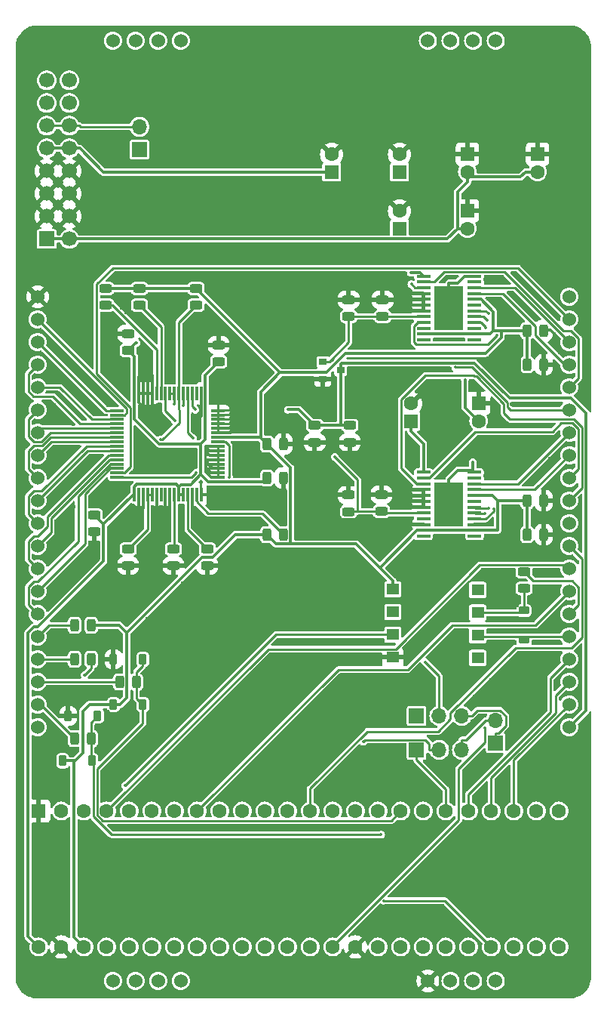
<source format=gbr>
%TF.GenerationSoftware,KiCad,Pcbnew,7.0.10*%
%TF.CreationDate,2024-05-23T22:52:30+02:00*%
%TF.ProjectId,teensy-eurorack,7465656e-7379-42d6-9575-726f7261636b,rev?*%
%TF.SameCoordinates,Original*%
%TF.FileFunction,Copper,L2,Bot*%
%TF.FilePolarity,Positive*%
%FSLAX46Y46*%
G04 Gerber Fmt 4.6, Leading zero omitted, Abs format (unit mm)*
G04 Created by KiCad (PCBNEW 7.0.10) date 2024-05-23 22:52:30*
%MOMM*%
%LPD*%
G01*
G04 APERTURE LIST*
G04 Aperture macros list*
%AMRoundRect*
0 Rectangle with rounded corners*
0 $1 Rounding radius*
0 $2 $3 $4 $5 $6 $7 $8 $9 X,Y pos of 4 corners*
0 Add a 4 corners polygon primitive as box body*
4,1,4,$2,$3,$4,$5,$6,$7,$8,$9,$2,$3,0*
0 Add four circle primitives for the rounded corners*
1,1,$1+$1,$2,$3*
1,1,$1+$1,$4,$5*
1,1,$1+$1,$6,$7*
1,1,$1+$1,$8,$9*
0 Add four rect primitives between the rounded corners*
20,1,$1+$1,$2,$3,$4,$5,0*
20,1,$1+$1,$4,$5,$6,$7,0*
20,1,$1+$1,$6,$7,$8,$9,0*
20,1,$1+$1,$8,$9,$2,$3,0*%
G04 Aperture macros list end*
%TA.AperFunction,ComponentPad*%
%ADD10R,1.700000X1.700000*%
%TD*%
%TA.AperFunction,ComponentPad*%
%ADD11C,1.700000*%
%TD*%
%TA.AperFunction,SMDPad,CuDef*%
%ADD12RoundRect,0.225000X0.225000X0.375000X-0.225000X0.375000X-0.225000X-0.375000X0.225000X-0.375000X0*%
%TD*%
%TA.AperFunction,SMDPad,CuDef*%
%ADD13RoundRect,0.225000X-0.225000X-0.375000X0.225000X-0.375000X0.225000X0.375000X-0.225000X0.375000X0*%
%TD*%
%TA.AperFunction,SMDPad,CuDef*%
%ADD14RoundRect,0.225000X-0.375000X0.225000X-0.375000X-0.225000X0.375000X-0.225000X0.375000X0.225000X0*%
%TD*%
%TA.AperFunction,ComponentPad*%
%ADD15C,1.600000*%
%TD*%
%TA.AperFunction,ComponentPad*%
%ADD16R,1.600000X1.600000*%
%TD*%
%TA.AperFunction,ComponentPad*%
%ADD17C,1.524000*%
%TD*%
%TA.AperFunction,ComponentPad*%
%ADD18O,1.700000X1.700000*%
%TD*%
%TA.AperFunction,SMDPad,CuDef*%
%ADD19RoundRect,0.243750X0.243750X0.456250X-0.243750X0.456250X-0.243750X-0.456250X0.243750X-0.456250X0*%
%TD*%
%TA.AperFunction,SMDPad,CuDef*%
%ADD20R,1.400000X1.300000*%
%TD*%
%TA.AperFunction,SMDPad,CuDef*%
%ADD21RoundRect,0.075000X-0.075000X0.700000X-0.075000X-0.700000X0.075000X-0.700000X0.075000X0.700000X0*%
%TD*%
%TA.AperFunction,SMDPad,CuDef*%
%ADD22RoundRect,0.075000X-0.700000X0.075000X-0.700000X-0.075000X0.700000X-0.075000X0.700000X0.075000X0*%
%TD*%
%TA.AperFunction,SMDPad,CuDef*%
%ADD23R,0.900000X0.800000*%
%TD*%
%TA.AperFunction,SMDPad,CuDef*%
%ADD24RoundRect,0.100000X0.675000X0.100000X-0.675000X0.100000X-0.675000X-0.100000X0.675000X-0.100000X0*%
%TD*%
%TA.AperFunction,SMDPad,CuDef*%
%ADD25R,3.200000X5.000000*%
%TD*%
%TA.AperFunction,SMDPad,CuDef*%
%ADD26RoundRect,0.243750X-0.243750X-0.456250X0.243750X-0.456250X0.243750X0.456250X-0.243750X0.456250X0*%
%TD*%
%TA.AperFunction,SMDPad,CuDef*%
%ADD27RoundRect,0.243750X0.456250X-0.243750X0.456250X0.243750X-0.456250X0.243750X-0.456250X-0.243750X0*%
%TD*%
%TA.AperFunction,SMDPad,CuDef*%
%ADD28RoundRect,0.243750X-0.456250X0.243750X-0.456250X-0.243750X0.456250X-0.243750X0.456250X0.243750X0*%
%TD*%
%TA.AperFunction,ViaPad*%
%ADD29C,0.406400*%
%TD*%
%TA.AperFunction,ViaPad*%
%ADD30C,0.355600*%
%TD*%
%TA.AperFunction,Conductor*%
%ADD31C,0.304800*%
%TD*%
%TA.AperFunction,Conductor*%
%ADD32C,0.228600*%
%TD*%
G04 APERTURE END LIST*
D10*
%TO.P,J28,1,Pin_1*%
%TO.N,-12V*%
X111506000Y-58293000D03*
D11*
%TO.P,J28,2,Pin_2*%
X114046000Y-58293000D03*
%TO.P,J28,3,Pin_3*%
%TO.N,GND*%
X111506000Y-55753000D03*
%TO.P,J28,4,Pin_4*%
X114046000Y-55753000D03*
%TO.P,J28,5,Pin_5*%
X111506000Y-53213000D03*
%TO.P,J28,6,Pin_6*%
X114046000Y-53213000D03*
%TO.P,J28,7,Pin_7*%
X111506000Y-50673000D03*
%TO.P,J28,8,Pin_8*%
X114046000Y-50673000D03*
%TO.P,J28,9,Pin_9*%
%TO.N,+12V*%
X111506000Y-48133000D03*
%TO.P,J28,10,Pin_10*%
X114046000Y-48133000D03*
%TO.P,J28,11,Pin_11*%
%TO.N,Net-(J27-Pin_2)*%
X111506000Y-45593000D03*
%TO.P,J28,12,Pin_12*%
X114046000Y-45593000D03*
%TO.P,J28,14,Pin_14*%
%TO.N,unconnected-(J28-Pin_14-Pad14)*%
X114046000Y-43053000D03*
%TO.P,J28,13,Pin_13*%
%TO.N,unconnected-(J28-Pin_13-Pad13)*%
X111506000Y-43053000D03*
%TO.P,J28,15,Pin_15*%
%TO.N,unconnected-(J28-Pin_15-Pad15)*%
X111506000Y-40513000D03*
%TO.P,J28,16,Pin_16*%
%TO.N,unconnected-(J28-Pin_16-Pad16)*%
X114046000Y-40513000D03*
%TD*%
D12*
%TO.P,D5,1,K*%
%TO.N,/IN1*%
X122300000Y-105410000D03*
%TO.P,D5,2,A*%
%TO.N,GND*%
X119000000Y-105410000D03*
%TD*%
D13*
%TO.P,D4,1,K*%
%TO.N,+3V3*%
X119000000Y-110490000D03*
%TO.P,D4,2,A*%
%TO.N,/IN1*%
X122300000Y-110490000D03*
%TD*%
D12*
%TO.P,D3,1,K*%
%TO.N,/IN2*%
X117220000Y-111760000D03*
%TO.P,D3,2,A*%
%TO.N,GND*%
X113920000Y-111760000D03*
%TD*%
D13*
%TO.P,D2,2,A*%
%TO.N,/IN2*%
X116600000Y-116800000D03*
%TO.P,D2,1,K*%
%TO.N,+3V3*%
X113300000Y-116800000D03*
%TD*%
D14*
%TO.P,D1,2,A*%
%TO.N,/MIDI_RX_PIN4*%
X165100000Y-103250000D03*
%TO.P,D1,1,K*%
%TO.N,Net-(D1-K)*%
X165100000Y-99950000D03*
%TD*%
D15*
%TO.P,C34,2*%
%TO.N,-12V*%
X158750000Y-50768000D03*
D16*
%TO.P,C34,1*%
%TO.N,GND*%
X158750000Y-48768000D03*
%TD*%
D17*
%TO.P,BB1,1,Pin_1*%
%TO.N,GND*%
X110490000Y-64770000D03*
%TO.P,BB1,2,Pin_2*%
%TO.N,/VIN1*%
X110490000Y-67310000D03*
%TO.P,BB1,3,Pin_3*%
%TO.N,/VGND1*%
X110490000Y-69850000D03*
%TO.P,BB1,4,Pin_4*%
%TO.N,/VIN2*%
X110490000Y-72390000D03*
%TO.P,BB1,5,Pin_5*%
%TO.N,/VGND2*%
X110490000Y-74930000D03*
%TO.P,BB1,6,Pin_6*%
%TO.N,/VIN3*%
X110490000Y-77470000D03*
%TO.P,BB1,7,Pin_7*%
%TO.N,/VGND3*%
X110490000Y-80010000D03*
%TO.P,BB1,8,Pin_8*%
%TO.N,/VIN4*%
X110490000Y-82550000D03*
%TO.P,BB1,9,Pin_9*%
%TO.N,/VGND4*%
X110490000Y-85090000D03*
%TO.P,BB1,10,Pin_10*%
%TO.N,/VIN5*%
X110490000Y-87630000D03*
%TO.P,BB1,11,Pin_11*%
%TO.N,/VGND5*%
X110490000Y-90170000D03*
%TO.P,BB1,12,Pin_12*%
%TO.N,/VIN6*%
X110490000Y-92710000D03*
%TO.P,BB1,13,Pin_13*%
%TO.N,/VGND6*%
X110490000Y-95250000D03*
%TO.P,BB1,14,Pin_14*%
%TO.N,/VIN7*%
X110490000Y-97790000D03*
%TO.P,BB1,15,Pin_15*%
%TO.N,/VGND7*%
X110490000Y-100330000D03*
%TO.P,BB1,16,Pin_16*%
%TO.N,/MIDI_TX_PIN2*%
X110490000Y-102870000D03*
%TO.P,BB1,17,Pin_17*%
%TO.N,/MIDI_TX_PIN4*%
X110490000Y-105410000D03*
%TO.P,BB1,18,Pin_18*%
%TO.N,/DIN1*%
X110490000Y-107950000D03*
%TO.P,BB1,19,Pin_19*%
%TO.N,/DIN2*%
X110490000Y-110490000D03*
%TO.P,BB1,20,Pin_20*%
%TO.N,unconnected-(BB1A-Pin_20-Pad20)*%
X110490000Y-113030000D03*
%TO.P,BB1,21,Pin_21*%
%TO.N,/VIN8*%
X170180000Y-64770000D03*
%TO.P,BB1,22,Pin_22*%
%TO.N,/VGND8*%
X170180000Y-67310000D03*
%TO.P,BB1,23,Pin_23*%
%TO.N,/VOUT1*%
X170180000Y-69850000D03*
%TO.P,BB1,24,Pin_24*%
%TO.N,/VOUT2*%
X170180000Y-72390000D03*
%TO.P,BB1,25,Pin_25*%
%TO.N,/VOUT3*%
X170180000Y-74930000D03*
%TO.P,BB1,26,Pin_26*%
%TO.N,/VOUT4*%
X170180000Y-77470000D03*
%TO.P,BB1,27,Pin_27*%
%TO.N,/VOUT5*%
X170180000Y-80010000D03*
%TO.P,BB1,28,Pin_28*%
%TO.N,/VOUT6*%
X170180000Y-82550000D03*
%TO.P,BB1,29,Pin_29*%
%TO.N,/VOUT7*%
X170180000Y-85090000D03*
%TO.P,BB1,30,Pin_30*%
%TO.N,/VOUT8*%
X170180000Y-87630000D03*
%TO.P,BB1,31,Pin_31*%
%TO.N,/TFT_SCK*%
X170180000Y-90170000D03*
%TO.P,BB1,32,Pin_32*%
%TO.N,/TFT_MOSI*%
X170180000Y-92710000D03*
%TO.P,BB1,33,Pin_33*%
%TO.N,/TFT_DC*%
X170180000Y-95250000D03*
%TO.P,BB1,34,Pin_34*%
%TO.N,/TFT_CS*%
X170180000Y-97790000D03*
%TO.P,BB1,35,Pin_35*%
%TO.N,/MIDI_RX_PIN2*%
X170180000Y-100330000D03*
%TO.P,BB1,36,Pin_36*%
%TO.N,/MIDI_RX_PIN4*%
X170180000Y-102870000D03*
%TO.P,BB1,37,Pin_37*%
%TO.N,/ENC1A*%
X170180000Y-105410000D03*
%TO.P,BB1,38,Pin_38*%
%TO.N,/ENC1B*%
X170180000Y-107950000D03*
%TO.P,BB1,39,Pin_39*%
%TO.N,/ENC1SW*%
X170180000Y-110490000D03*
%TO.P,BB1,40,Pin_40*%
%TO.N,+5V*%
X170180000Y-113030000D03*
%TO.P,BB1,41,Pin_41*%
%TO.N,unconnected-(BB1C-Pin_41-Pad41)*%
X161925000Y-141478000D03*
%TO.P,BB1,42,Pin_42*%
%TO.N,unconnected-(BB1C-Pin_42-Pad42)*%
X159385000Y-141478000D03*
%TO.P,BB1,43,Pin_43*%
%TO.N,unconnected-(BB1C-Pin_43-Pad43)*%
X156845000Y-141478000D03*
%TO.P,BB1,44,Pin_44*%
%TO.N,GND*%
X154305000Y-141478000D03*
%TO.P,BB1,45*%
%TO.N,N/C*%
X126555500Y-141478000D03*
%TO.P,BB1,46*%
X124015500Y-141478000D03*
%TO.P,BB1,47*%
X121475500Y-141478000D03*
%TO.P,BB1,48*%
X118935500Y-141478000D03*
%TO.P,BB1,49*%
X118935500Y-36068000D03*
%TO.P,BB1,50*%
X121475500Y-36068000D03*
%TO.P,BB1,51*%
X124015500Y-36068000D03*
%TO.P,BB1,52*%
X126555500Y-36068000D03*
%TO.P,BB1,53,Pin_53*%
%TO.N,unconnected-(BB1F-Pin_53-Pad53)*%
X154305000Y-36068000D03*
%TO.P,BB1,54,Pin_54*%
%TO.N,unconnected-(BB1F-Pin_54-Pad54)*%
X156845000Y-36068000D03*
%TO.P,BB1,55,Pin_55*%
%TO.N,unconnected-(BB1F-Pin_55-Pad55)*%
X159385000Y-36068000D03*
%TO.P,BB1,56,Pin_56*%
%TO.N,unconnected-(BB1F-Pin_56-Pad56)*%
X161925000Y-36068000D03*
%TD*%
D15*
%TO.P,C33,2*%
%TO.N,-12V*%
X166624000Y-50768000D03*
D16*
%TO.P,C33,1*%
%TO.N,GND*%
X166624000Y-48768000D03*
%TD*%
D15*
%TO.P,C32,2*%
%TO.N,-12V*%
X160020000Y-78708000D03*
D16*
%TO.P,C32,1*%
%TO.N,GND*%
X160020000Y-76708000D03*
%TD*%
D15*
%TO.P,C31,2*%
%TO.N,-12V*%
X158750000Y-57118000D03*
D16*
%TO.P,C31,1*%
%TO.N,GND*%
X158750000Y-55118000D03*
%TD*%
D15*
%TO.P,C25,2*%
%TO.N,GND*%
X151130000Y-55150000D03*
D16*
%TO.P,C25,1*%
%TO.N,+12V*%
X151130000Y-57150000D03*
%TD*%
D15*
%TO.P,C23,2*%
%TO.N,GND*%
X152400000Y-76740000D03*
D16*
%TO.P,C23,1*%
%TO.N,+12V*%
X152400000Y-78740000D03*
%TD*%
D15*
%TO.P,C21,2*%
%TO.N,GND*%
X151130000Y-48800000D03*
D16*
%TO.P,C21,1*%
%TO.N,+12V*%
X151130000Y-50800000D03*
%TD*%
D15*
%TO.P,C19,2*%
%TO.N,GND*%
X143510000Y-48800000D03*
D16*
%TO.P,C19,1*%
%TO.N,+12V*%
X143510000Y-50800000D03*
%TD*%
D18*
%TO.P,J3,3,Pin_3*%
%TO.N,/MISO2*%
X158115000Y-111760000D03*
%TO.P,J3,2,Pin_2*%
%TO.N,/ADC_MISO*%
X155575000Y-111760000D03*
D10*
%TO.P,J3,1,Pin_1*%
%TO.N,/MISO1*%
X153035000Y-111760000D03*
%TD*%
D18*
%TO.P,J2,2,Pin_2*%
%TO.N,/SCK2*%
X161925000Y-112268000D03*
D10*
%TO.P,J2,1,Pin_1*%
%TO.N,/MISO2*%
X161925000Y-114808000D03*
%TD*%
D18*
%TO.P,J1,3,Pin_3*%
%TO.N,/SCK2*%
X158115000Y-115570000D03*
%TO.P,J1,2,Pin_2*%
%TO.N,/ADC_SCK*%
X155575000Y-115570000D03*
D10*
%TO.P,J1,1,Pin_1*%
%TO.N,/DAC_SCK*%
X153035000Y-115570000D03*
%TD*%
D19*
%TO.P,R4,1*%
%TO.N,/IN1*%
X121587500Y-107950000D03*
%TO.P,R4,2*%
%TO.N,/DIN1*%
X119712500Y-107950000D03*
%TD*%
%TO.P,R3,1*%
%TO.N,/IN2*%
X116507500Y-114300000D03*
%TO.P,R3,2*%
%TO.N,/DIN2*%
X114632500Y-114300000D03*
%TD*%
D20*
%TO.P,U7,1,NC*%
%TO.N,unconnected-(U7-NC-Pad1)*%
X159900000Y-97640000D03*
%TO.P,U7,2,C1*%
%TO.N,Net-(D1-K)*%
X159900000Y-100180000D03*
%TO.P,U7,3,C2*%
%TO.N,/MIDI_RX_PIN4*%
X159900000Y-102720000D03*
%TO.P,U7,4,NC*%
%TO.N,unconnected-(U7-NC-Pad4)*%
X159900000Y-105260000D03*
%TO.P,U7,5,GND*%
%TO.N,GND*%
X150360000Y-105190000D03*
%TO.P,U7,6,VO2*%
%TO.N,/MIDI_RX*%
X150360000Y-102650000D03*
%TO.P,U7,7,VO1*%
%TO.N,unconnected-(U7-VO1-Pad7)*%
X150360000Y-100110000D03*
%TO.P,U7,8,VCC*%
%TO.N,+3V3*%
X150360000Y-97570000D03*
%TD*%
D21*
%TO.P,U6,1,1_AVCC*%
%TO.N,+5V*%
X121345000Y-75605000D03*
%TO.P,U6,2,1_AGND*%
%TO.N,GND*%
X121845000Y-75605000D03*
%TO.P,U6,3,OS0*%
X122345000Y-75605000D03*
%TO.P,U6,4,OS1*%
X122845000Y-75605000D03*
%TO.P,U6,5,OS2*%
X123345000Y-75605000D03*
%TO.P,U6,6,~{PAR}/SERBYTE_SEL*%
%TO.N,Net-(U6-~{PAR}{slash}SERBYTE_SEL)*%
X123845000Y-75605000D03*
%TO.P,U6,7,~{STBY}*%
%TO.N,Net-(U6-~{STBY})*%
X124345000Y-75605000D03*
%TO.P,U6,8,RANGE*%
%TO.N,/ADC_RANGE*%
X124845000Y-75605000D03*
%TO.P,U6,9,CONVST_A*%
%TO.N,/ADC_CONVST*%
X125345000Y-75605000D03*
%TO.P,U6,10,CONVST_B*%
X125845000Y-75605000D03*
%TO.P,U6,11,RESET*%
%TO.N,/ADC_RESET*%
X126345000Y-75605000D03*
%TO.P,U6,12,~{RD}/SCLK*%
%TO.N,/ADC_SCK*%
X126845000Y-75605000D03*
%TO.P,U6,13,~{CS}*%
%TO.N,/ADC_CS*%
X127345000Y-75605000D03*
%TO.P,U6,14,BUSY*%
%TO.N,/ADC_BUSY*%
X127845000Y-75605000D03*
%TO.P,U6,15,FRSTDATA*%
%TO.N,unconnected-(U6-FRSTDATA-Pad15)*%
X128345000Y-75605000D03*
%TO.P,U6,16,DB0*%
%TO.N,GND*%
X128845000Y-75605000D03*
D22*
%TO.P,U6,17,DB1*%
X130770000Y-77530000D03*
%TO.P,U6,18,DB2*%
X130770000Y-78030000D03*
%TO.P,U6,19,DB3*%
X130770000Y-78530000D03*
%TO.P,U6,20,DB4*%
X130770000Y-79030000D03*
%TO.P,U6,21,DB5*%
X130770000Y-79530000D03*
%TO.P,U6,22,DB6*%
X130770000Y-80030000D03*
%TO.P,U6,23,VDRIVE*%
%TO.N,+3V3*%
X130770000Y-80530000D03*
%TO.P,U6,24,DB7/DOUTA*%
%TO.N,/ADC_MISO*%
X130770000Y-81030000D03*
%TO.P,U6,25,DB8/DOUTB*%
%TO.N,GND*%
X130770000Y-81530000D03*
%TO.P,U6,26,2_AGND*%
X130770000Y-82030000D03*
%TO.P,U6,27,DB9*%
X130770000Y-82530000D03*
%TO.P,U6,28,DB10*%
X130770000Y-83030000D03*
%TO.P,U6,29,DB11*%
X130770000Y-83530000D03*
%TO.P,U6,30,DB12*%
X130770000Y-84030000D03*
%TO.P,U6,31,DB13*%
X130770000Y-84530000D03*
%TO.P,U6,32,DB14/HBEN*%
X130770000Y-85030000D03*
D21*
%TO.P,U6,33,DB15/BYTE_SEL*%
X128845000Y-86955000D03*
%TO.P,U6,34,REF_SELECT*%
%TO.N,Net-(U6-REF_SELECT)*%
X128345000Y-86955000D03*
%TO.P,U6,35,3_AGND*%
%TO.N,GND*%
X127845000Y-86955000D03*
%TO.P,U6,36,1_REGCAP*%
%TO.N,Net-(U6-1_REGCAP)*%
X127345000Y-86955000D03*
%TO.P,U6,37,2_AVCC*%
%TO.N,+5V*%
X126845000Y-86955000D03*
%TO.P,U6,38,3_AVCC*%
X126345000Y-86955000D03*
%TO.P,U6,39,2_REGCAP*%
%TO.N,Net-(U6-2_REGCAP)*%
X125845000Y-86955000D03*
%TO.P,U6,40,4_AGND*%
%TO.N,GND*%
X125345000Y-86955000D03*
%TO.P,U6,41,5_AGND*%
X124845000Y-86955000D03*
%TO.P,U6,42,REFIN/REFOUT*%
%TO.N,unconnected-(U6-REFIN{slash}REFOUT-Pad42)*%
X124345000Y-86955000D03*
%TO.P,U6,43,1_REFGND*%
%TO.N,GND*%
X123845000Y-86955000D03*
%TO.P,U6,44,REFCAPA*%
%TO.N,Net-(U6-REFCAPA)*%
X123345000Y-86955000D03*
%TO.P,U6,45,REFCAPB*%
X122845000Y-86955000D03*
%TO.P,U6,46,2_REFGND*%
%TO.N,GND*%
X122345000Y-86955000D03*
%TO.P,U6,47,6_AGND*%
X121845000Y-86955000D03*
%TO.P,U6,48,4_AVCC*%
%TO.N,+5V*%
X121345000Y-86955000D03*
D22*
%TO.P,U6,49,V1*%
%TO.N,/VIN8*%
X119420000Y-85030000D03*
%TO.P,U6,50,V1GND*%
%TO.N,/VGND8*%
X119420000Y-84530000D03*
%TO.P,U6,51,V2*%
%TO.N,/VIN7*%
X119420000Y-84030000D03*
%TO.P,U6,52,V2GND*%
%TO.N,/VGND7*%
X119420000Y-83530000D03*
%TO.P,U6,53,V3*%
%TO.N,/VIN6*%
X119420000Y-83030000D03*
%TO.P,U6,54,V3GND*%
%TO.N,/VGND6*%
X119420000Y-82530000D03*
%TO.P,U6,55,V4*%
%TO.N,/VIN5*%
X119420000Y-82030000D03*
%TO.P,U6,56,V4GND*%
%TO.N,/VGND5*%
X119420000Y-81530000D03*
%TO.P,U6,57,V5*%
%TO.N,/VIN4*%
X119420000Y-81030000D03*
%TO.P,U6,58,V5GND*%
%TO.N,/VGND4*%
X119420000Y-80530000D03*
%TO.P,U6,59,V6*%
%TO.N,/VIN3*%
X119420000Y-80030000D03*
%TO.P,U6,60,V6GND*%
%TO.N,/VGND3*%
X119420000Y-79530000D03*
%TO.P,U6,61,V7*%
%TO.N,/VIN2*%
X119420000Y-79030000D03*
%TO.P,U6,62,V7GND*%
%TO.N,/VGND2*%
X119420000Y-78530000D03*
%TO.P,U6,63,V8*%
%TO.N,/VIN1*%
X119420000Y-78030000D03*
%TO.P,U6,64,V8GND*%
%TO.N,/VGND1*%
X119420000Y-77530000D03*
%TD*%
D23*
%TO.P,U5,1,GND*%
%TO.N,GND*%
X142510000Y-73975000D03*
%TO.P,U5,2,VO*%
%TO.N,/DAC_REF2V5*%
X142510000Y-72075000D03*
%TO.P,U5,3,VI*%
%TO.N,+5V*%
X144510000Y-73025000D03*
%TD*%
D24*
%TO.P,U3,1,AVSS*%
%TO.N,-12V*%
X159555000Y-84455000D03*
%TO.P,U3,2,3_NC*%
%TO.N,unconnected-(U3-3_NC-Pad2)*%
X159555000Y-85105000D03*
%TO.P,U3,3,VOUTA*%
%TO.N,/VOUT5*%
X159555000Y-85755000D03*
%TO.P,U3,4,VOUTB*%
%TO.N,/VOUT6*%
X159555000Y-86405000D03*
%TO.P,U3,5,~{2SCOMP}*%
%TO.N,+3V3*%
X159555000Y-87055000D03*
%TO.P,U3,6,4_NC*%
%TO.N,unconnected-(U3-4_NC-Pad6)*%
X159555000Y-87705000D03*
%TO.P,U3,7,~{SYNC}*%
%TO.N,/DAC_SYNC*%
X159555000Y-88355000D03*
%TO.P,U3,8,SCLK*%
%TO.N,/DAC_SCK*%
X159555000Y-89005000D03*
%TO.P,U3,9,SDIN*%
%TO.N,Net-(U2-SDO)*%
X159555000Y-89655000D03*
%TO.P,U3,10,~{LDAC}*%
%TO.N,GND*%
X159555000Y-90305000D03*
%TO.P,U3,11,~{CLR}*%
%TO.N,+3V3*%
X159555000Y-90955000D03*
%TO.P,U3,12,1_NC*%
%TO.N,unconnected-(U3-1_NC-Pad12)*%
X159555000Y-91605000D03*
%TO.P,U3,13,2_NC*%
%TO.N,unconnected-(U3-2_NC-Pad13)*%
X153805000Y-91605000D03*
%TO.P,U3,14,DVCC*%
%TO.N,+3V3*%
X153805000Y-90955000D03*
%TO.P,U3,15,GND*%
%TO.N,GND*%
X153805000Y-90305000D03*
%TO.P,U3,16,SDO*%
%TO.N,unconnected-(U3-SDO-Pad16)*%
X153805000Y-89655000D03*
%TO.P,U3,17,REFIN*%
%TO.N,/DAC_REF2V5*%
X153805000Y-89005000D03*
%TO.P,U3,18,1_DAC_GND*%
%TO.N,GND*%
X153805000Y-88355000D03*
%TO.P,U3,19,2_DAC_GND*%
X153805000Y-87705000D03*
%TO.P,U3,20,1_SIG_GND*%
X153805000Y-87055000D03*
%TO.P,U3,21,2_SIG_GND*%
X153805000Y-86405000D03*
%TO.P,U3,22,VOUTD*%
%TO.N,/VOUT8*%
X153805000Y-85755000D03*
%TO.P,U3,23,VOUTC*%
%TO.N,/VOUT7*%
X153805000Y-85105000D03*
%TO.P,U3,24,AVDD*%
%TO.N,+12V*%
X153805000Y-84455000D03*
D25*
%TO.P,U3,25,EP*%
%TO.N,-12V*%
X156680000Y-88030000D03*
%TD*%
D24*
%TO.P,U2,1,AVSS*%
%TO.N,-12V*%
X159555000Y-62465000D03*
%TO.P,U2,2,3_NC*%
%TO.N,unconnected-(U2-3_NC-Pad2)*%
X159555000Y-63115000D03*
%TO.P,U2,3,VOUTA*%
%TO.N,/VOUT1*%
X159555000Y-63765000D03*
%TO.P,U2,4,VOUTB*%
%TO.N,/VOUT2*%
X159555000Y-64415000D03*
%TO.P,U2,5,~{2SCOMP}*%
%TO.N,+3V3*%
X159555000Y-65065000D03*
%TO.P,U2,6,4_NC*%
%TO.N,unconnected-(U2-4_NC-Pad6)*%
X159555000Y-65715000D03*
%TO.P,U2,7,~{SYNC}*%
%TO.N,/DAC_SYNC*%
X159555000Y-66365000D03*
%TO.P,U2,8,SCLK*%
%TO.N,/DAC_SCK*%
X159555000Y-67015000D03*
%TO.P,U2,9,SDIN*%
%TO.N,/DAC_SDIN*%
X159555000Y-67665000D03*
%TO.P,U2,10,~{LDAC}*%
%TO.N,GND*%
X159555000Y-68315000D03*
%TO.P,U2,11,~{CLR}*%
%TO.N,+3V3*%
X159555000Y-68965000D03*
%TO.P,U2,12,1_NC*%
%TO.N,unconnected-(U2-1_NC-Pad12)*%
X159555000Y-69615000D03*
%TO.P,U2,13,2_NC*%
%TO.N,unconnected-(U2-2_NC-Pad13)*%
X153805000Y-69615000D03*
%TO.P,U2,14,DVCC*%
%TO.N,+3V3*%
X153805000Y-68965000D03*
%TO.P,U2,15,GND*%
%TO.N,GND*%
X153805000Y-68315000D03*
%TO.P,U2,16,SDO*%
%TO.N,Net-(U2-SDO)*%
X153805000Y-67665000D03*
%TO.P,U2,17,REFIN*%
%TO.N,/DAC_REF2V5*%
X153805000Y-67015000D03*
%TO.P,U2,18,1_DAC_GND*%
%TO.N,GND*%
X153805000Y-66365000D03*
%TO.P,U2,19,2_DAC_GND*%
X153805000Y-65715000D03*
%TO.P,U2,20,1_SIG_GND*%
X153805000Y-65065000D03*
%TO.P,U2,21,2_SIG_GND*%
X153805000Y-64415000D03*
%TO.P,U2,22,VOUTD*%
%TO.N,/VOUT4*%
X153805000Y-63765000D03*
%TO.P,U2,23,VOUTC*%
%TO.N,/VOUT3*%
X153805000Y-63115000D03*
%TO.P,U2,24,AVDD*%
%TO.N,+12V*%
X153805000Y-62465000D03*
D25*
%TO.P,U2,25,EP*%
%TO.N,-12V*%
X156680000Y-66040000D03*
%TD*%
D26*
%TO.P,R38,1*%
%TO.N,/MIDI_TX_PIN2*%
X114632500Y-101600000D03*
%TO.P,R38,2*%
%TO.N,+3V3*%
X116507500Y-101600000D03*
%TD*%
D27*
%TO.P,R37,1*%
%TO.N,Net-(D1-K)*%
X165100000Y-97457500D03*
%TO.P,R37,2*%
%TO.N,/MIDI_RX_PIN2*%
X165100000Y-95582500D03*
%TD*%
D19*
%TO.P,R36,1*%
%TO.N,/MIDI_TX*%
X116507500Y-105410000D03*
%TO.P,R36,2*%
%TO.N,/MIDI_TX_PIN4*%
X114632500Y-105410000D03*
%TD*%
D26*
%TO.P,R7,1*%
%TO.N,+3V3*%
X136222500Y-91440000D03*
%TO.P,R7,2*%
%TO.N,Net-(U6-REF_SELECT)*%
X138097500Y-91440000D03*
%TD*%
D28*
%TO.P,R6,1*%
%TO.N,+3V3*%
X121920000Y-63832500D03*
%TO.P,R6,2*%
%TO.N,Net-(U6-~{STBY})*%
X121920000Y-65707500D03*
%TD*%
%TO.P,R5,1*%
%TO.N,+3V3*%
X118110000Y-63832500D03*
%TO.P,R5,2*%
%TO.N,Net-(U6-~{PAR}{slash}SERBYTE_SEL)*%
X118110000Y-65707500D03*
%TD*%
%TO.P,R1,1*%
%TO.N,+3V3*%
X128270000Y-63832500D03*
%TO.P,R1,2*%
%TO.N,/ADC_RESET*%
X128270000Y-65707500D03*
%TD*%
D27*
%TO.P,C44,1*%
%TO.N,GND*%
X129540000Y-94917500D03*
%TO.P,C44,2*%
%TO.N,Net-(U6-1_REGCAP)*%
X129540000Y-93042500D03*
%TD*%
%TO.P,C43,1*%
%TO.N,GND*%
X125730000Y-94917500D03*
%TO.P,C43,2*%
%TO.N,Net-(U6-2_REGCAP)*%
X125730000Y-93042500D03*
%TD*%
%TO.P,C42,1*%
%TO.N,GND*%
X120650000Y-94917500D03*
%TO.P,C42,2*%
%TO.N,Net-(U6-REFCAPA)*%
X120650000Y-93042500D03*
%TD*%
%TO.P,C41,1*%
%TO.N,+5V*%
X120650000Y-70787500D03*
%TO.P,C41,2*%
%TO.N,GND*%
X120650000Y-68912500D03*
%TD*%
%TO.P,C40,1*%
%TO.N,+5V*%
X130810000Y-72057500D03*
%TO.P,C40,2*%
%TO.N,GND*%
X130810000Y-70182500D03*
%TD*%
%TO.P,C39,1*%
%TO.N,/DAC_REF2V5*%
X149098000Y-88821500D03*
%TO.P,C39,2*%
%TO.N,GND*%
X149098000Y-86946500D03*
%TD*%
D28*
%TO.P,C38,1*%
%TO.N,+5V*%
X116840000Y-89232500D03*
%TO.P,C38,2*%
%TO.N,GND*%
X116840000Y-91107500D03*
%TD*%
D27*
%TO.P,C37,1*%
%TO.N,/DAC_REF2V5*%
X145415000Y-66977500D03*
%TO.P,C37,2*%
%TO.N,GND*%
X145415000Y-65102500D03*
%TD*%
D26*
%TO.P,C36,1*%
%TO.N,+5V*%
X136222500Y-85090000D03*
%TO.P,C36,2*%
%TO.N,GND*%
X138097500Y-85090000D03*
%TD*%
%TO.P,C35,1*%
%TO.N,+3V3*%
X136222500Y-81280000D03*
%TO.P,C35,2*%
%TO.N,GND*%
X138097500Y-81280000D03*
%TD*%
D27*
%TO.P,C30,1*%
%TO.N,/DAC_REF2V5*%
X149225000Y-66977500D03*
%TO.P,C30,2*%
%TO.N,GND*%
X149225000Y-65102500D03*
%TD*%
%TO.P,C29,1*%
%TO.N,/DAC_REF2V5*%
X145415000Y-88870000D03*
%TO.P,C29,2*%
%TO.N,GND*%
X145415000Y-86995000D03*
%TD*%
%TO.P,C28,1*%
%TO.N,GND*%
X145542000Y-81074500D03*
%TO.P,C28,2*%
%TO.N,+5V*%
X145542000Y-79199500D03*
%TD*%
%TO.P,C27,1*%
%TO.N,GND*%
X141605000Y-81074500D03*
%TO.P,C27,2*%
%TO.N,+5V*%
X141605000Y-79199500D03*
%TD*%
D26*
%TO.P,C26,1*%
%TO.N,+3V3*%
X165467500Y-72390000D03*
%TO.P,C26,2*%
%TO.N,GND*%
X167342500Y-72390000D03*
%TD*%
%TO.P,C24,1*%
%TO.N,+3V3*%
X165432500Y-87630000D03*
%TO.P,C24,2*%
%TO.N,GND*%
X167307500Y-87630000D03*
%TD*%
%TO.P,C22,1*%
%TO.N,+3V3*%
X165432500Y-68580000D03*
%TO.P,C22,2*%
%TO.N,GND*%
X167307500Y-68580000D03*
%TD*%
%TO.P,C20,1*%
%TO.N,+3V3*%
X165432500Y-91440000D03*
%TO.P,C20,2*%
%TO.N,GND*%
X167307500Y-91440000D03*
%TD*%
D10*
%TO.P,J27,1,Pin_1*%
%TO.N,+5V*%
X121920000Y-48260000D03*
D18*
%TO.P,J27,2,Pin_2*%
%TO.N,Net-(J27-Pin_2)*%
X121920000Y-45720000D03*
%TD*%
D15*
%TO.P,U4,48,VIN*%
%TO.N,+5V*%
X110617000Y-137668000D03*
%TO.P,U4,47,GND*%
%TO.N,GND*%
X113157000Y-137668000D03*
%TO.P,U4,46,3V3*%
%TO.N,+3V3*%
X115697000Y-137668000D03*
%TO.P,U4,45,23_A9_CRX1_MCLK1*%
%TO.N,unconnected-(U4-23_A9_CRX1_MCLK1-Pad45)*%
X118237000Y-137668000D03*
%TO.P,U4,44,22_A8_CTX1*%
%TO.N,unconnected-(U4-22_A8_CTX1-Pad44)*%
X120777000Y-137668000D03*
%TO.P,U4,43,21_A7_RX5_BCLK1*%
%TO.N,unconnected-(U4-21_A7_RX5_BCLK1-Pad43)*%
X123317000Y-137668000D03*
%TO.P,U4,42,20_A6_TX5_LRCLK1*%
%TO.N,unconnected-(U4-20_A6_TX5_LRCLK1-Pad42)*%
X125857000Y-137668000D03*
%TO.P,U4,41,19_A5_SCL0*%
%TO.N,unconnected-(U4-19_A5_SCL0-Pad41)*%
X128397000Y-137668000D03*
%TO.P,U4,40,18_A4_SDA0*%
%TO.N,unconnected-(U4-18_A4_SDA0-Pad40)*%
X130937000Y-137668000D03*
%TO.P,U4,39,17_A3_TX4_SDA1*%
%TO.N,unconnected-(U4-17_A3_TX4_SDA1-Pad39)*%
X133477000Y-137668000D03*
%TO.P,U4,38,16_A2_RX4_SCL1*%
%TO.N,unconnected-(U4-16_A2_RX4_SCL1-Pad38)*%
X136017000Y-137668000D03*
%TO.P,U4,37,15_A1_RX3_SPDIF_IN*%
%TO.N,unconnected-(U4-15_A1_RX3_SPDIF_IN-Pad37)*%
X138557000Y-137668000D03*
%TO.P,U4,36,14_A0_TX3_SPDIF_OUT*%
%TO.N,unconnected-(U4-14_A0_TX3_SPDIF_OUT-Pad36)*%
X141097000Y-137668000D03*
%TO.P,U4,35,13_SCK_CRX1_LED*%
%TO.N,/TFT_SCK*%
X143637000Y-137668000D03*
D16*
%TO.P,U4,1,GND*%
%TO.N,GND*%
X110617000Y-122428000D03*
D15*
%TO.P,U4,2,0_RX1_CRX2_CS1*%
%TO.N,/MIDI_RX*%
X113157000Y-122428000D03*
%TO.P,U4,3,1_TX1_CTX2_MISO1*%
%TO.N,/MIDI_TX*%
X115697000Y-122428000D03*
%TO.P,U4,4,2_OUT2*%
%TO.N,/TFT_DC*%
X118237000Y-122428000D03*
%TO.P,U4,5,3_LRCLK2*%
%TO.N,/ADC_BUSY*%
X120777000Y-122428000D03*
%TO.P,U4,6,4_BCLK2*%
%TO.N,/ADC_RESET*%
X123317000Y-122428000D03*
%TO.P,U4,7,5_IN2*%
%TO.N,/ADC_CONVST*%
X125857000Y-122428000D03*
%TO.P,U4,8,6_OUT1D*%
%TO.N,/TFT_CS*%
X128397000Y-122428000D03*
%TO.P,U4,9,7_RX2_OUT1A*%
%TO.N,unconnected-(U4-7_RX2_OUT1A-Pad9)*%
X130937000Y-122428000D03*
%TO.P,U4,10,8_TX2_IN1*%
%TO.N,unconnected-(U4-8_TX2_IN1-Pad10)*%
X133477000Y-122428000D03*
%TO.P,U4,11,9_OUT1C*%
%TO.N,unconnected-(U4-9_OUT1C-Pad11)*%
X136017000Y-122428000D03*
%TO.P,U4,12,10_CS_MQSR*%
%TO.N,unconnected-(U4-10_CS_MQSR-Pad12)*%
X138557000Y-122428000D03*
%TO.P,U4,13,11_MOSI_CTX1*%
%TO.N,/TFT_MOSI*%
X141097000Y-122428000D03*
%TO.P,U4,34,GND*%
%TO.N,GND*%
X146177000Y-137668000D03*
%TO.P,U4,33,41*%
%TO.N,unconnected-(U4-41-Pad33)*%
X148717000Y-137668000D03*
%TO.P,U4,32,40*%
%TO.N,unconnected-(U4-40-Pad32)*%
X151257000Y-137668000D03*
%TO.P,U4,31,39*%
%TO.N,/MISO1*%
X153797000Y-137668000D03*
%TO.P,U4,30,38*%
%TO.N,/DAC_SYNC*%
X156337000Y-137668000D03*
%TO.P,U4,29,37*%
%TO.N,/ADC_RANGE*%
X158877000Y-137668000D03*
%TO.P,U4,28,36*%
%TO.N,/ADC_CS*%
X161417000Y-137668000D03*
%TO.P,U4,27,35*%
%TO.N,unconnected-(U4-35-Pad27)*%
X163957000Y-137668000D03*
%TO.P,U4,26,34*%
%TO.N,unconnected-(U4-34-Pad26)*%
X166497000Y-137668000D03*
%TO.P,U4,25,33_MCLK2*%
%TO.N,unconnected-(U4-33_MCLK2-Pad25)*%
X169037000Y-137668000D03*
%TO.P,U4,24,32_OUT1B*%
%TO.N,unconnected-(U4-32_OUT1B-Pad24)*%
X169037000Y-122428000D03*
%TO.P,U4,23,31_CTX3*%
%TO.N,unconnected-(U4-31_CTX3-Pad23)*%
X166497000Y-122428000D03*
%TO.P,U4,22,30_CRX3*%
%TO.N,/ENC1SW*%
X163957000Y-122428000D03*
%TO.P,U4,21,29_TX7*%
%TO.N,/ENC1B*%
X161417000Y-122428000D03*
%TO.P,U4,14,12_MISO_MQSL*%
%TO.N,unconnected-(U4-12_MISO_MQSL-Pad14)*%
X143637000Y-122428000D03*
%TO.P,U4,15,3V3*%
%TO.N,unconnected-(U4-3V3-Pad15)*%
X146177000Y-122428000D03*
%TO.P,U4,16,24_A10_TX6_SCL2*%
%TO.N,/IN2*%
X148717000Y-122428000D03*
%TO.P,U4,20,28_RX7*%
%TO.N,/ENC1A*%
X158877000Y-122428000D03*
%TO.P,U4,19,27_A13_SCK1*%
%TO.N,/DAC_SCK*%
X156337000Y-122428000D03*
%TO.P,U4,18,26_A12_MOSI1*%
%TO.N,/DAC_SDIN*%
X153797000Y-122428000D03*
%TO.P,U4,17,25_A11_RX6_SDA2*%
%TO.N,/IN1*%
X151257000Y-122428000D03*
%TD*%
D29*
%TO.N,GND*%
X139700000Y-83566000D03*
X154368500Y-64452500D03*
X153289000Y-66357500D03*
X153289000Y-65722500D03*
X153797000Y-68326000D03*
X159131000Y-68326000D03*
X146558000Y-105410000D03*
X144526000Y-103378000D03*
X142494000Y-101600000D03*
X146812000Y-107188000D03*
X141986000Y-120650000D03*
X139954000Y-120650000D03*
X133604000Y-118872000D03*
X132080000Y-117348000D03*
X136398000Y-124206000D03*
X133858000Y-124206000D03*
X149098000Y-133604000D03*
X150622000Y-133604000D03*
X160020000Y-135128000D03*
X157480000Y-135128000D03*
X158750000Y-133858000D03*
X159004000Y-136144000D03*
X150876000Y-131572000D03*
X150622000Y-129286000D03*
X149352000Y-130556000D03*
X148590000Y-125984000D03*
X146812000Y-125984000D03*
X148336000Y-130556000D03*
X146812000Y-130556000D03*
X147574000Y-132588000D03*
X143256000Y-135636000D03*
X141224000Y-135636000D03*
X143256000Y-131826000D03*
X141224000Y-131826000D03*
X138176000Y-125984000D03*
X135128000Y-125984000D03*
X155194000Y-120650000D03*
X153416000Y-120650000D03*
X150876000Y-120650000D03*
X149352000Y-120650000D03*
X148336000Y-120650000D03*
X146812000Y-120650000D03*
X151384000Y-115824000D03*
X149860000Y-115316000D03*
X148336000Y-115316000D03*
X148336000Y-112776000D03*
X149860000Y-112776000D03*
X148336000Y-107442000D03*
X153670000Y-109728000D03*
X155194000Y-105918000D03*
X155194000Y-104648000D03*
X155194000Y-102362000D03*
X155194000Y-100838000D03*
X155194000Y-98552000D03*
X153924000Y-102362000D03*
X152654000Y-104902000D03*
X151892000Y-101854000D03*
X153924000Y-99568000D03*
X150114000Y-95250000D03*
X148844000Y-93980000D03*
X148336000Y-95758000D03*
X141732000Y-93472000D03*
X141732000Y-91440000D03*
X150368000Y-88138000D03*
X150368000Y-89916000D03*
X139700000Y-85344000D03*
X137922000Y-86868000D03*
X137922000Y-87630000D03*
X137922000Y-88392000D03*
X137922000Y-89154000D03*
X134874000Y-86360000D03*
X147320000Y-85344000D03*
X145288000Y-85344000D03*
X150368000Y-84074000D03*
X151892000Y-83058000D03*
X152908000Y-81788000D03*
X155194000Y-79502000D03*
X155194000Y-83058000D03*
X157226000Y-83312000D03*
X157734000Y-77216000D03*
X157734000Y-74422000D03*
X153924000Y-78232000D03*
X150368000Y-81280000D03*
X152146000Y-72898000D03*
X150368000Y-72898000D03*
X152146000Y-73914000D03*
X150368000Y-73914000D03*
X152146000Y-70358000D03*
X150368000Y-70358000D03*
X122682000Y-115824000D03*
X122936000Y-119126000D03*
X126238000Y-109982000D03*
X126746000Y-108204000D03*
X126238000Y-112522000D03*
X126492000Y-115570000D03*
X129032000Y-113030000D03*
X129032000Y-109220000D03*
X127254000Y-111506000D03*
X130556000Y-111506000D03*
X118364000Y-108712000D03*
X118364000Y-107188000D03*
X118364000Y-111252000D03*
X120904000Y-112014000D03*
X122900000Y-111950000D03*
X118110000Y-117856000D03*
X118110000Y-115824000D03*
X112268000Y-113284000D03*
X112268000Y-110744000D03*
X108712000Y-114808000D03*
X110236000Y-114808000D03*
X110236000Y-120650000D03*
X108712000Y-120650000D03*
X113030000Y-102616000D03*
X113030000Y-100838000D03*
X113030000Y-104394000D03*
X113030000Y-106426000D03*
X113030000Y-108712000D03*
X122174000Y-73406000D03*
X122174000Y-72644000D03*
X122174000Y-71882000D03*
X122174000Y-71120000D03*
X123190000Y-71120000D03*
X123190000Y-71882000D03*
X123190000Y-72644000D03*
X123190000Y-73406000D03*
X120396000Y-71882000D03*
X120396000Y-72644000D03*
X120396000Y-73406000D03*
X120396000Y-74168000D03*
X119634000Y-67564000D03*
X119126000Y-67056000D03*
X119888000Y-66040000D03*
X120396000Y-66548000D03*
X123698000Y-69088000D03*
X123698000Y-68326000D03*
X124968000Y-68326000D03*
X124968000Y-69088000D03*
X127000000Y-69088000D03*
X127000000Y-68072000D03*
X125730000Y-68072000D03*
X125730000Y-69088000D03*
X127000000Y-70866000D03*
X125730000Y-70866000D03*
X129032000Y-70866000D03*
X129032000Y-69088000D03*
X130302000Y-67056000D03*
X131572000Y-65786000D03*
X125222000Y-64516000D03*
X125222000Y-62992000D03*
X123444000Y-77216000D03*
X122936000Y-77724000D03*
X122936000Y-78486000D03*
X122936000Y-79248000D03*
X122174000Y-78486000D03*
X122174000Y-77724000D03*
X122174000Y-76962000D03*
X122936000Y-81280000D03*
X122936000Y-82042000D03*
X122936000Y-82804000D03*
X122936000Y-83566000D03*
X122936000Y-84328000D03*
X122174000Y-80518000D03*
X122174000Y-81280000D03*
X122174000Y-82042000D03*
X122174000Y-82804000D03*
X122174000Y-83566000D03*
X122174000Y-84328000D03*
X121412000Y-80518000D03*
X121412000Y-79756000D03*
X121412000Y-81280000D03*
X121412000Y-82042000D03*
X121412000Y-82804000D03*
X121412000Y-83566000D03*
X121412000Y-84328000D03*
X124587000Y-78486000D03*
X124587000Y-79121000D03*
X124587000Y-79756000D03*
X128651000Y-78359000D03*
X127889000Y-78359000D03*
X127889000Y-79121000D03*
X128651000Y-79121000D03*
X128651000Y-79883000D03*
X129413000Y-81661000D03*
X129413000Y-83312000D03*
X135001000Y-81407000D03*
X134366000Y-81407000D03*
X133731000Y-81407000D03*
X132969000Y-81407000D03*
X134366000Y-79756000D03*
X133731000Y-79756000D03*
X133096000Y-79756000D03*
X132461000Y-79756000D03*
X136271000Y-79629000D03*
X136271000Y-79121000D03*
X136271000Y-78486000D03*
X136271000Y-77851000D03*
X134874000Y-83693000D03*
X131826000Y-86360000D03*
X131191000Y-86360000D03*
X129794000Y-88265000D03*
X134747000Y-89662000D03*
X133985000Y-89662000D03*
X133858000Y-88265000D03*
X133096000Y-88265000D03*
X132080000Y-90678000D03*
X131445000Y-89916000D03*
X127889000Y-88773000D03*
X127889000Y-89789000D03*
X122047000Y-88773000D03*
X121285000Y-88773000D03*
X122809000Y-92202000D03*
X122301000Y-92710000D03*
X117094000Y-92837000D03*
X117094000Y-93726000D03*
X118745000Y-92837000D03*
X118745000Y-93726000D03*
X119380000Y-90043000D03*
X118491000Y-88773000D03*
X127635000Y-91948000D03*
X127635000Y-93726000D03*
X127508000Y-96266000D03*
X126746000Y-96901000D03*
X122809000Y-100838000D03*
X122809000Y-98298000D03*
X119507000Y-103886000D03*
X118618000Y-102616000D03*
X117856000Y-104013000D03*
X126746000Y-104267000D03*
X126746000Y-102235000D03*
X126746000Y-99949000D03*
X122809000Y-108204000D03*
X122809000Y-104267000D03*
X122809000Y-102235000D03*
X137414000Y-103505000D03*
X136525000Y-105283000D03*
X135001000Y-103759000D03*
X136144000Y-102616000D03*
X147193000Y-103505000D03*
X145669000Y-101854000D03*
X147828000Y-101981000D03*
X149479000Y-101346000D03*
X148971000Y-103505000D03*
X148590000Y-105029000D03*
X148590000Y-105791000D03*
X153670000Y-106807000D03*
X152908000Y-106807000D03*
X156210000Y-106934000D03*
X157734000Y-106934000D03*
X157734000Y-102743000D03*
X157734000Y-100711000D03*
X157734000Y-98298000D03*
X157734000Y-96012000D03*
X164338000Y-99441000D03*
X161036000Y-95631000D03*
X161163000Y-93980000D03*
X161290000Y-90170000D03*
X151892000Y-87757000D03*
X151892000Y-87122000D03*
X151892000Y-86360000D03*
X161036000Y-62484000D03*
X161671000Y-62484000D03*
X162306000Y-62484000D03*
X162306000Y-60833000D03*
X161671000Y-60833000D03*
X161036000Y-60833000D03*
X161036000Y-65024000D03*
X168402000Y-63881000D03*
X168148000Y-66167000D03*
X167640000Y-65659000D03*
X165481000Y-66167000D03*
X164973000Y-65532000D03*
X163322000Y-66167000D03*
X162814000Y-65532000D03*
X162433000Y-67818000D03*
X163068000Y-67818000D03*
X163322000Y-69342000D03*
X163068000Y-74422000D03*
X168021000Y-76835000D03*
X163703000Y-76835000D03*
X168021000Y-79121000D03*
X163703000Y-79121000D03*
X168021000Y-80899000D03*
X163703000Y-80899000D03*
X163703000Y-84963000D03*
X168021000Y-82931000D03*
X168021000Y-83947000D03*
X168021000Y-85979000D03*
X163703000Y-88519000D03*
X162941000Y-84963000D03*
X162941000Y-88519000D03*
X165227000Y-94107000D03*
X167132000Y-94107000D03*
X167132000Y-95377000D03*
X167132000Y-96012000D03*
X167132000Y-97282000D03*
X167132000Y-99949000D03*
X167386000Y-101600000D03*
X167132000Y-103378000D03*
X167132000Y-104775000D03*
X161417000Y-105791000D03*
X161417000Y-107696000D03*
X159512000Y-107696000D03*
X159512000Y-109601000D03*
X157607000Y-109474000D03*
X157607000Y-108712000D03*
X156210000Y-109474000D03*
X156210000Y-108712000D03*
X142748000Y-109220000D03*
X140335000Y-109220000D03*
X141605000Y-110617000D03*
X141605000Y-107696000D03*
X155194000Y-120015000D03*
X153416000Y-118364000D03*
X154940000Y-117729000D03*
X155956000Y-117729000D03*
X158369000Y-117983000D03*
X158369000Y-120142000D03*
X159385000Y-117983000D03*
X161036000Y-117602000D03*
X162179000Y-118999000D03*
X162179000Y-121031000D03*
X163195000Y-121031000D03*
X163195000Y-117983000D03*
X164719000Y-117983000D03*
X164719000Y-121031000D03*
X167132000Y-114935000D03*
X167005000Y-111506000D03*
X164719000Y-116967000D03*
X164592000Y-113665000D03*
X152019000Y-66357500D03*
X152019000Y-65659000D03*
X152019000Y-64389000D03*
X156400500Y-62611000D03*
X156400500Y-60769500D03*
X158750000Y-60833000D03*
X152400000Y-60833000D03*
X150177500Y-60833000D03*
X151828500Y-59118500D03*
X150241000Y-59118500D03*
X156781500Y-52959000D03*
X116014500Y-50292000D03*
X116141500Y-47879000D03*
X116205000Y-46609000D03*
X116268500Y-44894500D03*
X116141500Y-57531000D03*
X116141500Y-59118500D03*
X122872500Y-59118500D03*
X120967500Y-57531000D03*
X122809000Y-57531000D03*
X121031000Y-59118500D03*
X122745500Y-62293500D03*
X121094500Y-62293500D03*
X117792500Y-69723000D03*
X116459000Y-69786500D03*
X118872000Y-76708000D03*
X117221000Y-77724000D03*
X112331500Y-70294500D03*
X112268000Y-72707500D03*
X112268000Y-74104500D03*
X112268000Y-75438000D03*
X112331500Y-76898500D03*
X112331500Y-78930500D03*
X112331500Y-81661000D03*
X112204500Y-84455000D03*
X112204500Y-86804500D03*
X112268000Y-87884000D03*
X112585500Y-89979500D03*
X112522000Y-91249500D03*
X112458500Y-93916500D03*
X112458500Y-96901000D03*
X112522000Y-98552000D03*
X115633500Y-78422500D03*
X114490500Y-79057500D03*
X114871500Y-81661000D03*
X117284500Y-82613500D03*
X114554000Y-88328500D03*
X116522500Y-87249000D03*
X116268500Y-97155000D03*
X115125500Y-96075500D03*
X146240500Y-70294500D03*
X146240500Y-72898000D03*
X143573500Y-70294500D03*
X146240500Y-68072000D03*
X144526000Y-68072000D03*
X150622000Y-66230500D03*
X150558500Y-67691000D03*
X152082500Y-67691000D03*
X163766500Y-75184000D03*
X168021000Y-75120500D03*
X168656000Y-72453500D03*
X169100500Y-71056500D03*
X168465500Y-68897500D03*
X156464000Y-69596000D03*
X155321000Y-69596000D03*
X154368500Y-74422000D03*
X156464000Y-72898000D03*
X124845000Y-88515000D03*
X124904500Y-91821000D03*
X136144000Y-73406000D03*
X137668000Y-74676000D03*
X136398000Y-76454000D03*
X134620000Y-74930000D03*
X138176000Y-72390000D03*
X141224000Y-72390000D03*
X141224000Y-74168000D03*
X145288000Y-62484000D03*
X145288000Y-60706000D03*
X135382000Y-62484000D03*
X135382000Y-60706000D03*
X135382000Y-59182000D03*
X135382000Y-57404000D03*
X145288000Y-58928000D03*
X145288000Y-57404000D03*
X155194000Y-57404000D03*
X155194000Y-59182000D03*
X135382000Y-51816000D03*
X135382000Y-49784000D03*
X122936000Y-51816000D03*
X120904000Y-50038000D03*
X122936000Y-50038000D03*
X120904000Y-51816000D03*
X122682000Y-60706000D03*
X121158000Y-60706000D03*
X132842000Y-70612000D03*
X132842000Y-72898000D03*
X128524000Y-73914000D03*
X130048000Y-73914000D03*
X134874000Y-68834000D03*
X155448000Y-96012000D03*
X153670000Y-96012000D03*
X145542000Y-97282000D03*
X144272000Y-98552000D03*
X143510000Y-99314000D03*
X141986000Y-100584000D03*
X130556000Y-96266000D03*
X128778000Y-97790000D03*
X137668000Y-93218000D03*
X135890000Y-94742000D03*
X133096000Y-92456000D03*
X134112000Y-115316000D03*
X135382000Y-116586000D03*
X135636000Y-120904000D03*
X133858000Y-120904000D03*
X118872000Y-124206000D03*
X118872000Y-126238000D03*
X115570000Y-124460000D03*
X113792000Y-124460000D03*
X115570000Y-135890000D03*
X113538000Y-135890000D03*
X110236000Y-135890000D03*
X108712000Y-135890000D03*
X110236000Y-124206000D03*
X108712000Y-124206000D03*
X146812000Y-135636000D03*
X145796000Y-134366000D03*
X150876000Y-124206000D03*
X156464000Y-123952000D03*
X157226000Y-124968000D03*
X159258000Y-124968000D03*
X161036000Y-124968000D03*
D30*
%TO.N,+12V*%
X152389800Y-62054900D03*
%TO.N,+5V*%
X138580000Y-77426200D03*
X121570200Y-69945900D03*
%TO.N,-12V*%
X158466300Y-74072500D03*
X159345700Y-83317600D03*
X157896000Y-62982300D03*
%TO.N,/TFT_SCK*%
X160692700Y-113142100D03*
%TO.N,/DAC_SDIN*%
X160751400Y-68265900D03*
%TO.N,/DAC_SCK*%
X160956400Y-67419200D03*
X160731200Y-89099300D03*
%TO.N,/DAC_SYNC*%
X161138900Y-66678600D03*
X161165200Y-88513000D03*
%TO.N,/ADC_MISO*%
X154006400Y-105727300D03*
X131989700Y-84984200D03*
%TO.N,/ADC_CS*%
X127915900Y-80590100D03*
X149337700Y-132485600D03*
%TO.N,/ADC_SCK*%
X147042200Y-114643800D03*
X126812700Y-76943100D03*
%TO.N,/ADC_CONVST*%
X125820400Y-76780200D03*
%TO.N,/ADC_BUSY*%
X128190700Y-77426200D03*
%TO.N,/MIDI_TX*%
X115752000Y-107191400D03*
%TO.N,/MIDI_RX*%
X120337300Y-119566300D03*
%TO.N,/DAC_REF2V5*%
X143607100Y-71886100D03*
X143848000Y-82720900D03*
%TO.N,/VOUT4*%
X157380800Y-72674400D03*
X152450500Y-63367700D03*
%TO.N,/VIN8*%
X128297300Y-84485800D03*
%TO.N,Net-(U2-SDO)*%
X161678000Y-88543700D03*
X162053000Y-69108300D03*
%TO.N,/IN2*%
X149055400Y-125078500D03*
%TO.N,/ADC_RESET*%
X124338500Y-80762600D03*
%TO.N,/ADC_RANGE*%
X125932200Y-78687800D03*
%TD*%
D31*
%TO.N,-12V*%
X157659200Y-84245700D02*
X156680000Y-85224900D01*
%TO.N,GND*%
X138117500Y-81300000D02*
X138097500Y-81280000D01*
X119000000Y-105410000D02*
X119000000Y-104393000D01*
X119000000Y-104393000D02*
X119507000Y-103886000D01*
%TO.N,+3V3*%
X129350000Y-93980000D02*
X128948579Y-93980000D01*
X128948579Y-93980000D02*
X120506100Y-102422479D01*
X130154900Y-93980000D02*
X129350000Y-93980000D01*
X120506100Y-102422479D02*
X120506100Y-102450000D01*
X120506100Y-104100000D02*
X120506100Y-102450000D01*
X120506100Y-102450000D02*
X119656100Y-101600000D01*
X119656100Y-101600000D02*
X116507500Y-101600000D01*
X120506100Y-108450000D02*
X120506100Y-104100000D01*
X120506100Y-108450000D02*
X120506100Y-109696400D01*
D32*
%TO.N,/IN1*%
X121587500Y-106850000D02*
X121587500Y-107950000D01*
X121587500Y-106850000D02*
X122300000Y-106137500D01*
X122300000Y-106137500D02*
X122300000Y-105410000D01*
X121587500Y-107950000D02*
X121587500Y-109777500D01*
X121587500Y-109777500D02*
X122300000Y-110490000D01*
X122300000Y-110490000D02*
X122300000Y-112577800D01*
X122300000Y-112577800D02*
X121587500Y-113290300D01*
%TO.N,/IN2*%
X116507500Y-114300000D02*
X116507500Y-112500000D01*
X117220000Y-111787500D02*
X116507500Y-112500000D01*
X117220000Y-111760000D02*
X117220000Y-111787500D01*
D31*
%TO.N,+3V3*%
X114632500Y-116840000D02*
X114592500Y-116800000D01*
X114592500Y-116800000D02*
X113300000Y-116800000D01*
X114581100Y-136552100D02*
X114581100Y-125200000D01*
X114581100Y-125200000D02*
X114581100Y-116891400D01*
X114581100Y-118081100D02*
X114581100Y-125200000D01*
D32*
%TO.N,/MIDI_RX_PIN4*%
X170180000Y-102870000D02*
X160050000Y-102870000D01*
X160050000Y-102870000D02*
X159900000Y-102720000D01*
D31*
%TO.N,GND*%
X152490000Y-88355000D02*
X151892000Y-87757000D01*
X153805000Y-88355000D02*
X152490000Y-88355000D01*
X151944000Y-87705000D02*
X151892000Y-87757000D01*
X153805000Y-87705000D02*
X151944000Y-87705000D01*
X151959000Y-87055000D02*
X151892000Y-87122000D01*
X153805000Y-87055000D02*
X151959000Y-87055000D01*
X151937000Y-86405000D02*
X151892000Y-86360000D01*
X153805000Y-86405000D02*
X151937000Y-86405000D01*
X152045000Y-64415000D02*
X152019000Y-64389000D01*
X153805000Y-64415000D02*
X152045000Y-64415000D01*
X152082500Y-65722500D02*
X152019000Y-65659000D01*
X153289000Y-65722500D02*
X152082500Y-65722500D01*
X152026500Y-66365000D02*
X152019000Y-66357500D01*
X153805000Y-66365000D02*
X152026500Y-66365000D01*
X152613000Y-65065000D02*
X152019000Y-65659000D01*
X153805000Y-65065000D02*
X152613000Y-65065000D01*
X168465500Y-68897500D02*
X168084500Y-68516500D01*
X167371000Y-68516500D02*
X167307500Y-68580000D01*
X168084500Y-68516500D02*
X167371000Y-68516500D01*
X129782000Y-82030000D02*
X129413000Y-81661000D01*
X130770000Y-82030000D02*
X129782000Y-82030000D01*
X129544000Y-81530000D02*
X129413000Y-81661000D01*
X130770000Y-81530000D02*
X129544000Y-81530000D01*
X130770000Y-82530000D02*
X129814000Y-82530000D01*
X129413000Y-82129000D02*
X129413000Y-81661000D01*
X129814000Y-82530000D02*
X129413000Y-82129000D01*
X129695000Y-83030000D02*
X129413000Y-83312000D01*
X130770000Y-83030000D02*
X129695000Y-83030000D01*
X129631000Y-83530000D02*
X129413000Y-83312000D01*
X130770000Y-83530000D02*
X129631000Y-83530000D01*
X130131000Y-84030000D02*
X129413000Y-83312000D01*
X130770000Y-84030000D02*
X130131000Y-84030000D01*
X130770000Y-84530000D02*
X129932500Y-84530000D01*
X129413000Y-84010500D02*
X129413000Y-83312000D01*
X129932500Y-84530000D02*
X129413000Y-84010500D01*
X129413000Y-84455000D02*
X129413000Y-83312000D01*
X129988000Y-85030000D02*
X129413000Y-84455000D01*
X130770000Y-85030000D02*
X129988000Y-85030000D01*
X128845000Y-78165000D02*
X128845000Y-75605000D01*
X128651000Y-78359000D02*
X128845000Y-78165000D01*
X123345000Y-77117000D02*
X123444000Y-77216000D01*
X123345000Y-75605000D02*
X123345000Y-77117000D01*
X122845000Y-77633000D02*
X122936000Y-77724000D01*
X122845000Y-75605000D02*
X122845000Y-77633000D01*
X122345000Y-76791000D02*
X122174000Y-76962000D01*
X122345000Y-75605000D02*
X122345000Y-76791000D01*
X121845000Y-76633000D02*
X122174000Y-76962000D01*
X121845000Y-75605000D02*
X121845000Y-76633000D01*
X123345000Y-73561000D02*
X123190000Y-73406000D01*
X123345000Y-75605000D02*
X123345000Y-73561000D01*
X122845000Y-74077000D02*
X122174000Y-73406000D01*
X122845000Y-75605000D02*
X122845000Y-74077000D01*
X122345000Y-74251000D02*
X123190000Y-73406000D01*
X122345000Y-75605000D02*
X122345000Y-74251000D01*
X121845000Y-73735000D02*
X122174000Y-73406000D01*
X121845000Y-75605000D02*
X121845000Y-73735000D01*
X127845000Y-88729000D02*
X127889000Y-88773000D01*
X127845000Y-86955000D02*
X127845000Y-88729000D01*
X123845000Y-91166000D02*
X122809000Y-92202000D01*
X123845000Y-86955000D02*
X123845000Y-91166000D01*
X124845000Y-90166000D02*
X122809000Y-92202000D01*
X124845000Y-86955000D02*
X124845000Y-88515000D01*
X125345000Y-89666000D02*
X122809000Y-92202000D01*
X125345000Y-86955000D02*
X125345000Y-89666000D01*
X124845000Y-88515000D02*
X124845000Y-90166000D01*
X122345000Y-88475000D02*
X122047000Y-88773000D01*
X122345000Y-86955000D02*
X122345000Y-88475000D01*
X121845000Y-88571000D02*
X122047000Y-88773000D01*
X121845000Y-86955000D02*
X121845000Y-88571000D01*
X132187000Y-80030000D02*
X132461000Y-79756000D01*
X130770000Y-80030000D02*
X132187000Y-80030000D01*
X132235000Y-79530000D02*
X132461000Y-79756000D01*
X130770000Y-79530000D02*
X132235000Y-79530000D01*
%TO.N,+3V3*%
X137707300Y-73269800D02*
X142906300Y-73269800D01*
X142906300Y-73269800D02*
X145075700Y-71100400D01*
X145075700Y-71100400D02*
X160803300Y-71100400D01*
X160803300Y-71100400D02*
X162536000Y-69367700D01*
X162536000Y-69367700D02*
X162536000Y-68580000D01*
X128270000Y-63832500D02*
X137707300Y-73269800D01*
X135517000Y-80530000D02*
X135517000Y-75460100D01*
X135517000Y-75460100D02*
X137707300Y-73269800D01*
X121920000Y-63832500D02*
X128270000Y-63832500D01*
X136222500Y-81280000D02*
X135517000Y-80574500D01*
X135517000Y-80574500D02*
X135517000Y-80530000D01*
X135517000Y-80530000D02*
X130770000Y-80530000D01*
X148898000Y-95152800D02*
X150360000Y-96614900D01*
X138891400Y-92495100D02*
X146240200Y-92495100D01*
X146240200Y-92495100D02*
X148898000Y-95152800D01*
X153805000Y-90955000D02*
X153095800Y-90955000D01*
X153095800Y-90955000D02*
X148898000Y-95152800D01*
X159555000Y-90955000D02*
X153805000Y-90955000D01*
X136222500Y-91440000D02*
X137277600Y-92495100D01*
X137277600Y-92495100D02*
X138891400Y-92495100D01*
X138891400Y-92495100D02*
X138891400Y-83948900D01*
X138891400Y-83948900D02*
X136222500Y-81280000D01*
X150360000Y-97570000D02*
X150360000Y-96614900D01*
X162536000Y-68580000D02*
X165432500Y-68580000D01*
X161670600Y-68580000D02*
X162536000Y-68580000D01*
X162160900Y-87630000D02*
X161585900Y-87055000D01*
X161585900Y-87055000D02*
X159555000Y-87055000D01*
X165432500Y-87630000D02*
X162160900Y-87630000D01*
X120506100Y-109696400D02*
X119712500Y-110490000D01*
X136222500Y-91440000D02*
X132694900Y-91440000D01*
X132694900Y-91440000D02*
X130154900Y-93980000D01*
X114632500Y-116840000D02*
X115570000Y-115902500D01*
X115570000Y-115902500D02*
X115570000Y-111219300D01*
X115570000Y-111219300D02*
X116299300Y-110490000D01*
X116299300Y-110490000D02*
X119712500Y-110490000D01*
X115697000Y-137668000D02*
X114581100Y-136552100D01*
X114581100Y-116891400D02*
X114632500Y-116840000D01*
X159555000Y-68965000D02*
X153805000Y-68965000D01*
X165432500Y-68580000D02*
X165432500Y-72355000D01*
X165432500Y-72355000D02*
X165467500Y-72390000D01*
X165432500Y-91440000D02*
X165432500Y-87630000D01*
X161670600Y-68580000D02*
X161670600Y-66469100D01*
X161670600Y-66469100D02*
X160266500Y-65065000D01*
X160266500Y-65065000D02*
X159555000Y-65065000D01*
X159555000Y-68965000D02*
X161285600Y-68965000D01*
X161285600Y-68965000D02*
X161670600Y-68580000D01*
X118110000Y-63832500D02*
X121920000Y-63832500D01*
X162160900Y-90913900D02*
X162119800Y-90955000D01*
X162119800Y-90955000D02*
X159555000Y-90955000D01*
X162160900Y-87630000D02*
X162160900Y-90913900D01*
%TO.N,+12V*%
X152389800Y-62054900D02*
X153394900Y-62054900D01*
X153394900Y-62054900D02*
X153805000Y-62465000D01*
X114046000Y-48133000D02*
X115201100Y-48133000D01*
X115201100Y-48133000D02*
X117868100Y-50800000D01*
X117868100Y-50800000D02*
X143510000Y-50800000D01*
X111506000Y-48133000D02*
X114046000Y-48133000D01*
X152400000Y-78740000D02*
X152400000Y-79845100D01*
X152400000Y-79845100D02*
X153805000Y-81250100D01*
X153805000Y-81250100D02*
X153805000Y-84455000D01*
%TO.N,+5V*%
X128818100Y-84663900D02*
X128818100Y-81259000D01*
X126345000Y-86073400D02*
X126594600Y-85823800D01*
X126594600Y-85823800D02*
X127658200Y-85823800D01*
X127658200Y-85823800D02*
X128818100Y-84663900D01*
X128818100Y-84663900D02*
X129646900Y-85492700D01*
X129646900Y-85492700D02*
X135819800Y-85492700D01*
X135819800Y-85492700D02*
X136222500Y-85090000D01*
X126345000Y-86073400D02*
X126345000Y-86955000D01*
X121345000Y-86955000D02*
X121345000Y-86075000D01*
X121345000Y-86075000D02*
X121611000Y-85809000D01*
X121611000Y-85809000D02*
X126080600Y-85809000D01*
X126080600Y-85809000D02*
X126345000Y-86073400D01*
X128818100Y-81259000D02*
X124123500Y-81259000D01*
X124123500Y-81259000D02*
X121345000Y-78480500D01*
X121345000Y-78480500D02*
X121345000Y-75605000D01*
X130810000Y-72057500D02*
X129313600Y-73553900D01*
X129313600Y-73553900D02*
X129313600Y-80763500D01*
X129313600Y-80763500D02*
X128818100Y-81259000D01*
X138580000Y-77426200D02*
X139831700Y-77426200D01*
X139831700Y-77426200D02*
X141605000Y-79199500D01*
X117903400Y-90295900D02*
X116840000Y-89232500D01*
X110617000Y-137668000D02*
X109407600Y-136458600D01*
X109407600Y-136458600D02*
X109407600Y-102433700D01*
X109407600Y-102433700D02*
X110038500Y-101802800D01*
X110038500Y-101802800D02*
X110526500Y-101802800D01*
X110526500Y-101802800D02*
X117903400Y-94425900D01*
X117903400Y-94425900D02*
X117903400Y-90295900D01*
X117903400Y-90295900D02*
X121244300Y-86955000D01*
X121244300Y-86955000D02*
X121345000Y-86955000D01*
X120650000Y-70787500D02*
X121345000Y-71482500D01*
X121345000Y-71482500D02*
X121345000Y-75605000D01*
X121570200Y-69945900D02*
X121491600Y-69945900D01*
X121491600Y-69945900D02*
X120650000Y-70787500D01*
X144510000Y-73025000D02*
X144510000Y-72319900D01*
X144510000Y-72319900D02*
X144647400Y-72182500D01*
X144647400Y-72182500D02*
X159521100Y-72182500D01*
X159521100Y-72182500D02*
X163474600Y-76136000D01*
X163474600Y-76136000D02*
X170369400Y-76136000D01*
X170369400Y-76136000D02*
X172060800Y-77827400D01*
X172060800Y-77827400D02*
X172060800Y-111149200D01*
X172060800Y-111149200D02*
X170180000Y-113030000D01*
X144510000Y-79199500D02*
X144510000Y-73025000D01*
X144510000Y-79199500D02*
X145542000Y-79199500D01*
X141605000Y-79199500D02*
X144510000Y-79199500D01*
X126845000Y-86955000D02*
X126345000Y-86955000D01*
%TO.N,-12V*%
X158466300Y-74072500D02*
X158466300Y-77186300D01*
X158466300Y-77186300D02*
X160020000Y-78740000D01*
X158750000Y-51352500D02*
X158750000Y-51905100D01*
X158750000Y-50800000D02*
X158750000Y-51352500D01*
X157644900Y-57150000D02*
X157644900Y-53010200D01*
X157644900Y-53010200D02*
X158750000Y-51905100D01*
X157759300Y-57150000D02*
X157644900Y-57150000D01*
X158750000Y-57150000D02*
X157759300Y-57150000D01*
X114046000Y-58293000D02*
X156501900Y-58293000D01*
X156501900Y-58293000D02*
X157644900Y-57150000D01*
X111506000Y-58293000D02*
X114046000Y-58293000D01*
X159345700Y-84245700D02*
X159555000Y-84455000D01*
X159345700Y-83317600D02*
X159345700Y-84245700D01*
X159345700Y-84245700D02*
X157659200Y-84245700D01*
X156680000Y-88030000D02*
X156680000Y-85224900D01*
X156680000Y-66040000D02*
X156680000Y-63234900D01*
X157896000Y-62982300D02*
X157643400Y-63234900D01*
X157643400Y-63234900D02*
X156680000Y-63234900D01*
X159555000Y-62465000D02*
X158413300Y-62465000D01*
X158413300Y-62465000D02*
X157896000Y-62982300D01*
X164712400Y-51352500D02*
X165264900Y-50800000D01*
X158750000Y-51352500D02*
X164712400Y-51352500D01*
X166370000Y-50800000D02*
X165264900Y-50800000D01*
D32*
%TO.N,/TFT_CS*%
X128397000Y-122428000D02*
X144239200Y-106585800D01*
X144239200Y-106585800D02*
X152056500Y-106585800D01*
X152056500Y-106585800D02*
X157042300Y-101600000D01*
X157042300Y-101600000D02*
X166370000Y-101600000D01*
X166370000Y-101600000D02*
X170180000Y-97790000D01*
%TO.N,/TFT_DC*%
X118237000Y-122428000D02*
X136392100Y-104272900D01*
X136392100Y-104272900D02*
X150687900Y-104272900D01*
X150687900Y-104272900D02*
X160139600Y-94821200D01*
X160139600Y-94821200D02*
X169751200Y-94821200D01*
X169751200Y-94821200D02*
X170180000Y-95250000D01*
%TO.N,/TFT_MOSI*%
X141097000Y-122428000D02*
X141097000Y-119893500D01*
X141097000Y-119893500D02*
X147478400Y-113512100D01*
X147478400Y-113512100D02*
X155435900Y-113512100D01*
X155435900Y-113512100D02*
X156845000Y-112103000D01*
X156845000Y-112103000D02*
X156845000Y-111446600D01*
X156845000Y-111446600D02*
X164151600Y-104140000D01*
X164151600Y-104140000D02*
X170412400Y-104140000D01*
X170412400Y-104140000D02*
X171635000Y-102917400D01*
X171635000Y-102917400D02*
X171635000Y-94165000D01*
X171635000Y-94165000D02*
X170180000Y-92710000D01*
%TO.N,/TFT_SCK*%
X160692700Y-113142100D02*
X160692700Y-114758800D01*
X160692700Y-114758800D02*
X157781600Y-117669900D01*
X157781600Y-117669900D02*
X157781600Y-123412700D01*
X157781600Y-123412700D02*
X143637000Y-137557300D01*
X143637000Y-137557300D02*
X143637000Y-137668000D01*
%TO.N,/DAC_SDIN*%
X160751400Y-68265900D02*
X160751400Y-68174200D01*
X160751400Y-68174200D02*
X160242200Y-67665000D01*
X160242200Y-67665000D02*
X159555000Y-67665000D01*
%TO.N,/DAC_SCK*%
X153035000Y-115570000D02*
X153035000Y-116687000D01*
X156337000Y-122428000D02*
X156337000Y-119989000D01*
X156337000Y-119989000D02*
X153035000Y-116687000D01*
X159555000Y-67015000D02*
X160552200Y-67015000D01*
X160552200Y-67015000D02*
X160956400Y-67419200D01*
X160731200Y-89099300D02*
X159649300Y-89099300D01*
X159649300Y-89099300D02*
X159555000Y-89005000D01*
%TO.N,/DAC_SYNC*%
X159555000Y-66365000D02*
X160825300Y-66365000D01*
X160825300Y-66365000D02*
X161138900Y-66678600D01*
X161165200Y-88513000D02*
X159713000Y-88513000D01*
X159713000Y-88513000D02*
X159555000Y-88355000D01*
%TO.N,/ADC_MISO*%
X154006400Y-105727300D02*
X155575000Y-107295900D01*
X155575000Y-107295900D02*
X155575000Y-111760000D01*
X130770000Y-81030000D02*
X131551000Y-81030000D01*
X131551000Y-81030000D02*
X131989700Y-81468700D01*
X131989700Y-81468700D02*
X131989700Y-84984200D01*
%TO.N,/ADC_CS*%
X127915900Y-80590100D02*
X127345000Y-80019200D01*
X127345000Y-80019200D02*
X127345000Y-75605000D01*
X161417000Y-137668000D02*
X156234600Y-132485600D01*
X156234600Y-132485600D02*
X149337700Y-132485600D01*
%TO.N,/ADC_SCK*%
X155575000Y-115570000D02*
X154458000Y-115570000D01*
X147042200Y-114643800D02*
X147233100Y-114452900D01*
X147233100Y-114452900D02*
X154049100Y-114452900D01*
X154049100Y-114452900D02*
X154458000Y-114861800D01*
X154458000Y-114861800D02*
X154458000Y-115570000D01*
X126845000Y-75605000D02*
X126845000Y-76910800D01*
X126845000Y-76910800D02*
X126812700Y-76943100D01*
%TO.N,/ADC_CONVST*%
X125820400Y-75605000D02*
X125845000Y-75605000D01*
X125345000Y-75605000D02*
X125820400Y-75605000D01*
X125820400Y-76780200D02*
X125820400Y-75605000D01*
%TO.N,/ADC_BUSY*%
X128190700Y-77426200D02*
X127845000Y-77080500D01*
X127845000Y-77080500D02*
X127845000Y-75605000D01*
%TO.N,/MIDI_TX*%
X115752000Y-107191400D02*
X116507500Y-106435900D01*
X116507500Y-106435900D02*
X116507500Y-105410000D01*
%TO.N,/MIDI_RX*%
X120337300Y-119566300D02*
X137253600Y-102650000D01*
X137253600Y-102650000D02*
X150360000Y-102650000D01*
%TO.N,Net-(J27-Pin_2)*%
X114046000Y-45593000D02*
X115163000Y-45593000D01*
X121920000Y-45720000D02*
X115290000Y-45720000D01*
X115290000Y-45720000D02*
X115163000Y-45593000D01*
X111506000Y-45593000D02*
X114046000Y-45593000D01*
%TO.N,/DAC_REF2V5*%
X146428900Y-88821500D02*
X149098000Y-88821500D01*
X145415000Y-88870000D02*
X145463500Y-88821500D01*
X145463500Y-88821500D02*
X146428900Y-88821500D01*
X146428900Y-88821500D02*
X146428900Y-85301800D01*
X146428900Y-85301800D02*
X143848000Y-82720900D01*
X143511500Y-71790500D02*
X145415000Y-69887000D01*
X145415000Y-69887000D02*
X145415000Y-66977500D01*
X143227000Y-72075000D02*
X143511500Y-71790500D01*
X143607100Y-71886100D02*
X143511500Y-71790500D01*
X142510000Y-72075000D02*
X143227000Y-72075000D01*
X149098000Y-88821500D02*
X149281500Y-89005000D01*
X149281500Y-89005000D02*
X153805000Y-89005000D01*
X149225000Y-66977500D02*
X145415000Y-66977500D01*
X149225000Y-66977500D02*
X153767500Y-66977500D01*
X153767500Y-66977500D02*
X153805000Y-67015000D01*
%TO.N,Net-(U6-REFCAPA)*%
X120650000Y-93042500D02*
X122845000Y-90847500D01*
X122845000Y-90847500D02*
X122845000Y-86955000D01*
X123345000Y-86955000D02*
X122845000Y-86955000D01*
%TO.N,Net-(U6-2_REGCAP)*%
X125730000Y-93042500D02*
X125845000Y-92927500D01*
X125845000Y-92927500D02*
X125845000Y-86955000D01*
%TO.N,Net-(U6-1_REGCAP)*%
X129540000Y-93042500D02*
X127345000Y-90847500D01*
X127345000Y-90847500D02*
X127345000Y-86955000D01*
%TO.N,Net-(D1-K)*%
X165100000Y-100180000D02*
X165100000Y-97457500D01*
X165100000Y-100180000D02*
X160867000Y-100180000D01*
X159900000Y-100180000D02*
X160867000Y-100180000D01*
%TO.N,/MIDI_TX_PIN4*%
X114632500Y-105410000D02*
X110490000Y-105410000D01*
%TO.N,/MIDI_TX_PIN2*%
X114632500Y-101600000D02*
X111760000Y-101600000D01*
X111760000Y-101600000D02*
X110490000Y-102870000D01*
%TO.N,/VGND7*%
X119420000Y-83530000D02*
X118617400Y-83530000D01*
X118617400Y-83530000D02*
X115028000Y-87119400D01*
X115028000Y-87119400D02*
X115028000Y-92167400D01*
X115028000Y-92167400D02*
X110482800Y-96712600D01*
X110482800Y-96712600D02*
X110031500Y-96712600D01*
X110031500Y-96712600D02*
X109442800Y-97301300D01*
X109442800Y-97301300D02*
X109442800Y-99282800D01*
X109442800Y-99282800D02*
X110490000Y-100330000D01*
%TO.N,/VIN7*%
X119420000Y-84030000D02*
X118656700Y-84030000D01*
X118656700Y-84030000D02*
X115808200Y-86878500D01*
X115808200Y-86878500D02*
X115808200Y-92471800D01*
X115808200Y-92471800D02*
X110490000Y-97790000D01*
%TO.N,/VGND6*%
X119420000Y-82530000D02*
X118487600Y-82530000D01*
X118487600Y-82530000D02*
X111619500Y-89398100D01*
X111619500Y-89398100D02*
X111619500Y-90504000D01*
X111619500Y-90504000D02*
X110490900Y-91632600D01*
X110490900Y-91632600D02*
X110031500Y-91632600D01*
X110031500Y-91632600D02*
X109442800Y-92221300D01*
X109442800Y-92221300D02*
X109442800Y-94202800D01*
X109442800Y-94202800D02*
X110490000Y-95250000D01*
%TO.N,/VIN6*%
X119420000Y-83030000D02*
X118578100Y-83030000D01*
X118578100Y-83030000D02*
X112000900Y-89607200D01*
X112000900Y-89607200D02*
X112000900Y-91199100D01*
X112000900Y-91199100D02*
X110490000Y-92710000D01*
%TO.N,/VGND5*%
X119420000Y-81530000D02*
X115968900Y-81530000D01*
X115968900Y-81530000D02*
X110946300Y-86552600D01*
X110946300Y-86552600D02*
X110031500Y-86552600D01*
X110031500Y-86552600D02*
X109442800Y-87141300D01*
X109442800Y-87141300D02*
X109442800Y-89122800D01*
X109442800Y-89122800D02*
X110490000Y-90170000D01*
%TO.N,/VIN5*%
X119420000Y-82030000D02*
X116090000Y-82030000D01*
X116090000Y-82030000D02*
X110490000Y-87630000D01*
%TO.N,/VGND4*%
X119420000Y-80530000D02*
X111970700Y-80530000D01*
X111970700Y-80530000D02*
X111028100Y-81472600D01*
X111028100Y-81472600D02*
X110031500Y-81472600D01*
X110031500Y-81472600D02*
X109442800Y-82061300D01*
X109442800Y-82061300D02*
X109442800Y-84042800D01*
X109442800Y-84042800D02*
X110490000Y-85090000D01*
%TO.N,/VIN4*%
X119420000Y-81030000D02*
X112010000Y-81030000D01*
X112010000Y-81030000D02*
X110490000Y-82550000D01*
%TO.N,/VGND3*%
X119420000Y-79530000D02*
X110970000Y-79530000D01*
X110970000Y-79530000D02*
X110490000Y-80010000D01*
%TO.N,/VIN3*%
X119420000Y-80030000D02*
X111931400Y-80030000D01*
X111931400Y-80030000D02*
X110896300Y-81065100D01*
X110896300Y-81065100D02*
X110037100Y-81065100D01*
X110037100Y-81065100D02*
X109444900Y-80472900D01*
X109444900Y-80472900D02*
X109444900Y-78515100D01*
X109444900Y-78515100D02*
X110490000Y-77470000D01*
%TO.N,/VGND2*%
X119420000Y-78530000D02*
X116581200Y-78530000D01*
X116581200Y-78530000D02*
X112981200Y-74930000D01*
X112981200Y-74930000D02*
X110490000Y-74930000D01*
%TO.N,/VIN2*%
X110490000Y-72390000D02*
X109442300Y-73437700D01*
X109442300Y-73437700D02*
X109442300Y-75371300D01*
X109442300Y-75371300D02*
X110030600Y-75959600D01*
X110030600Y-75959600D02*
X112200000Y-75959600D01*
X112200000Y-75959600D02*
X115270400Y-79030000D01*
X115270400Y-79030000D02*
X119420000Y-79030000D01*
%TO.N,/VGND1*%
X119420000Y-77530000D02*
X118170000Y-77530000D01*
X118170000Y-77530000D02*
X110490000Y-69850000D01*
%TO.N,/VIN1*%
X119420000Y-78030000D02*
X120201300Y-78030000D01*
X120201300Y-78030000D02*
X120470800Y-77760500D01*
X120470800Y-77760500D02*
X120470800Y-77290800D01*
X120470800Y-77290800D02*
X110490000Y-67310000D01*
%TO.N,/MIDI_RX_PIN2*%
X165100000Y-95582500D02*
X166149200Y-96631700D01*
X166149200Y-96631700D02*
X170504500Y-96631700D01*
X170504500Y-96631700D02*
X171215500Y-97342700D01*
X171215500Y-97342700D02*
X171215500Y-99294500D01*
X171215500Y-99294500D02*
X170180000Y-100330000D01*
%TO.N,/VOUT8*%
X171598400Y-86211600D02*
X170180000Y-87630000D01*
X159735172Y-73660000D02*
X162852089Y-76776917D01*
X159512000Y-73660000D02*
X159735172Y-73660000D01*
X153805000Y-85755000D02*
X153086900Y-85755000D01*
X162852089Y-76776917D02*
X162852089Y-77829189D01*
X170701700Y-78504400D02*
X171598400Y-79401100D01*
X151332900Y-76289300D02*
X154022200Y-73600000D01*
X159452000Y-73600000D02*
X159512000Y-73660000D01*
X154022200Y-73600000D02*
X159452000Y-73600000D01*
X162852089Y-77829189D02*
X163527300Y-78504400D01*
X171598400Y-79401100D02*
X171598400Y-86211600D01*
X151332900Y-84001000D02*
X151332900Y-76289300D01*
X163527300Y-78504400D02*
X170701700Y-78504400D01*
X153086900Y-85755000D02*
X151332900Y-84001000D01*
%TO.N,/VOUT7*%
X153805000Y-85105000D02*
X154449000Y-85105000D01*
X154449000Y-85105000D02*
X159644700Y-79909300D01*
X159644700Y-79909300D02*
X168311000Y-79909300D01*
X168311000Y-79909300D02*
X169290500Y-78929800D01*
X169290500Y-78929800D02*
X170556600Y-78929800D01*
X170556600Y-78929800D02*
X171217000Y-79590200D01*
X171217000Y-79590200D02*
X171217000Y-84053000D01*
X171217000Y-84053000D02*
X170180000Y-85090000D01*
%TO.N,/VOUT6*%
X159555000Y-86405000D02*
X166325000Y-86405000D01*
X166325000Y-86405000D02*
X170180000Y-82550000D01*
%TO.N,/VOUT5*%
X159555000Y-85755000D02*
X164435000Y-85755000D01*
X164435000Y-85755000D02*
X170180000Y-80010000D01*
%TO.N,/VOUT4*%
X153805000Y-63765000D02*
X152847800Y-63765000D01*
X152847800Y-63765000D02*
X152450500Y-63367700D01*
X163576000Y-77470000D02*
X170180000Y-77470000D01*
X163233099Y-77127099D02*
X163576000Y-77470000D01*
X163233099Y-76619099D02*
X163233099Y-77127099D01*
X159288400Y-72674400D02*
X163233099Y-76619099D01*
X157380800Y-72674400D02*
X159288400Y-72674400D01*
%TO.N,/VOUT3*%
X153805000Y-63115000D02*
X154997300Y-63115000D01*
X154997300Y-63115000D02*
X156145300Y-61967000D01*
X156145300Y-61967000D02*
X162918200Y-61967000D01*
X162918200Y-61967000D02*
X169531200Y-68580000D01*
X169531200Y-68580000D02*
X170370200Y-68580000D01*
X170370200Y-68580000D02*
X171221200Y-69431000D01*
X171221200Y-69431000D02*
X171221200Y-73888800D01*
X171221200Y-73888800D02*
X170180000Y-74930000D01*
%TO.N,/VOUT2*%
X159555000Y-64415000D02*
X162709500Y-64415000D01*
X162709500Y-64415000D02*
X166370000Y-68075500D01*
X166370000Y-68075500D02*
X166370000Y-69079700D01*
X166370000Y-69079700D02*
X169680300Y-72390000D01*
X169680300Y-72390000D02*
X170180000Y-72390000D01*
%TO.N,/VOUT1*%
X159555000Y-63765000D02*
X164095000Y-63765000D01*
X164095000Y-63765000D02*
X170180000Y-69850000D01*
%TO.N,/VGND8*%
X119420000Y-84530000D02*
X120201800Y-84530000D01*
X120201800Y-84530000D02*
X120899000Y-83832800D01*
X120899000Y-83832800D02*
X120899000Y-77179700D01*
X120899000Y-77179700D02*
X117141900Y-73422600D01*
X117141900Y-73422600D02*
X117141900Y-63338200D01*
X117141900Y-63338200D02*
X118924900Y-61555200D01*
X118924900Y-61555200D02*
X164425200Y-61555200D01*
X164425200Y-61555200D02*
X170180000Y-67310000D01*
%TO.N,/VIN8*%
X119420000Y-85030000D02*
X127753100Y-85030000D01*
X127753100Y-85030000D02*
X128297300Y-84485800D01*
%TO.N,Net-(U6-~{PAR}{slash}SERBYTE_SEL)*%
X118110000Y-65707500D02*
X118888100Y-65707500D01*
X118888100Y-65707500D02*
X123845000Y-70664400D01*
X123845000Y-70664400D02*
X123845000Y-75605000D01*
%TO.N,Net-(U6-~{STBY})*%
X121920000Y-65707500D02*
X124345000Y-68132500D01*
X124345000Y-68132500D02*
X124345000Y-75605000D01*
%TO.N,Net-(U6-REF_SELECT)*%
X138097500Y-91440000D02*
X135733900Y-89076400D01*
X135733900Y-89076400D02*
X129670800Y-89076400D01*
X129670800Y-89076400D02*
X128345000Y-87750600D01*
X128345000Y-87750600D02*
X128345000Y-86955000D01*
%TO.N,Net-(U2-SDO)*%
X161678000Y-88543700D02*
X161678000Y-88786000D01*
X161678000Y-88786000D02*
X160809000Y-89655000D01*
X160809000Y-89655000D02*
X159555000Y-89655000D01*
X153805000Y-67665000D02*
X153150700Y-67665000D01*
X153150700Y-67665000D02*
X152761800Y-68053900D01*
X152761800Y-68053900D02*
X152761800Y-69866900D01*
X152761800Y-69866900D02*
X153024100Y-70129200D01*
X153024100Y-70129200D02*
X161032100Y-70129200D01*
X161032100Y-70129200D02*
X162053000Y-69108300D01*
%TO.N,/IN2*%
X149055400Y-125078500D02*
X118791000Y-125078500D01*
X118791000Y-125078500D02*
X116776200Y-123063700D01*
X116776200Y-123063700D02*
X116776200Y-117108700D01*
X116776200Y-117108700D02*
X116507500Y-116840000D01*
X116507500Y-116840000D02*
X116507500Y-114300000D01*
%TO.N,/DIN2*%
X114632500Y-114300000D02*
X110822500Y-110490000D01*
X110822500Y-110490000D02*
X110490000Y-110490000D01*
%TO.N,/DIN1*%
X119712500Y-107950000D02*
X110490000Y-107950000D01*
%TO.N,/IN1*%
X151257000Y-122428000D02*
X150181400Y-123503600D01*
X150181400Y-123503600D02*
X117799900Y-123503600D01*
X117799900Y-123503600D02*
X117157600Y-122861300D01*
X117157600Y-122861300D02*
X117157600Y-117720200D01*
X117157600Y-117720200D02*
X121587500Y-113290300D01*
%TO.N,/ENC1SW*%
X163957000Y-122428000D02*
X163957000Y-116713000D01*
X163957000Y-116713000D02*
X170180000Y-110490000D01*
%TO.N,/ENC1B*%
X161417000Y-122428000D02*
X161417000Y-118713700D01*
X161417000Y-118713700D02*
X168669100Y-111461600D01*
X168669100Y-111461600D02*
X168669100Y-109460900D01*
X168669100Y-109460900D02*
X170180000Y-107950000D01*
%TO.N,/ENC1A*%
X158877000Y-122428000D02*
X158877000Y-120537200D01*
X158877000Y-120537200D02*
X168061200Y-111353000D01*
X168061200Y-111353000D02*
X168061200Y-107528800D01*
X168061200Y-107528800D02*
X170180000Y-105410000D01*
%TO.N,/ADC_RESET*%
X126345000Y-75605000D02*
X126345000Y-67632500D01*
X126345000Y-67632500D02*
X128270000Y-65707500D01*
X124338500Y-80762600D02*
X124486500Y-80762600D01*
X124486500Y-80762600D02*
X126377000Y-78872100D01*
X126377000Y-78872100D02*
X126377000Y-77456700D01*
X126377000Y-77456700D02*
X126345000Y-77424700D01*
X126345000Y-77424700D02*
X126345000Y-75605000D01*
%TO.N,/SCK2*%
X158115000Y-115570000D02*
X158115000Y-114453000D01*
X161925000Y-112268000D02*
X160808000Y-112268000D01*
X160808000Y-112268000D02*
X158623000Y-114453000D01*
X158623000Y-114453000D02*
X158115000Y-114453000D01*
%TO.N,/MISO2*%
X158115000Y-111760000D02*
X159232000Y-111760000D01*
X161925000Y-114808000D02*
X161925000Y-113691000D01*
X161925000Y-113691000D02*
X162204200Y-113691000D01*
X162204200Y-113691000D02*
X163051000Y-112844200D01*
X163051000Y-112844200D02*
X163051000Y-111764900D01*
X163051000Y-111764900D02*
X162424700Y-111138600D01*
X162424700Y-111138600D02*
X159853400Y-111138600D01*
X159853400Y-111138600D02*
X159232000Y-111760000D01*
%TO.N,/ADC_RANGE*%
X125932200Y-78687800D02*
X124845000Y-77600600D01*
X124845000Y-77600600D02*
X124845000Y-75605000D01*
%TD*%
%TA.AperFunction,Conductor*%
%TO.N,GND*%
G36*
X113586507Y-55962844D02*
G01*
X113664239Y-56083798D01*
X113772900Y-56177952D01*
X113903685Y-56237680D01*
X113918411Y-56239797D01*
X113280310Y-56877898D01*
X113300697Y-56893766D01*
X113300701Y-56893768D01*
X113498628Y-57000882D01*
X113498634Y-57000884D01*
X113609803Y-57039048D01*
X113667739Y-57080084D01*
X113694291Y-57145929D01*
X113681030Y-57215676D01*
X113632166Y-57267182D01*
X113614410Y-57275712D01*
X113551574Y-57300055D01*
X113551566Y-57300059D01*
X113377536Y-57407814D01*
X113226266Y-57545715D01*
X113102913Y-57709063D01*
X113102912Y-57709064D01*
X113102912Y-57709065D01*
X113051437Y-57812442D01*
X113049534Y-57816263D01*
X113001264Y-57868327D01*
X112936743Y-57886100D01*
X112736499Y-57886100D01*
X112668378Y-57866098D01*
X112621885Y-57812442D01*
X112610499Y-57760100D01*
X112610499Y-57417936D01*
X112610498Y-57417927D01*
X112595734Y-57343699D01*
X112566572Y-57300056D01*
X112539484Y-57259516D01*
X112539483Y-57259515D01*
X112455302Y-57203266D01*
X112381069Y-57188500D01*
X112204246Y-57188500D01*
X112136125Y-57168498D01*
X112089632Y-57114842D01*
X112079528Y-57044568D01*
X112109022Y-56979988D01*
X112144277Y-56951686D01*
X112251298Y-56893769D01*
X112271688Y-56877898D01*
X111633587Y-56239797D01*
X111648315Y-56237680D01*
X111779100Y-56177952D01*
X111887761Y-56083798D01*
X111965493Y-55962844D01*
X111990361Y-55878150D01*
X112629077Y-56516866D01*
X112629078Y-56516866D01*
X112670516Y-56453441D01*
X112724519Y-56407352D01*
X112794867Y-56397777D01*
X112859225Y-56427754D01*
X112881482Y-56453440D01*
X112922921Y-56516866D01*
X113561638Y-55878149D01*
X113586507Y-55962844D01*
G37*
%TD.AperFunction*%
%TA.AperFunction,Conductor*%
G36*
X113586507Y-53422844D02*
G01*
X113664239Y-53543798D01*
X113772900Y-53637952D01*
X113903685Y-53697680D01*
X113918411Y-53699797D01*
X113280310Y-54337898D01*
X113300697Y-54353766D01*
X113300705Y-54353771D01*
X113334731Y-54372185D01*
X113385122Y-54422197D01*
X113400475Y-54491514D01*
X113375915Y-54558127D01*
X113334735Y-54593811D01*
X113300705Y-54612227D01*
X113300693Y-54612235D01*
X113280311Y-54628099D01*
X113280310Y-54628100D01*
X113918412Y-55266202D01*
X113903685Y-55268320D01*
X113772900Y-55328048D01*
X113664239Y-55422202D01*
X113586507Y-55543156D01*
X113561639Y-55627849D01*
X112922921Y-54989131D01*
X112922920Y-54989132D01*
X112881482Y-55052558D01*
X112827479Y-55098647D01*
X112757131Y-55108222D01*
X112692773Y-55078245D01*
X112670516Y-55052558D01*
X112629078Y-54989132D01*
X111990360Y-55627848D01*
X111965493Y-55543156D01*
X111887761Y-55422202D01*
X111779100Y-55328048D01*
X111648315Y-55268320D01*
X111633586Y-55266202D01*
X112271688Y-54628100D01*
X112271687Y-54628099D01*
X112251308Y-54612237D01*
X112251298Y-54612231D01*
X112217267Y-54593814D01*
X112166876Y-54543801D01*
X112151524Y-54474484D01*
X112176085Y-54407871D01*
X112217268Y-54372186D01*
X112251294Y-54353772D01*
X112251298Y-54353769D01*
X112271688Y-54337898D01*
X111633587Y-53699797D01*
X111648315Y-53697680D01*
X111779100Y-53637952D01*
X111887761Y-53543798D01*
X111965493Y-53422844D01*
X111990361Y-53338150D01*
X112629077Y-53976866D01*
X112629078Y-53976866D01*
X112670516Y-53913441D01*
X112724519Y-53867352D01*
X112794867Y-53857777D01*
X112859225Y-53887754D01*
X112881482Y-53913440D01*
X112922921Y-53976866D01*
X113561638Y-53338149D01*
X113586507Y-53422844D01*
G37*
%TD.AperFunction*%
%TA.AperFunction,Conductor*%
G36*
X113586507Y-50882844D02*
G01*
X113664239Y-51003798D01*
X113772900Y-51097952D01*
X113903685Y-51157680D01*
X113918411Y-51159797D01*
X113280310Y-51797898D01*
X113300697Y-51813766D01*
X113300705Y-51813771D01*
X113334731Y-51832185D01*
X113385122Y-51882197D01*
X113400475Y-51951514D01*
X113375915Y-52018127D01*
X113334735Y-52053811D01*
X113300705Y-52072227D01*
X113300693Y-52072235D01*
X113280311Y-52088099D01*
X113280310Y-52088100D01*
X113918412Y-52726202D01*
X113903685Y-52728320D01*
X113772900Y-52788048D01*
X113664239Y-52882202D01*
X113586507Y-53003156D01*
X113561639Y-53087849D01*
X112922921Y-52449131D01*
X112922920Y-52449132D01*
X112881482Y-52512558D01*
X112827479Y-52558647D01*
X112757131Y-52568222D01*
X112692773Y-52538245D01*
X112670516Y-52512558D01*
X112629078Y-52449132D01*
X111990360Y-53087848D01*
X111965493Y-53003156D01*
X111887761Y-52882202D01*
X111779100Y-52788048D01*
X111648315Y-52728320D01*
X111633586Y-52726202D01*
X112271688Y-52088100D01*
X112271687Y-52088099D01*
X112251308Y-52072237D01*
X112251298Y-52072231D01*
X112217267Y-52053814D01*
X112166876Y-52003801D01*
X112151524Y-51934484D01*
X112176085Y-51867871D01*
X112217268Y-51832186D01*
X112251294Y-51813772D01*
X112251298Y-51813769D01*
X112271688Y-51797898D01*
X111633587Y-51159797D01*
X111648315Y-51157680D01*
X111779100Y-51097952D01*
X111887761Y-51003798D01*
X111965493Y-50882844D01*
X111990361Y-50798150D01*
X112629077Y-51436866D01*
X112629078Y-51436866D01*
X112670516Y-51373441D01*
X112724519Y-51327352D01*
X112794867Y-51317777D01*
X112859225Y-51347754D01*
X112881482Y-51373440D01*
X112922921Y-51436866D01*
X113561638Y-50798149D01*
X113586507Y-50882844D01*
G37*
%TD.AperFunction*%
%TA.AperFunction,Conductor*%
G36*
X113004864Y-48559902D02*
G01*
X113049533Y-48609736D01*
X113102912Y-48716935D01*
X113102913Y-48716936D01*
X113226266Y-48880284D01*
X113377536Y-49018185D01*
X113551566Y-49125940D01*
X113551568Y-49125940D01*
X113551573Y-49125944D01*
X113575138Y-49135073D01*
X113614409Y-49150287D01*
X113670704Y-49193546D01*
X113694674Y-49260374D01*
X113678710Y-49329552D01*
X113627879Y-49379118D01*
X113609804Y-49386951D01*
X113498631Y-49425116D01*
X113498628Y-49425118D01*
X113300700Y-49532230D01*
X113300693Y-49532235D01*
X113280311Y-49548099D01*
X113280310Y-49548100D01*
X113918412Y-50186202D01*
X113903685Y-50188320D01*
X113772900Y-50248048D01*
X113664239Y-50342202D01*
X113586507Y-50463156D01*
X113561639Y-50547849D01*
X112922921Y-49909131D01*
X112922920Y-49909132D01*
X112881482Y-49972558D01*
X112827479Y-50018647D01*
X112757131Y-50028222D01*
X112692773Y-49998245D01*
X112670516Y-49972558D01*
X112629078Y-49909132D01*
X111990360Y-50547848D01*
X111965493Y-50463156D01*
X111887761Y-50342202D01*
X111779100Y-50248048D01*
X111648315Y-50188320D01*
X111633586Y-50186202D01*
X112271688Y-49548100D01*
X112271687Y-49548099D01*
X112251308Y-49532237D01*
X112251298Y-49532231D01*
X112053371Y-49425117D01*
X112053369Y-49425116D01*
X111942195Y-49386951D01*
X111884260Y-49345914D01*
X111857708Y-49280069D01*
X111870969Y-49210322D01*
X111919834Y-49158817D01*
X111937581Y-49150290D01*
X112000427Y-49125944D01*
X112174462Y-49018186D01*
X112325732Y-48880285D01*
X112449088Y-48716935D01*
X112502466Y-48609736D01*
X112550736Y-48557673D01*
X112615257Y-48539900D01*
X112936743Y-48539900D01*
X113004864Y-48559902D01*
G37*
%TD.AperFunction*%
%TA.AperFunction,Conductor*%
G36*
X170183801Y-34340730D02*
G01*
X170213324Y-34342515D01*
X170472479Y-34358191D01*
X170487560Y-34360022D01*
X170768288Y-34411467D01*
X170783035Y-34415102D01*
X171055525Y-34500013D01*
X171069737Y-34505404D01*
X171329976Y-34622528D01*
X171343447Y-34629598D01*
X171587682Y-34777244D01*
X171600193Y-34785879D01*
X171739948Y-34895370D01*
X171824845Y-34961882D01*
X171836234Y-34971972D01*
X172038027Y-35173765D01*
X172048117Y-35185154D01*
X172224116Y-35409801D01*
X172232759Y-35422322D01*
X172380400Y-35666550D01*
X172387471Y-35680023D01*
X172504593Y-35940257D01*
X172509989Y-35954483D01*
X172545362Y-36068000D01*
X172594893Y-36226948D01*
X172598534Y-36241722D01*
X172649975Y-36522427D01*
X172651809Y-36537531D01*
X172669270Y-36826197D01*
X172669500Y-36833805D01*
X172669500Y-77589765D01*
X172649498Y-77657886D01*
X172595842Y-77704379D01*
X172525568Y-77714483D01*
X172460988Y-77684989D01*
X172431233Y-77646968D01*
X172427870Y-77640368D01*
X172414639Y-77622158D01*
X172404307Y-77605297D01*
X172394092Y-77585249D01*
X172354946Y-77546103D01*
X172302951Y-77494108D01*
X170758249Y-75949406D01*
X170724223Y-75887094D01*
X170729288Y-75816279D01*
X170767408Y-75762913D01*
X170902252Y-75652252D01*
X171029278Y-75497469D01*
X171123667Y-75320880D01*
X171181792Y-75129269D01*
X171182034Y-75126809D01*
X171201418Y-74930003D01*
X171201418Y-74929996D01*
X171181793Y-74730738D01*
X171181791Y-74730727D01*
X171138322Y-74587431D01*
X171137688Y-74516438D01*
X171169798Y-74461762D01*
X171445693Y-74185866D01*
X171465870Y-74169483D01*
X171474436Y-74163887D01*
X171493371Y-74139557D01*
X171503224Y-74128403D01*
X171503586Y-74127976D01*
X171503588Y-74127972D01*
X171503591Y-74127970D01*
X171515414Y-74111408D01*
X171518482Y-74107294D01*
X171550035Y-74066757D01*
X171550035Y-74066754D01*
X171553712Y-74059961D01*
X171557104Y-74053020D01*
X171557108Y-74053016D01*
X171571769Y-74003768D01*
X171573318Y-73998932D01*
X171590000Y-73950342D01*
X171590000Y-73950338D01*
X171591273Y-73942710D01*
X171592227Y-73935052D01*
X171592229Y-73935049D01*
X171590107Y-73883772D01*
X171590000Y-73878565D01*
X171590000Y-69482319D01*
X171592682Y-69456459D01*
X171593294Y-69453545D01*
X171594781Y-69446451D01*
X171594484Y-69444072D01*
X171590968Y-69415862D01*
X171590039Y-69400909D01*
X171590001Y-69400446D01*
X171590000Y-69400438D01*
X171586647Y-69380351D01*
X171585910Y-69375287D01*
X171579556Y-69324313D01*
X171579553Y-69324307D01*
X171577341Y-69316878D01*
X171574841Y-69309595D01*
X171550422Y-69264473D01*
X171548038Y-69259842D01*
X171536062Y-69235347D01*
X171525498Y-69213736D01*
X171525497Y-69213735D01*
X171521011Y-69207452D01*
X171516258Y-69201344D01*
X171478479Y-69166566D01*
X171474722Y-69162960D01*
X170687458Y-68375696D01*
X170653432Y-68313384D01*
X170658497Y-68242569D01*
X170701044Y-68185733D01*
X170717148Y-68175484D01*
X170747469Y-68159278D01*
X170902252Y-68032252D01*
X171029278Y-67877469D01*
X171123667Y-67700880D01*
X171181792Y-67509269D01*
X171181793Y-67509261D01*
X171201418Y-67310003D01*
X171201418Y-67309996D01*
X171181793Y-67110738D01*
X171181793Y-67110736D01*
X171181792Y-67110733D01*
X171181792Y-67110731D01*
X171123667Y-66919120D01*
X171029278Y-66742531D01*
X170902252Y-66587748D01*
X170747469Y-66460722D01*
X170747467Y-66460721D01*
X170747466Y-66460720D01*
X170570883Y-66366334D01*
X170570877Y-66366332D01*
X170489986Y-66341794D01*
X170379269Y-66308208D01*
X170379268Y-66308207D01*
X170379262Y-66308206D01*
X170180003Y-66288582D01*
X170179997Y-66288582D01*
X169980738Y-66308206D01*
X169980736Y-66308206D01*
X169837431Y-66351678D01*
X169766437Y-66352311D01*
X169711760Y-66320198D01*
X168161565Y-64770003D01*
X169158582Y-64770003D01*
X169178206Y-64969261D01*
X169178206Y-64969263D01*
X169236332Y-65160877D01*
X169236334Y-65160883D01*
X169269272Y-65222505D01*
X169330722Y-65337469D01*
X169457748Y-65492252D01*
X169612531Y-65619278D01*
X169789120Y-65713667D01*
X169980731Y-65771792D01*
X169980735Y-65771792D01*
X169980737Y-65771793D01*
X170179997Y-65791418D01*
X170180000Y-65791418D01*
X170180003Y-65791418D01*
X170379261Y-65771793D01*
X170379263Y-65771793D01*
X170379264Y-65771792D01*
X170379269Y-65771792D01*
X170570880Y-65713667D01*
X170747469Y-65619278D01*
X170902252Y-65492252D01*
X171029278Y-65337469D01*
X171123667Y-65160880D01*
X171181792Y-64969269D01*
X171184133Y-64945498D01*
X171201418Y-64770003D01*
X171201418Y-64769996D01*
X171181793Y-64570738D01*
X171181793Y-64570736D01*
X171181792Y-64570733D01*
X171181792Y-64570731D01*
X171123667Y-64379120D01*
X171087131Y-64310767D01*
X171029279Y-64202533D01*
X171029278Y-64202531D01*
X170902252Y-64047748D01*
X170747469Y-63920722D01*
X170747467Y-63920721D01*
X170747466Y-63920720D01*
X170570883Y-63826334D01*
X170570877Y-63826332D01*
X170379262Y-63768206D01*
X170180003Y-63748582D01*
X170179997Y-63748582D01*
X169980738Y-63768206D01*
X169980736Y-63768206D01*
X169789122Y-63826332D01*
X169789116Y-63826334D01*
X169612533Y-63920720D01*
X169457748Y-64047748D01*
X169330720Y-64202533D01*
X169236334Y-64379116D01*
X169236332Y-64379122D01*
X169178206Y-64570736D01*
X169178206Y-64570738D01*
X169158582Y-64769996D01*
X169158582Y-64770003D01*
X168161565Y-64770003D01*
X164722271Y-61330709D01*
X164705884Y-61310531D01*
X164700287Y-61301964D01*
X164675950Y-61283022D01*
X164664774Y-61273151D01*
X164664365Y-61272804D01*
X164647840Y-61261006D01*
X164643663Y-61257892D01*
X164605719Y-61228359D01*
X164603157Y-61226365D01*
X164603154Y-61226364D01*
X164596367Y-61222690D01*
X164589417Y-61219293D01*
X164589416Y-61219292D01*
X164589413Y-61219291D01*
X164589411Y-61219290D01*
X164540216Y-61204643D01*
X164535261Y-61203056D01*
X164486739Y-61186399D01*
X164479099Y-61185124D01*
X164471448Y-61184170D01*
X164423176Y-61186167D01*
X164420161Y-61186292D01*
X164414957Y-61186400D01*
X118976219Y-61186400D01*
X118950362Y-61183718D01*
X118948226Y-61183270D01*
X118940349Y-61181618D01*
X118912233Y-61185124D01*
X118909761Y-61185432D01*
X118894809Y-61186360D01*
X118894333Y-61186400D01*
X118874290Y-61189744D01*
X118869144Y-61190494D01*
X118818212Y-61196843D01*
X118810790Y-61199053D01*
X118803493Y-61201558D01*
X118758372Y-61225977D01*
X118753744Y-61228359D01*
X118707641Y-61250898D01*
X118701321Y-61255409D01*
X118695246Y-61260138D01*
X118660465Y-61297920D01*
X118656861Y-61301675D01*
X116917406Y-63041130D01*
X116897231Y-63057515D01*
X116888666Y-63063111D01*
X116888665Y-63063112D01*
X116869722Y-63087448D01*
X116859778Y-63098709D01*
X116859509Y-63099027D01*
X116847703Y-63115562D01*
X116844597Y-63119728D01*
X116813064Y-63160243D01*
X116809378Y-63167053D01*
X116805993Y-63173980D01*
X116791346Y-63223175D01*
X116789759Y-63228128D01*
X116773100Y-63276657D01*
X116771823Y-63284308D01*
X116770870Y-63291950D01*
X116772992Y-63343235D01*
X116773100Y-63348443D01*
X116773100Y-72767348D01*
X116753098Y-72835469D01*
X116699442Y-72881962D01*
X116629168Y-72892066D01*
X116564588Y-72862572D01*
X116558005Y-72856443D01*
X111479801Y-67778239D01*
X111445775Y-67715927D01*
X111448321Y-67652569D01*
X111491792Y-67509269D01*
X111491793Y-67509261D01*
X111511418Y-67310003D01*
X111511418Y-67309996D01*
X111491793Y-67110738D01*
X111491793Y-67110736D01*
X111491792Y-67110733D01*
X111491792Y-67110731D01*
X111433667Y-66919120D01*
X111339278Y-66742531D01*
X111212252Y-66587748D01*
X111057469Y-66460722D01*
X111057467Y-66460721D01*
X111057466Y-66460720D01*
X110880883Y-66366334D01*
X110880877Y-66366332D01*
X110799986Y-66341794D01*
X110689269Y-66308208D01*
X110689268Y-66308207D01*
X110689262Y-66308206D01*
X110527978Y-66292322D01*
X110490072Y-66277016D01*
X110464497Y-66290459D01*
X110452021Y-66292322D01*
X110290738Y-66308206D01*
X110290736Y-66308206D01*
X110099122Y-66366332D01*
X110099116Y-66366334D01*
X109922533Y-66460720D01*
X109767748Y-66587748D01*
X109640720Y-66742533D01*
X109546334Y-66919116D01*
X109546332Y-66919122D01*
X109488206Y-67110736D01*
X109488206Y-67110738D01*
X109468582Y-67309996D01*
X109468582Y-67310003D01*
X109488206Y-67509261D01*
X109488206Y-67509263D01*
X109546332Y-67700877D01*
X109546334Y-67700883D01*
X109635420Y-67867550D01*
X109640722Y-67877469D01*
X109767748Y-68032252D01*
X109922531Y-68159278D01*
X109922533Y-68159279D01*
X110089185Y-68248357D01*
X110099120Y-68253667D01*
X110290731Y-68311792D01*
X110290735Y-68311792D01*
X110290737Y-68311793D01*
X110489997Y-68331418D01*
X110490000Y-68331418D01*
X110490003Y-68331418D01*
X110689261Y-68311793D01*
X110689262Y-68311792D01*
X110689269Y-68311792D01*
X110832569Y-68268321D01*
X110903561Y-68267688D01*
X110958239Y-68299801D01*
X119568843Y-76910405D01*
X119602869Y-76972717D01*
X119597804Y-77043532D01*
X119555257Y-77100368D01*
X119488737Y-77125179D01*
X119479748Y-77125500D01*
X118681387Y-77125500D01*
X118633405Y-77131817D01*
X118595710Y-77149395D01*
X118542460Y-77161200D01*
X118374952Y-77161200D01*
X118306831Y-77141198D01*
X118285857Y-77124295D01*
X111479801Y-70318239D01*
X111445775Y-70255927D01*
X111448321Y-70192569D01*
X111491792Y-70049269D01*
X111492905Y-70037969D01*
X111511418Y-69850003D01*
X111511418Y-69849996D01*
X111491793Y-69650738D01*
X111491793Y-69650736D01*
X111491792Y-69650733D01*
X111491792Y-69650731D01*
X111433667Y-69459120D01*
X111339278Y-69282531D01*
X111212252Y-69127748D01*
X111057469Y-69000722D01*
X111057467Y-69000721D01*
X111057466Y-69000720D01*
X110880883Y-68906334D01*
X110880877Y-68906332D01*
X110689262Y-68848206D01*
X110490003Y-68828582D01*
X110489997Y-68828582D01*
X110290738Y-68848206D01*
X110290736Y-68848206D01*
X110099122Y-68906332D01*
X110099116Y-68906334D01*
X109922533Y-69000720D01*
X109767748Y-69127748D01*
X109640720Y-69282533D01*
X109546334Y-69459116D01*
X109546332Y-69459122D01*
X109488206Y-69650736D01*
X109488206Y-69650738D01*
X109468582Y-69849996D01*
X109468582Y-69850003D01*
X109488206Y-70049261D01*
X109488206Y-70049263D01*
X109546332Y-70240877D01*
X109546334Y-70240883D01*
X109640720Y-70417466D01*
X109640722Y-70417469D01*
X109767748Y-70572252D01*
X109922531Y-70699278D01*
X109922533Y-70699279D01*
X110078770Y-70782790D01*
X110099120Y-70793667D01*
X110290731Y-70851792D01*
X110290735Y-70851792D01*
X110290737Y-70851793D01*
X110489997Y-70871418D01*
X110490000Y-70871418D01*
X110490003Y-70871418D01*
X110689261Y-70851793D01*
X110689262Y-70851792D01*
X110689269Y-70851792D01*
X110832569Y-70808321D01*
X110903561Y-70807688D01*
X110958239Y-70839801D01*
X117872926Y-77754487D01*
X117889311Y-77774662D01*
X117894913Y-77783236D01*
X117919251Y-77802179D01*
X117930415Y-77812038D01*
X117930826Y-77812387D01*
X117930830Y-77812391D01*
X117930833Y-77812393D01*
X117947358Y-77824192D01*
X117951520Y-77827295D01*
X117992043Y-77858835D01*
X117992048Y-77858836D01*
X117998833Y-77862509D01*
X118005779Y-77865904D01*
X118005784Y-77865908D01*
X118054988Y-77880556D01*
X118059927Y-77882139D01*
X118064075Y-77883563D01*
X118108458Y-77898800D01*
X118108461Y-77898800D01*
X118116117Y-77900077D01*
X118123751Y-77901029D01*
X118175027Y-77898908D01*
X118180235Y-77898800D01*
X118264500Y-77898800D01*
X118332621Y-77918802D01*
X118379114Y-77972458D01*
X118390500Y-78024800D01*
X118390500Y-78035200D01*
X118370498Y-78103321D01*
X118316842Y-78149814D01*
X118264500Y-78161200D01*
X116786152Y-78161200D01*
X116718031Y-78141198D01*
X116697057Y-78124295D01*
X113278271Y-74705509D01*
X113261884Y-74685331D01*
X113256287Y-74676764D01*
X113231950Y-74657822D01*
X113220774Y-74647951D01*
X113220365Y-74647604D01*
X113203840Y-74635806D01*
X113199663Y-74632692D01*
X113184595Y-74620964D01*
X113159157Y-74601165D01*
X113159154Y-74601164D01*
X113152367Y-74597490D01*
X113145417Y-74594093D01*
X113145416Y-74594092D01*
X113145413Y-74594091D01*
X113145411Y-74594090D01*
X113096216Y-74579443D01*
X113091261Y-74577856D01*
X113042739Y-74561199D01*
X113035099Y-74559924D01*
X113027448Y-74558970D01*
X112979176Y-74560967D01*
X112976161Y-74561092D01*
X112970957Y-74561200D01*
X111520990Y-74561200D01*
X111452869Y-74541198D01*
X111409868Y-74494596D01*
X111371918Y-74423597D01*
X111339278Y-74362531D01*
X111212252Y-74207748D01*
X111057469Y-74080722D01*
X111057467Y-74080721D01*
X111057466Y-74080720D01*
X110880883Y-73986334D01*
X110880877Y-73986332D01*
X110728794Y-73940198D01*
X110689269Y-73928208D01*
X110689268Y-73928207D01*
X110689262Y-73928206D01*
X110490003Y-73908582D01*
X110489997Y-73908582D01*
X110290738Y-73928206D01*
X110290736Y-73928206D01*
X110099122Y-73986332D01*
X110099116Y-73986334D01*
X109996496Y-74041186D01*
X109926989Y-74055658D01*
X109860693Y-74030254D01*
X109818656Y-73973041D01*
X109811100Y-73930064D01*
X109811100Y-73642652D01*
X109831102Y-73574531D01*
X109848000Y-73553561D01*
X110021761Y-73379799D01*
X110084071Y-73345776D01*
X110147430Y-73348321D01*
X110154383Y-73350431D01*
X110290727Y-73391791D01*
X110290728Y-73391791D01*
X110290731Y-73391792D01*
X110290734Y-73391792D01*
X110290738Y-73391793D01*
X110489997Y-73411418D01*
X110490000Y-73411418D01*
X110490003Y-73411418D01*
X110689261Y-73391793D01*
X110689263Y-73391793D01*
X110689264Y-73391792D01*
X110689269Y-73391792D01*
X110880880Y-73333667D01*
X111057469Y-73239278D01*
X111212252Y-73112252D01*
X111339278Y-72957469D01*
X111433667Y-72780880D01*
X111491792Y-72589269D01*
X111493266Y-72574301D01*
X111511418Y-72390003D01*
X111511418Y-72389996D01*
X111491793Y-72190738D01*
X111491793Y-72190736D01*
X111491792Y-72190733D01*
X111491792Y-72190731D01*
X111433667Y-71999120D01*
X111339278Y-71822531D01*
X111212252Y-71667748D01*
X111057469Y-71540722D01*
X111057467Y-71540721D01*
X111057466Y-71540720D01*
X110880883Y-71446334D01*
X110880877Y-71446332D01*
X110689262Y-71388206D01*
X110490003Y-71368582D01*
X110489997Y-71368582D01*
X110290738Y-71388206D01*
X110290736Y-71388206D01*
X110099122Y-71446332D01*
X110099116Y-71446334D01*
X109922533Y-71540720D01*
X109767748Y-71667748D01*
X109640720Y-71822533D01*
X109546334Y-71999116D01*
X109546332Y-71999122D01*
X109488206Y-72190736D01*
X109488206Y-72190738D01*
X109468582Y-72389996D01*
X109468582Y-72390003D01*
X109488206Y-72589261D01*
X109488207Y-72589266D01*
X109531677Y-72732569D01*
X109532310Y-72803563D01*
X109500197Y-72858239D01*
X109217806Y-73140630D01*
X109197631Y-73157015D01*
X109189066Y-73162611D01*
X109189065Y-73162612D01*
X109170122Y-73186948D01*
X109160178Y-73198209D01*
X109159909Y-73198527D01*
X109148103Y-73215062D01*
X109144997Y-73219228D01*
X109113464Y-73259743D01*
X109109778Y-73266553D01*
X109106393Y-73273480D01*
X109091746Y-73322675D01*
X109090159Y-73327628D01*
X109073500Y-73376157D01*
X109072223Y-73383808D01*
X109071270Y-73391450D01*
X109073392Y-73442735D01*
X109073500Y-73447943D01*
X109073500Y-75319980D01*
X109070818Y-75345837D01*
X109068718Y-75355848D01*
X109072532Y-75386437D01*
X109073460Y-75401394D01*
X109073499Y-75401862D01*
X109076845Y-75421913D01*
X109077595Y-75427062D01*
X109083943Y-75477985D01*
X109086148Y-75485392D01*
X109088658Y-75492703D01*
X109088659Y-75492705D01*
X109100016Y-75513691D01*
X109113087Y-75537845D01*
X109115469Y-75542474D01*
X109137999Y-75588559D01*
X109138000Y-75588561D01*
X109138002Y-75588564D01*
X109138003Y-75588565D01*
X109142514Y-75594883D01*
X109147238Y-75600952D01*
X109147239Y-75600953D01*
X109147240Y-75600954D01*
X109185019Y-75635732D01*
X109188776Y-75639338D01*
X109733527Y-76184089D01*
X109749914Y-76204267D01*
X109755511Y-76212833D01*
X109755512Y-76212835D01*
X109779844Y-76231774D01*
X109791026Y-76241650D01*
X109791430Y-76241992D01*
X109808000Y-76253822D01*
X109812118Y-76256893D01*
X109852643Y-76288435D01*
X109852645Y-76288435D01*
X109859434Y-76292109D01*
X109866379Y-76295504D01*
X109866384Y-76295508D01*
X109915574Y-76310152D01*
X109920527Y-76311739D01*
X109969058Y-76328400D01*
X109969061Y-76328400D01*
X109976711Y-76329676D01*
X109980517Y-76330151D01*
X109981838Y-76330724D01*
X109995619Y-76333991D01*
X109995661Y-76334004D01*
X109994918Y-76336402D01*
X110045642Y-76358422D01*
X110085144Y-76417415D01*
X110086481Y-76488399D01*
X110049229Y-76548837D01*
X110024335Y-76566306D01*
X109922532Y-76620721D01*
X109767748Y-76747748D01*
X109640720Y-76902533D01*
X109546334Y-77079116D01*
X109546332Y-77079122D01*
X109488206Y-77270736D01*
X109488206Y-77270738D01*
X109468582Y-77469996D01*
X109468582Y-77470003D01*
X109488206Y-77669261D01*
X109488207Y-77669266D01*
X109531677Y-77812569D01*
X109532310Y-77883563D01*
X109500197Y-77938239D01*
X109220406Y-78218030D01*
X109200231Y-78234415D01*
X109191666Y-78240011D01*
X109191665Y-78240012D01*
X109172722Y-78264348D01*
X109162778Y-78275609D01*
X109162509Y-78275927D01*
X109150703Y-78292462D01*
X109147597Y-78296628D01*
X109116064Y-78337143D01*
X109112378Y-78343953D01*
X109108993Y-78350880D01*
X109094346Y-78400075D01*
X109092759Y-78405028D01*
X109076100Y-78453557D01*
X109074823Y-78461208D01*
X109073870Y-78468850D01*
X109075992Y-78520135D01*
X109076100Y-78525343D01*
X109076100Y-80421580D01*
X109073418Y-80447437D01*
X109071318Y-80457448D01*
X109075132Y-80488037D01*
X109076060Y-80502994D01*
X109076099Y-80503462D01*
X109079445Y-80523513D01*
X109080195Y-80528662D01*
X109086543Y-80579585D01*
X109088748Y-80586992D01*
X109091258Y-80594303D01*
X109091259Y-80594305D01*
X109091612Y-80594957D01*
X109115687Y-80639445D01*
X109118069Y-80644074D01*
X109140599Y-80690159D01*
X109140600Y-80690161D01*
X109140602Y-80690164D01*
X109140603Y-80690165D01*
X109145114Y-80696483D01*
X109149838Y-80702552D01*
X109149839Y-80702553D01*
X109149840Y-80702554D01*
X109161345Y-80713145D01*
X109187619Y-80737332D01*
X109191376Y-80740938D01*
X109627392Y-81176954D01*
X109661418Y-81239266D01*
X109656353Y-81310081D01*
X109627392Y-81355145D01*
X109218303Y-81764233D01*
X109198128Y-81780617D01*
X109189566Y-81786211D01*
X109189565Y-81786212D01*
X109189564Y-81786212D01*
X109189564Y-81786213D01*
X109188413Y-81787692D01*
X109170622Y-81810548D01*
X109160678Y-81821809D01*
X109160409Y-81822127D01*
X109148603Y-81838662D01*
X109145497Y-81842828D01*
X109113964Y-81883343D01*
X109110278Y-81890153D01*
X109106893Y-81897080D01*
X109092246Y-81946275D01*
X109090659Y-81951228D01*
X109074000Y-81999757D01*
X109072723Y-82007408D01*
X109071770Y-82015050D01*
X109073892Y-82066335D01*
X109074000Y-82071543D01*
X109074000Y-83991480D01*
X109071318Y-84017337D01*
X109069218Y-84027348D01*
X109073032Y-84057937D01*
X109073960Y-84072894D01*
X109073999Y-84073362D01*
X109077345Y-84093413D01*
X109078095Y-84098562D01*
X109084443Y-84149485D01*
X109086648Y-84156892D01*
X109089158Y-84164203D01*
X109089159Y-84164205D01*
X109093472Y-84172174D01*
X109113587Y-84209345D01*
X109115969Y-84213974D01*
X109138499Y-84260059D01*
X109138500Y-84260061D01*
X109138502Y-84260064D01*
X109138503Y-84260065D01*
X109143014Y-84266383D01*
X109147738Y-84272452D01*
X109185519Y-84307232D01*
X109189276Y-84310838D01*
X109500198Y-84621760D01*
X109534224Y-84684072D01*
X109531678Y-84747431D01*
X109488206Y-84890736D01*
X109488206Y-84890738D01*
X109468582Y-85089996D01*
X109468582Y-85090003D01*
X109488206Y-85289261D01*
X109488206Y-85289263D01*
X109546332Y-85480877D01*
X109546334Y-85480883D01*
X109640720Y-85657466D01*
X109640722Y-85657469D01*
X109767748Y-85812252D01*
X109922531Y-85939278D01*
X109956715Y-85957550D01*
X109959786Y-85959191D01*
X110010434Y-86008943D01*
X110026144Y-86078179D01*
X110001928Y-86144919D01*
X109945475Y-86187971D01*
X109934639Y-86190681D01*
X109934814Y-86191267D01*
X109917390Y-86196453D01*
X109910093Y-86198958D01*
X109864972Y-86223377D01*
X109860344Y-86225759D01*
X109814241Y-86248298D01*
X109807921Y-86252809D01*
X109801846Y-86257538D01*
X109767065Y-86295320D01*
X109763461Y-86299075D01*
X109218306Y-86844230D01*
X109198131Y-86860615D01*
X109189566Y-86866211D01*
X109189565Y-86866212D01*
X109170622Y-86890548D01*
X109160678Y-86901809D01*
X109160409Y-86902127D01*
X109148603Y-86918662D01*
X109145497Y-86922828D01*
X109113964Y-86963343D01*
X109110278Y-86970153D01*
X109106893Y-86977080D01*
X109092246Y-87026275D01*
X109090659Y-87031228D01*
X109074000Y-87079757D01*
X109072723Y-87087408D01*
X109071770Y-87095050D01*
X109073892Y-87146335D01*
X109074000Y-87151543D01*
X109074000Y-89071480D01*
X109071318Y-89097337D01*
X109069218Y-89107348D01*
X109073032Y-89137937D01*
X109073960Y-89152894D01*
X109073999Y-89153362D01*
X109077345Y-89173413D01*
X109078095Y-89178562D01*
X109084443Y-89229485D01*
X109086648Y-89236892D01*
X109089158Y-89244203D01*
X109089159Y-89244205D01*
X109099849Y-89263958D01*
X109113587Y-89289345D01*
X109115969Y-89293974D01*
X109138499Y-89340059D01*
X109138500Y-89340061D01*
X109138502Y-89340064D01*
X109138503Y-89340065D01*
X109143014Y-89346383D01*
X109147738Y-89352452D01*
X109147739Y-89352453D01*
X109147740Y-89352454D01*
X109170928Y-89373800D01*
X109185519Y-89387232D01*
X109189276Y-89390838D01*
X109500198Y-89701760D01*
X109534224Y-89764072D01*
X109531678Y-89827431D01*
X109488206Y-89970736D01*
X109488206Y-89970738D01*
X109468582Y-90169996D01*
X109468582Y-90170003D01*
X109488206Y-90369261D01*
X109488206Y-90369263D01*
X109546332Y-90560877D01*
X109546334Y-90560883D01*
X109640720Y-90737466D01*
X109640722Y-90737469D01*
X109767748Y-90892252D01*
X109922531Y-91019278D01*
X109956672Y-91037527D01*
X109959786Y-91039191D01*
X110010434Y-91088943D01*
X110026144Y-91158179D01*
X110001928Y-91224919D01*
X109945475Y-91267971D01*
X109934639Y-91270681D01*
X109934814Y-91271267D01*
X109917390Y-91276453D01*
X109910093Y-91278958D01*
X109864972Y-91303377D01*
X109860344Y-91305759D01*
X109814241Y-91328298D01*
X109807921Y-91332809D01*
X109801846Y-91337538D01*
X109767065Y-91375320D01*
X109763461Y-91379075D01*
X109218306Y-91924230D01*
X109198131Y-91940615D01*
X109189566Y-91946211D01*
X109189565Y-91946212D01*
X109189564Y-91946212D01*
X109189564Y-91946213D01*
X109184413Y-91952829D01*
X109170622Y-91970548D01*
X109160678Y-91981809D01*
X109160409Y-91982127D01*
X109148603Y-91998662D01*
X109145497Y-92002828D01*
X109113964Y-92043343D01*
X109110278Y-92050153D01*
X109106893Y-92057080D01*
X109092246Y-92106275D01*
X109090659Y-92111228D01*
X109074000Y-92159757D01*
X109072723Y-92167408D01*
X109071770Y-92175050D01*
X109073892Y-92226330D01*
X109074000Y-92231538D01*
X109074000Y-94151480D01*
X109071318Y-94177337D01*
X109069218Y-94187348D01*
X109073032Y-94217937D01*
X109073960Y-94232894D01*
X109073999Y-94233362D01*
X109077345Y-94253413D01*
X109078095Y-94258562D01*
X109084443Y-94309485D01*
X109086648Y-94316892D01*
X109089158Y-94324203D01*
X109089159Y-94324205D01*
X109099422Y-94343169D01*
X109113587Y-94369345D01*
X109115969Y-94373974D01*
X109138499Y-94420059D01*
X109138500Y-94420061D01*
X109138502Y-94420064D01*
X109138503Y-94420065D01*
X109143014Y-94426383D01*
X109147738Y-94432452D01*
X109147739Y-94432453D01*
X109147740Y-94432454D01*
X109164214Y-94447619D01*
X109185519Y-94467232D01*
X109189276Y-94470838D01*
X109500198Y-94781760D01*
X109534224Y-94844072D01*
X109531678Y-94907431D01*
X109488206Y-95050736D01*
X109488206Y-95050738D01*
X109468582Y-95249996D01*
X109468582Y-95250003D01*
X109488206Y-95449261D01*
X109488206Y-95449263D01*
X109546332Y-95640877D01*
X109546334Y-95640883D01*
X109640720Y-95817466D01*
X109640722Y-95817469D01*
X109767748Y-95972252D01*
X109922531Y-96099278D01*
X109945095Y-96111339D01*
X109959786Y-96119191D01*
X110010434Y-96168943D01*
X110026144Y-96238179D01*
X110001928Y-96304919D01*
X109945475Y-96347971D01*
X109934639Y-96350681D01*
X109934814Y-96351267D01*
X109917390Y-96356453D01*
X109910093Y-96358958D01*
X109864972Y-96383377D01*
X109860344Y-96385759D01*
X109814241Y-96408298D01*
X109807921Y-96412809D01*
X109801846Y-96417538D01*
X109767065Y-96455320D01*
X109763461Y-96459075D01*
X109218306Y-97004230D01*
X109198131Y-97020615D01*
X109189566Y-97026211D01*
X109189565Y-97026212D01*
X109170622Y-97050548D01*
X109160678Y-97061809D01*
X109160409Y-97062127D01*
X109148603Y-97078662D01*
X109145497Y-97082828D01*
X109113964Y-97123343D01*
X109110278Y-97130153D01*
X109106893Y-97137080D01*
X109092246Y-97186275D01*
X109090659Y-97191228D01*
X109074000Y-97239757D01*
X109072723Y-97247408D01*
X109071770Y-97255050D01*
X109073892Y-97306335D01*
X109074000Y-97311543D01*
X109074000Y-99231480D01*
X109071318Y-99257337D01*
X109069218Y-99267348D01*
X109073032Y-99297937D01*
X109073960Y-99312894D01*
X109073999Y-99313362D01*
X109077345Y-99333413D01*
X109078095Y-99338562D01*
X109084443Y-99389485D01*
X109086648Y-99396892D01*
X109089158Y-99404203D01*
X109089159Y-99404205D01*
X109102828Y-99429463D01*
X109113587Y-99449345D01*
X109115969Y-99453974D01*
X109138499Y-99500059D01*
X109138500Y-99500061D01*
X109138502Y-99500064D01*
X109138503Y-99500065D01*
X109143014Y-99506383D01*
X109147738Y-99512452D01*
X109185519Y-99547232D01*
X109189276Y-99550838D01*
X109500198Y-99861760D01*
X109534224Y-99924072D01*
X109531678Y-99987431D01*
X109488206Y-100130736D01*
X109488206Y-100130738D01*
X109468582Y-100329996D01*
X109468582Y-100330003D01*
X109488206Y-100529261D01*
X109488206Y-100529263D01*
X109546332Y-100720877D01*
X109546334Y-100720883D01*
X109640720Y-100897466D01*
X109640722Y-100897469D01*
X109767748Y-101052252D01*
X109922531Y-101179278D01*
X109922532Y-101179278D01*
X109922534Y-101179280D01*
X109922536Y-101179281D01*
X109926863Y-101181594D01*
X109977511Y-101231346D01*
X109993220Y-101300583D01*
X109969003Y-101367322D01*
X109919357Y-101405181D01*
X109920025Y-101406492D01*
X109912834Y-101410155D01*
X109912549Y-101410373D01*
X109912084Y-101410537D01*
X109891128Y-101421214D01*
X109872872Y-101428776D01*
X109851467Y-101435731D01*
X109833254Y-101448963D01*
X109816409Y-101459285D01*
X109796350Y-101469506D01*
X109796345Y-101469510D01*
X109074308Y-102191547D01*
X109074306Y-102191550D01*
X109064091Y-102211598D01*
X109053765Y-102228451D01*
X109040528Y-102246670D01*
X109033572Y-102268079D01*
X109026008Y-102286340D01*
X109015791Y-102306391D01*
X109015790Y-102306394D01*
X109012269Y-102328625D01*
X109007657Y-102347839D01*
X109000700Y-102369255D01*
X109000700Y-136523046D01*
X109000699Y-136523046D01*
X109007655Y-136544455D01*
X109012268Y-136563670D01*
X109015790Y-136585906D01*
X109026008Y-136605959D01*
X109033574Y-136624224D01*
X109040529Y-136645631D01*
X109040531Y-136645635D01*
X109053762Y-136663845D01*
X109064091Y-136680701D01*
X109074308Y-136700751D01*
X109097234Y-136723677D01*
X109584189Y-137210632D01*
X109618215Y-137272944D01*
X109615669Y-137336301D01*
X109577756Y-137461287D01*
X109557398Y-137667996D01*
X109557398Y-137668003D01*
X109577756Y-137874711D01*
X109638055Y-138073492D01*
X109735974Y-138256686D01*
X109867747Y-138417252D01*
X110028313Y-138549024D01*
X110028313Y-138549025D01*
X110028317Y-138549027D01*
X110211508Y-138646945D01*
X110410282Y-138707242D01*
X110410286Y-138707242D01*
X110410288Y-138707243D01*
X110616997Y-138727602D01*
X110617000Y-138727602D01*
X110617003Y-138727602D01*
X110823711Y-138707243D01*
X110823712Y-138707242D01*
X110823718Y-138707242D01*
X111022492Y-138646945D01*
X111205683Y-138549027D01*
X111205684Y-138549025D01*
X111205686Y-138549025D01*
X111205686Y-138549024D01*
X111366252Y-138417252D01*
X111498027Y-138256683D01*
X111595945Y-138073492D01*
X111635421Y-137943353D01*
X111674335Y-137883975D01*
X111739176Y-137855059D01*
X111809357Y-137865789D01*
X111862596Y-137912758D01*
X111877702Y-137947319D01*
X111923187Y-138117071D01*
X111923188Y-138117073D01*
X112019913Y-138324501D01*
X112069899Y-138395888D01*
X112630097Y-137835691D01*
X112633884Y-137853915D01*
X112703442Y-137988156D01*
X112806638Y-138098652D01*
X112935819Y-138177209D01*
X112991421Y-138192788D01*
X112429110Y-138755098D01*
X112429110Y-138755100D01*
X112500498Y-138805086D01*
X112707926Y-138901811D01*
X112707931Y-138901813D01*
X112928999Y-138961048D01*
X112928995Y-138961048D01*
X113157000Y-138980995D01*
X113385002Y-138961048D01*
X113606068Y-138901813D01*
X113606073Y-138901811D01*
X113813497Y-138805088D01*
X113884888Y-138755099D01*
X113884888Y-138755097D01*
X113324625Y-138194834D01*
X113445458Y-138142349D01*
X113562739Y-138046934D01*
X113649928Y-137923415D01*
X113681838Y-137833628D01*
X114244097Y-138395888D01*
X114244099Y-138395888D01*
X114294088Y-138324497D01*
X114390811Y-138117073D01*
X114390813Y-138117069D01*
X114436297Y-137947320D01*
X114473249Y-137886697D01*
X114537109Y-137855676D01*
X114607604Y-137864104D01*
X114662351Y-137909307D01*
X114678578Y-137943353D01*
X114692169Y-137988156D01*
X114718055Y-138073493D01*
X114815974Y-138256686D01*
X114947747Y-138417252D01*
X115108313Y-138549024D01*
X115108313Y-138549025D01*
X115108317Y-138549027D01*
X115291508Y-138646945D01*
X115490282Y-138707242D01*
X115490286Y-138707242D01*
X115490288Y-138707243D01*
X115696997Y-138727602D01*
X115697000Y-138727602D01*
X115697003Y-138727602D01*
X115903711Y-138707243D01*
X115903712Y-138707242D01*
X115903718Y-138707242D01*
X116102492Y-138646945D01*
X116285683Y-138549027D01*
X116285684Y-138549025D01*
X116285686Y-138549025D01*
X116285686Y-138549024D01*
X116446252Y-138417252D01*
X116578027Y-138256683D01*
X116675945Y-138073492D01*
X116736242Y-137874718D01*
X116737122Y-137865789D01*
X116756602Y-137668003D01*
X117177398Y-137668003D01*
X117197756Y-137874711D01*
X117258055Y-138073492D01*
X117355974Y-138256686D01*
X117487747Y-138417252D01*
X117648313Y-138549024D01*
X117648313Y-138549025D01*
X117648317Y-138549027D01*
X117831508Y-138646945D01*
X118030282Y-138707242D01*
X118030286Y-138707242D01*
X118030288Y-138707243D01*
X118236997Y-138727602D01*
X118237000Y-138727602D01*
X118237003Y-138727602D01*
X118443711Y-138707243D01*
X118443712Y-138707242D01*
X118443718Y-138707242D01*
X118642492Y-138646945D01*
X118825683Y-138549027D01*
X118825684Y-138549025D01*
X118825686Y-138549025D01*
X118825686Y-138549024D01*
X118986252Y-138417252D01*
X119118027Y-138256683D01*
X119215945Y-138073492D01*
X119276242Y-137874718D01*
X119277122Y-137865789D01*
X119296602Y-137668003D01*
X119717398Y-137668003D01*
X119737756Y-137874711D01*
X119798055Y-138073492D01*
X119895974Y-138256686D01*
X120027747Y-138417252D01*
X120188313Y-138549024D01*
X120188313Y-138549025D01*
X120188317Y-138549027D01*
X120371508Y-138646945D01*
X120570282Y-138707242D01*
X120570286Y-138707242D01*
X120570288Y-138707243D01*
X120776997Y-138727602D01*
X120777000Y-138727602D01*
X120777003Y-138727602D01*
X120983711Y-138707243D01*
X120983712Y-138707242D01*
X120983718Y-138707242D01*
X121182492Y-138646945D01*
X121365683Y-138549027D01*
X121365684Y-138549025D01*
X121365686Y-138549025D01*
X121365686Y-138549024D01*
X121526252Y-138417252D01*
X121658027Y-138256683D01*
X121755945Y-138073492D01*
X121816242Y-137874718D01*
X121817122Y-137865789D01*
X121836602Y-137668003D01*
X122257398Y-137668003D01*
X122277756Y-137874711D01*
X122338055Y-138073492D01*
X122435974Y-138256686D01*
X122567747Y-138417252D01*
X122728313Y-138549024D01*
X122728313Y-138549025D01*
X122728317Y-138549027D01*
X122911508Y-138646945D01*
X123110282Y-138707242D01*
X123110286Y-138707242D01*
X123110288Y-138707243D01*
X123316997Y-138727602D01*
X123317000Y-138727602D01*
X123317003Y-138727602D01*
X123523711Y-138707243D01*
X123523712Y-138707242D01*
X123523718Y-138707242D01*
X123722492Y-138646945D01*
X123905683Y-138549027D01*
X123905684Y-138549025D01*
X123905686Y-138549025D01*
X123905686Y-138549024D01*
X124066252Y-138417252D01*
X124198027Y-138256683D01*
X124295945Y-138073492D01*
X124356242Y-137874718D01*
X124357122Y-137865789D01*
X124376602Y-137668003D01*
X124797398Y-137668003D01*
X124817756Y-137874711D01*
X124878055Y-138073492D01*
X124975974Y-138256686D01*
X125107747Y-138417252D01*
X125268313Y-138549024D01*
X125268313Y-138549025D01*
X125268317Y-138549027D01*
X125451508Y-138646945D01*
X125650282Y-138707242D01*
X125650286Y-138707242D01*
X125650288Y-138707243D01*
X125856997Y-138727602D01*
X125857000Y-138727602D01*
X125857003Y-138727602D01*
X126063711Y-138707243D01*
X126063712Y-138707242D01*
X126063718Y-138707242D01*
X126262492Y-138646945D01*
X126445683Y-138549027D01*
X126445684Y-138549025D01*
X126445686Y-138549025D01*
X126445686Y-138549024D01*
X126606252Y-138417252D01*
X126738027Y-138256683D01*
X126835945Y-138073492D01*
X126896242Y-137874718D01*
X126897122Y-137865789D01*
X126916602Y-137668003D01*
X127337398Y-137668003D01*
X127357756Y-137874711D01*
X127418055Y-138073492D01*
X127515974Y-138256686D01*
X127647747Y-138417252D01*
X127808313Y-138549024D01*
X127808313Y-138549025D01*
X127808317Y-138549027D01*
X127991508Y-138646945D01*
X128190282Y-138707242D01*
X128190286Y-138707242D01*
X128190288Y-138707243D01*
X128396997Y-138727602D01*
X128397000Y-138727602D01*
X128397003Y-138727602D01*
X128603711Y-138707243D01*
X128603712Y-138707242D01*
X128603718Y-138707242D01*
X128802492Y-138646945D01*
X128985683Y-138549027D01*
X128985684Y-138549025D01*
X128985686Y-138549025D01*
X128985686Y-138549024D01*
X129146252Y-138417252D01*
X129278027Y-138256683D01*
X129375945Y-138073492D01*
X129436242Y-137874718D01*
X129437122Y-137865789D01*
X129456602Y-137668003D01*
X129877398Y-137668003D01*
X129897756Y-137874711D01*
X129958055Y-138073492D01*
X130055974Y-138256686D01*
X130187747Y-138417252D01*
X130348313Y-138549024D01*
X130348313Y-138549025D01*
X130348317Y-138549027D01*
X130531508Y-138646945D01*
X130730282Y-138707242D01*
X130730286Y-138707242D01*
X130730288Y-138707243D01*
X130936997Y-138727602D01*
X130937000Y-138727602D01*
X130937003Y-138727602D01*
X131143711Y-138707243D01*
X131143712Y-138707242D01*
X131143718Y-138707242D01*
X131342492Y-138646945D01*
X131525683Y-138549027D01*
X131525684Y-138549025D01*
X131525686Y-138549025D01*
X131525686Y-138549024D01*
X131686252Y-138417252D01*
X131818027Y-138256683D01*
X131915945Y-138073492D01*
X131976242Y-137874718D01*
X131977122Y-137865789D01*
X131996602Y-137668003D01*
X132417398Y-137668003D01*
X132437756Y-137874711D01*
X132498055Y-138073492D01*
X132595974Y-138256686D01*
X132727747Y-138417252D01*
X132888313Y-138549024D01*
X132888313Y-138549025D01*
X132888317Y-138549027D01*
X133071508Y-138646945D01*
X133270282Y-138707242D01*
X133270286Y-138707242D01*
X133270288Y-138707243D01*
X133476997Y-138727602D01*
X133477000Y-138727602D01*
X133477003Y-138727602D01*
X133683711Y-138707243D01*
X133683712Y-138707242D01*
X133683718Y-138707242D01*
X133882492Y-138646945D01*
X134065683Y-138549027D01*
X134065684Y-138549025D01*
X134065686Y-138549025D01*
X134065686Y-138549024D01*
X134226252Y-138417252D01*
X134358027Y-138256683D01*
X134455945Y-138073492D01*
X134516242Y-137874718D01*
X134517122Y-137865789D01*
X134536602Y-137668003D01*
X134957398Y-137668003D01*
X134977756Y-137874711D01*
X135038055Y-138073492D01*
X135135974Y-138256686D01*
X135267747Y-138417252D01*
X135428313Y-138549024D01*
X135428313Y-138549025D01*
X135428317Y-138549027D01*
X135611508Y-138646945D01*
X135810282Y-138707242D01*
X135810286Y-138707242D01*
X135810288Y-138707243D01*
X136016997Y-138727602D01*
X136017000Y-138727602D01*
X136017003Y-138727602D01*
X136223711Y-138707243D01*
X136223712Y-138707242D01*
X136223718Y-138707242D01*
X136422492Y-138646945D01*
X136605683Y-138549027D01*
X136605684Y-138549025D01*
X136605686Y-138549025D01*
X136605686Y-138549024D01*
X136766252Y-138417252D01*
X136898027Y-138256683D01*
X136995945Y-138073492D01*
X137056242Y-137874718D01*
X137057122Y-137865789D01*
X137076602Y-137668003D01*
X137497398Y-137668003D01*
X137517756Y-137874711D01*
X137578055Y-138073492D01*
X137675974Y-138256686D01*
X137807747Y-138417252D01*
X137968313Y-138549024D01*
X137968313Y-138549025D01*
X137968317Y-138549027D01*
X138151508Y-138646945D01*
X138350282Y-138707242D01*
X138350286Y-138707242D01*
X138350288Y-138707243D01*
X138556997Y-138727602D01*
X138557000Y-138727602D01*
X138557003Y-138727602D01*
X138763711Y-138707243D01*
X138763712Y-138707242D01*
X138763718Y-138707242D01*
X138962492Y-138646945D01*
X139145683Y-138549027D01*
X139145684Y-138549025D01*
X139145686Y-138549025D01*
X139145686Y-138549024D01*
X139306252Y-138417252D01*
X139438027Y-138256683D01*
X139535945Y-138073492D01*
X139596242Y-137874718D01*
X139597122Y-137865789D01*
X139616602Y-137668003D01*
X140037398Y-137668003D01*
X140057756Y-137874711D01*
X140118055Y-138073492D01*
X140215974Y-138256686D01*
X140347747Y-138417252D01*
X140508313Y-138549024D01*
X140508313Y-138549025D01*
X140508317Y-138549027D01*
X140691508Y-138646945D01*
X140890282Y-138707242D01*
X140890286Y-138707242D01*
X140890288Y-138707243D01*
X141096997Y-138727602D01*
X141097000Y-138727602D01*
X141097003Y-138727602D01*
X141303711Y-138707243D01*
X141303712Y-138707242D01*
X141303718Y-138707242D01*
X141502492Y-138646945D01*
X141685683Y-138549027D01*
X141685684Y-138549025D01*
X141685686Y-138549025D01*
X141685686Y-138549024D01*
X141846252Y-138417252D01*
X141978027Y-138256683D01*
X142075945Y-138073492D01*
X142136242Y-137874718D01*
X142137122Y-137865789D01*
X142156602Y-137668003D01*
X142156602Y-137667996D01*
X142136243Y-137461288D01*
X142136242Y-137461286D01*
X142136242Y-137461282D01*
X142075945Y-137262508D01*
X141978027Y-137079317D01*
X141978025Y-137079313D01*
X141846252Y-136918747D01*
X141685686Y-136786975D01*
X141685686Y-136786974D01*
X141502492Y-136689055D01*
X141419385Y-136663845D01*
X141303718Y-136628758D01*
X141303717Y-136628757D01*
X141303711Y-136628756D01*
X141097003Y-136608398D01*
X141096997Y-136608398D01*
X140890288Y-136628756D01*
X140691507Y-136689055D01*
X140508313Y-136786974D01*
X140508313Y-136786975D01*
X140347747Y-136918747D01*
X140215975Y-137079313D01*
X140215974Y-137079313D01*
X140118055Y-137262507D01*
X140057756Y-137461288D01*
X140037398Y-137667996D01*
X140037398Y-137668003D01*
X139616602Y-137668003D01*
X139616602Y-137667996D01*
X139596243Y-137461288D01*
X139596242Y-137461286D01*
X139596242Y-137461282D01*
X139535945Y-137262508D01*
X139438027Y-137079317D01*
X139438025Y-137079313D01*
X139306252Y-136918747D01*
X139145686Y-136786975D01*
X139145686Y-136786974D01*
X138962492Y-136689055D01*
X138879385Y-136663845D01*
X138763718Y-136628758D01*
X138763717Y-136628757D01*
X138763711Y-136628756D01*
X138557003Y-136608398D01*
X138556997Y-136608398D01*
X138350288Y-136628756D01*
X138151507Y-136689055D01*
X137968313Y-136786974D01*
X137968313Y-136786975D01*
X137807747Y-136918747D01*
X137675975Y-137079313D01*
X137675974Y-137079313D01*
X137578055Y-137262507D01*
X137517756Y-137461288D01*
X137497398Y-137667996D01*
X137497398Y-137668003D01*
X137076602Y-137668003D01*
X137076602Y-137667996D01*
X137056243Y-137461288D01*
X137056242Y-137461286D01*
X137056242Y-137461282D01*
X136995945Y-137262508D01*
X136898027Y-137079317D01*
X136898025Y-137079313D01*
X136766252Y-136918747D01*
X136605686Y-136786975D01*
X136605686Y-136786974D01*
X136422492Y-136689055D01*
X136339385Y-136663845D01*
X136223718Y-136628758D01*
X136223717Y-136628757D01*
X136223711Y-136628756D01*
X136017003Y-136608398D01*
X136016997Y-136608398D01*
X135810288Y-136628756D01*
X135611507Y-136689055D01*
X135428313Y-136786974D01*
X135428313Y-136786975D01*
X135267747Y-136918747D01*
X135135975Y-137079313D01*
X135135974Y-137079313D01*
X135038055Y-137262507D01*
X134977756Y-137461288D01*
X134957398Y-137667996D01*
X134957398Y-137668003D01*
X134536602Y-137668003D01*
X134536602Y-137667996D01*
X134516243Y-137461288D01*
X134516242Y-137461286D01*
X134516242Y-137461282D01*
X134455945Y-137262508D01*
X134358027Y-137079317D01*
X134358025Y-137079313D01*
X134226252Y-136918747D01*
X134065686Y-136786975D01*
X134065686Y-136786974D01*
X133882492Y-136689055D01*
X133799385Y-136663845D01*
X133683718Y-136628758D01*
X133683717Y-136628757D01*
X133683711Y-136628756D01*
X133477003Y-136608398D01*
X133476997Y-136608398D01*
X133270288Y-136628756D01*
X133071507Y-136689055D01*
X132888313Y-136786974D01*
X132888313Y-136786975D01*
X132727747Y-136918747D01*
X132595975Y-137079313D01*
X132595974Y-137079313D01*
X132498055Y-137262507D01*
X132437756Y-137461288D01*
X132417398Y-137667996D01*
X132417398Y-137668003D01*
X131996602Y-137668003D01*
X131996602Y-137667996D01*
X131976243Y-137461288D01*
X131976242Y-137461286D01*
X131976242Y-137461282D01*
X131915945Y-137262508D01*
X131818027Y-137079317D01*
X131818025Y-137079313D01*
X131686252Y-136918747D01*
X131525686Y-136786975D01*
X131525686Y-136786974D01*
X131342492Y-136689055D01*
X131259385Y-136663845D01*
X131143718Y-136628758D01*
X131143717Y-136628757D01*
X131143711Y-136628756D01*
X130937003Y-136608398D01*
X130936997Y-136608398D01*
X130730288Y-136628756D01*
X130531507Y-136689055D01*
X130348313Y-136786974D01*
X130348313Y-136786975D01*
X130187747Y-136918747D01*
X130055975Y-137079313D01*
X130055974Y-137079313D01*
X129958055Y-137262507D01*
X129897756Y-137461288D01*
X129877398Y-137667996D01*
X129877398Y-137668003D01*
X129456602Y-137668003D01*
X129456602Y-137667996D01*
X129436243Y-137461288D01*
X129436242Y-137461286D01*
X129436242Y-137461282D01*
X129375945Y-137262508D01*
X129278027Y-137079317D01*
X129278025Y-137079313D01*
X129146252Y-136918747D01*
X128985686Y-136786975D01*
X128985686Y-136786974D01*
X128802492Y-136689055D01*
X128719385Y-136663845D01*
X128603718Y-136628758D01*
X128603717Y-136628757D01*
X128603711Y-136628756D01*
X128397003Y-136608398D01*
X128396997Y-136608398D01*
X128190288Y-136628756D01*
X127991507Y-136689055D01*
X127808313Y-136786974D01*
X127808313Y-136786975D01*
X127647747Y-136918747D01*
X127515975Y-137079313D01*
X127515974Y-137079313D01*
X127418055Y-137262507D01*
X127357756Y-137461288D01*
X127337398Y-137667996D01*
X127337398Y-137668003D01*
X126916602Y-137668003D01*
X126916602Y-137667996D01*
X126896243Y-137461288D01*
X126896242Y-137461286D01*
X126896242Y-137461282D01*
X126835945Y-137262508D01*
X126738027Y-137079317D01*
X126738025Y-137079313D01*
X126606252Y-136918747D01*
X126445686Y-136786975D01*
X126445686Y-136786974D01*
X126262492Y-136689055D01*
X126179385Y-136663845D01*
X126063718Y-136628758D01*
X126063717Y-136628757D01*
X126063711Y-136628756D01*
X125857003Y-136608398D01*
X125856997Y-136608398D01*
X125650288Y-136628756D01*
X125451507Y-136689055D01*
X125268313Y-136786974D01*
X125268313Y-136786975D01*
X125107747Y-136918747D01*
X124975975Y-137079313D01*
X124975974Y-137079313D01*
X124878055Y-137262507D01*
X124817756Y-137461288D01*
X124797398Y-137667996D01*
X124797398Y-137668003D01*
X124376602Y-137668003D01*
X124376602Y-137667996D01*
X124356243Y-137461288D01*
X124356242Y-137461286D01*
X124356242Y-137461282D01*
X124295945Y-137262508D01*
X124198027Y-137079317D01*
X124198025Y-137079313D01*
X124066252Y-136918747D01*
X123905686Y-136786975D01*
X123905686Y-136786974D01*
X123722492Y-136689055D01*
X123639385Y-136663845D01*
X123523718Y-136628758D01*
X123523717Y-136628757D01*
X123523711Y-136628756D01*
X123317003Y-136608398D01*
X123316997Y-136608398D01*
X123110288Y-136628756D01*
X122911507Y-136689055D01*
X122728313Y-136786974D01*
X122728313Y-136786975D01*
X122567747Y-136918747D01*
X122435975Y-137079313D01*
X122435974Y-137079313D01*
X122338055Y-137262507D01*
X122277756Y-137461288D01*
X122257398Y-137667996D01*
X122257398Y-137668003D01*
X121836602Y-137668003D01*
X121836602Y-137667996D01*
X121816243Y-137461288D01*
X121816242Y-137461286D01*
X121816242Y-137461282D01*
X121755945Y-137262508D01*
X121658027Y-137079317D01*
X121658025Y-137079313D01*
X121526252Y-136918747D01*
X121365686Y-136786975D01*
X121365686Y-136786974D01*
X121182492Y-136689055D01*
X121099385Y-136663845D01*
X120983718Y-136628758D01*
X120983717Y-136628757D01*
X120983711Y-136628756D01*
X120777003Y-136608398D01*
X120776997Y-136608398D01*
X120570288Y-136628756D01*
X120371507Y-136689055D01*
X120188313Y-136786974D01*
X120188313Y-136786975D01*
X120027747Y-136918747D01*
X119895975Y-137079313D01*
X119895974Y-137079313D01*
X119798055Y-137262507D01*
X119737756Y-137461288D01*
X119717398Y-137667996D01*
X119717398Y-137668003D01*
X119296602Y-137668003D01*
X119296602Y-137667996D01*
X119276243Y-137461288D01*
X119276242Y-137461286D01*
X119276242Y-137461282D01*
X119215945Y-137262508D01*
X119118027Y-137079317D01*
X119118025Y-137079313D01*
X118986252Y-136918747D01*
X118825686Y-136786975D01*
X118825686Y-136786974D01*
X118642492Y-136689055D01*
X118559385Y-136663845D01*
X118443718Y-136628758D01*
X118443717Y-136628757D01*
X118443711Y-136628756D01*
X118237003Y-136608398D01*
X118236997Y-136608398D01*
X118030288Y-136628756D01*
X117831507Y-136689055D01*
X117648313Y-136786974D01*
X117648313Y-136786975D01*
X117487747Y-136918747D01*
X117355975Y-137079313D01*
X117355974Y-137079313D01*
X117258055Y-137262507D01*
X117197756Y-137461288D01*
X117177398Y-137667996D01*
X117177398Y-137668003D01*
X116756602Y-137668003D01*
X116756602Y-137667996D01*
X116736243Y-137461288D01*
X116736242Y-137461286D01*
X116736242Y-137461282D01*
X116675945Y-137262508D01*
X116578027Y-137079317D01*
X116578025Y-137079313D01*
X116446252Y-136918747D01*
X116285686Y-136786975D01*
X116285686Y-136786974D01*
X116102492Y-136689055D01*
X116019385Y-136663845D01*
X115903718Y-136628758D01*
X115903717Y-136628757D01*
X115903711Y-136628756D01*
X115697003Y-136608398D01*
X115696997Y-136608398D01*
X115490287Y-136628756D01*
X115365301Y-136666669D01*
X115294307Y-136667302D01*
X115239632Y-136635189D01*
X115024905Y-136420462D01*
X114990879Y-136358150D01*
X114988000Y-136331367D01*
X114988000Y-123454934D01*
X115008002Y-123386813D01*
X115061658Y-123340320D01*
X115131932Y-123330216D01*
X115173391Y-123343810D01*
X115291508Y-123406945D01*
X115490282Y-123467242D01*
X115490286Y-123467242D01*
X115490288Y-123467243D01*
X115696997Y-123487602D01*
X115697000Y-123487602D01*
X115697003Y-123487602D01*
X115903711Y-123467243D01*
X115903712Y-123467242D01*
X115903718Y-123467242D01*
X116102492Y-123406945D01*
X116285683Y-123309027D01*
X116313342Y-123286327D01*
X116378686Y-123258575D01*
X116448665Y-123270556D01*
X116478611Y-123291027D01*
X116518918Y-123328132D01*
X116522676Y-123331738D01*
X118493927Y-125302989D01*
X118510314Y-125323167D01*
X118515911Y-125331733D01*
X118515912Y-125331735D01*
X118540244Y-125350674D01*
X118551408Y-125360534D01*
X118551824Y-125360886D01*
X118551829Y-125360891D01*
X118563242Y-125369039D01*
X118568370Y-125372701D01*
X118572544Y-125375813D01*
X118613043Y-125407335D01*
X118619834Y-125411009D01*
X118626777Y-125414403D01*
X118626784Y-125414408D01*
X118672095Y-125427897D01*
X118675963Y-125429049D01*
X118680923Y-125430638D01*
X118729458Y-125447300D01*
X118729461Y-125447300D01*
X118737093Y-125448573D01*
X118744750Y-125449527D01*
X118744751Y-125449528D01*
X118744751Y-125449527D01*
X118744752Y-125449528D01*
X118767843Y-125448573D01*
X118796014Y-125447407D01*
X118801219Y-125447300D01*
X148792662Y-125447300D01*
X148860783Y-125467302D01*
X148860784Y-125467303D01*
X148873966Y-125475775D01*
X148873967Y-125475775D01*
X148873970Y-125475777D01*
X148993245Y-125510800D01*
X148993248Y-125510800D01*
X149117552Y-125510800D01*
X149117555Y-125510800D01*
X149236830Y-125475777D01*
X149341407Y-125408570D01*
X149422813Y-125314622D01*
X149474454Y-125201545D01*
X149492145Y-125078500D01*
X149474454Y-124955455D01*
X149422813Y-124842378D01*
X149422809Y-124842373D01*
X149341409Y-124748431D01*
X149341405Y-124748428D01*
X149236830Y-124681223D01*
X149236831Y-124681223D01*
X149117557Y-124646200D01*
X149117555Y-124646200D01*
X148993245Y-124646200D01*
X148993242Y-124646200D01*
X148873970Y-124681223D01*
X148873966Y-124681224D01*
X148860784Y-124689697D01*
X148792663Y-124709700D01*
X118995952Y-124709700D01*
X118927831Y-124689698D01*
X118906857Y-124672795D01*
X118321557Y-124087495D01*
X118287531Y-124025183D01*
X118292596Y-123954368D01*
X118335143Y-123897532D01*
X118401663Y-123872721D01*
X118410652Y-123872400D01*
X150130081Y-123872400D01*
X150155937Y-123875081D01*
X150165949Y-123877181D01*
X150196538Y-123873367D01*
X150211493Y-123872439D01*
X150211958Y-123872400D01*
X150211962Y-123872400D01*
X150232014Y-123869053D01*
X150237131Y-123868307D01*
X150288087Y-123861956D01*
X150288092Y-123861953D01*
X150295467Y-123859758D01*
X150302794Y-123857242D01*
X150302805Y-123857241D01*
X150347951Y-123832808D01*
X150352532Y-123830449D01*
X150398664Y-123807898D01*
X150398669Y-123807892D01*
X150404959Y-123803402D01*
X150411047Y-123798663D01*
X150411054Y-123798660D01*
X150445868Y-123760840D01*
X150449405Y-123757155D01*
X150758293Y-123448267D01*
X150820603Y-123414243D01*
X150883959Y-123416788D01*
X151050282Y-123467242D01*
X151050286Y-123467242D01*
X151050288Y-123467243D01*
X151256997Y-123487602D01*
X151257000Y-123487602D01*
X151257003Y-123487602D01*
X151463711Y-123467243D01*
X151463712Y-123467242D01*
X151463718Y-123467242D01*
X151662492Y-123406945D01*
X151845683Y-123309027D01*
X151845684Y-123309025D01*
X151845686Y-123309025D01*
X151845686Y-123309024D01*
X152006252Y-123177252D01*
X152138027Y-123016683D01*
X152235945Y-122833492D01*
X152296242Y-122634718D01*
X152316602Y-122428003D01*
X152737398Y-122428003D01*
X152757756Y-122634711D01*
X152818055Y-122833492D01*
X152915974Y-123016686D01*
X153047747Y-123177252D01*
X153208313Y-123309024D01*
X153208313Y-123309025D01*
X153208317Y-123309027D01*
X153391508Y-123406945D01*
X153590282Y-123467242D01*
X153590286Y-123467242D01*
X153590288Y-123467243D01*
X153796997Y-123487602D01*
X153797000Y-123487602D01*
X153797003Y-123487602D01*
X154003711Y-123467243D01*
X154003712Y-123467242D01*
X154003718Y-123467242D01*
X154202492Y-123406945D01*
X154385683Y-123309027D01*
X154385684Y-123309025D01*
X154385686Y-123309025D01*
X154385686Y-123309024D01*
X154546252Y-123177252D01*
X154678027Y-123016683D01*
X154775945Y-122833492D01*
X154836242Y-122634718D01*
X154856602Y-122428000D01*
X154836242Y-122221282D01*
X154775945Y-122022508D01*
X154678027Y-121839317D01*
X154678025Y-121839313D01*
X154546252Y-121678747D01*
X154385686Y-121546975D01*
X154385686Y-121546974D01*
X154202492Y-121449055D01*
X154075300Y-121410472D01*
X154003718Y-121388758D01*
X154003717Y-121388757D01*
X154003711Y-121388756D01*
X153797003Y-121368398D01*
X153796997Y-121368398D01*
X153590288Y-121388756D01*
X153391507Y-121449055D01*
X153208313Y-121546974D01*
X153208313Y-121546975D01*
X153047747Y-121678747D01*
X152915975Y-121839313D01*
X152915974Y-121839313D01*
X152818055Y-122022507D01*
X152757756Y-122221288D01*
X152737398Y-122427996D01*
X152737398Y-122428003D01*
X152316602Y-122428003D01*
X152316602Y-122428000D01*
X152296242Y-122221282D01*
X152235945Y-122022508D01*
X152138027Y-121839317D01*
X152138025Y-121839313D01*
X152006252Y-121678747D01*
X151845686Y-121546975D01*
X151845686Y-121546974D01*
X151662492Y-121449055D01*
X151535300Y-121410472D01*
X151463718Y-121388758D01*
X151463717Y-121388757D01*
X151463711Y-121388756D01*
X151257003Y-121368398D01*
X151256997Y-121368398D01*
X151050288Y-121388756D01*
X150851507Y-121449055D01*
X150668313Y-121546974D01*
X150668313Y-121546975D01*
X150507747Y-121678747D01*
X150375975Y-121839313D01*
X150375974Y-121839313D01*
X150278055Y-122022507D01*
X150217756Y-122221288D01*
X150197398Y-122427996D01*
X150197398Y-122428003D01*
X150217756Y-122634711D01*
X150268209Y-122801036D01*
X150268842Y-122872030D01*
X150236730Y-122926706D01*
X150065543Y-123097895D01*
X150003231Y-123131920D01*
X149976447Y-123134800D01*
X149745110Y-123134800D01*
X149676989Y-123114798D01*
X149630496Y-123061142D01*
X149620392Y-122990868D01*
X149633986Y-122949408D01*
X149695945Y-122833492D01*
X149756242Y-122634718D01*
X149776602Y-122428000D01*
X149756242Y-122221282D01*
X149695945Y-122022508D01*
X149598027Y-121839317D01*
X149598025Y-121839313D01*
X149466252Y-121678747D01*
X149305686Y-121546975D01*
X149305686Y-121546974D01*
X149122492Y-121449055D01*
X148995300Y-121410472D01*
X148923718Y-121388758D01*
X148923717Y-121388757D01*
X148923711Y-121388756D01*
X148717003Y-121368398D01*
X148716997Y-121368398D01*
X148510288Y-121388756D01*
X148311507Y-121449055D01*
X148128313Y-121546974D01*
X148128313Y-121546975D01*
X147967747Y-121678747D01*
X147835975Y-121839313D01*
X147835974Y-121839313D01*
X147738055Y-122022507D01*
X147677756Y-122221288D01*
X147657398Y-122427996D01*
X147657398Y-122428003D01*
X147677756Y-122634711D01*
X147729998Y-122806934D01*
X147738055Y-122833492D01*
X147800012Y-122949406D01*
X147814484Y-123018909D01*
X147789081Y-123085206D01*
X147731868Y-123127244D01*
X147688890Y-123134800D01*
X147205110Y-123134800D01*
X147136989Y-123114798D01*
X147090496Y-123061142D01*
X147080392Y-122990868D01*
X147093986Y-122949408D01*
X147155945Y-122833492D01*
X147216242Y-122634718D01*
X147236602Y-122428000D01*
X147216242Y-122221282D01*
X147155945Y-122022508D01*
X147058027Y-121839317D01*
X147058025Y-121839313D01*
X146926252Y-121678747D01*
X146765686Y-121546975D01*
X146765686Y-121546974D01*
X146582492Y-121449055D01*
X146455300Y-121410472D01*
X146383718Y-121388758D01*
X146383717Y-121388757D01*
X146383711Y-121388756D01*
X146177003Y-121368398D01*
X146176997Y-121368398D01*
X145970288Y-121388756D01*
X145771507Y-121449055D01*
X145588313Y-121546974D01*
X145588313Y-121546975D01*
X145427747Y-121678747D01*
X145295975Y-121839313D01*
X145295974Y-121839313D01*
X145198055Y-122022507D01*
X145137756Y-122221288D01*
X145117398Y-122427996D01*
X145117398Y-122428003D01*
X145137756Y-122634711D01*
X145189998Y-122806934D01*
X145198055Y-122833492D01*
X145260012Y-122949406D01*
X145274484Y-123018909D01*
X145249081Y-123085206D01*
X145191868Y-123127244D01*
X145148890Y-123134800D01*
X144665110Y-123134800D01*
X144596989Y-123114798D01*
X144550496Y-123061142D01*
X144540392Y-122990868D01*
X144553986Y-122949408D01*
X144615945Y-122833492D01*
X144676242Y-122634718D01*
X144696602Y-122428000D01*
X144676242Y-122221282D01*
X144615945Y-122022508D01*
X144518027Y-121839317D01*
X144518025Y-121839313D01*
X144386252Y-121678747D01*
X144225686Y-121546975D01*
X144225686Y-121546974D01*
X144042492Y-121449055D01*
X143915300Y-121410472D01*
X143843718Y-121388758D01*
X143843717Y-121388757D01*
X143843711Y-121388756D01*
X143637003Y-121368398D01*
X143636997Y-121368398D01*
X143430288Y-121388756D01*
X143231507Y-121449055D01*
X143048313Y-121546974D01*
X143048313Y-121546975D01*
X142887747Y-121678747D01*
X142755975Y-121839313D01*
X142755974Y-121839313D01*
X142658055Y-122022507D01*
X142597756Y-122221288D01*
X142577398Y-122427996D01*
X142577398Y-122428003D01*
X142597756Y-122634711D01*
X142649998Y-122806934D01*
X142658055Y-122833492D01*
X142720012Y-122949406D01*
X142734484Y-123018909D01*
X142709081Y-123085206D01*
X142651868Y-123127244D01*
X142608890Y-123134800D01*
X142125110Y-123134800D01*
X142056989Y-123114798D01*
X142010496Y-123061142D01*
X142000392Y-122990868D01*
X142013986Y-122949408D01*
X142075945Y-122833492D01*
X142136242Y-122634718D01*
X142156602Y-122428000D01*
X142136242Y-122221282D01*
X142075945Y-122022508D01*
X141978027Y-121839317D01*
X141978025Y-121839313D01*
X141846252Y-121678747D01*
X141685686Y-121546975D01*
X141685686Y-121546974D01*
X141532404Y-121465043D01*
X141481756Y-121415291D01*
X141465800Y-121353921D01*
X141465800Y-120098451D01*
X141485802Y-120030330D01*
X141502700Y-120009361D01*
X146559294Y-114952766D01*
X146621604Y-114918742D01*
X146692419Y-114923807D01*
X146743610Y-114959349D01*
X146756192Y-114973870D01*
X146756194Y-114973871D01*
X146775169Y-114986065D01*
X146860770Y-115041077D01*
X146980045Y-115076100D01*
X146980048Y-115076100D01*
X147104352Y-115076100D01*
X147104355Y-115076100D01*
X147223630Y-115041077D01*
X147328207Y-114973870D01*
X147340790Y-114959349D01*
X147409606Y-114879930D01*
X147409605Y-114879930D01*
X147409613Y-114879922D01*
X147409617Y-114879912D01*
X147409830Y-114879583D01*
X147410142Y-114879312D01*
X147415515Y-114873112D01*
X147416406Y-114873884D01*
X147463484Y-114833088D01*
X147515831Y-114821700D01*
X151804500Y-114821700D01*
X151872621Y-114841702D01*
X151919114Y-114895358D01*
X151930500Y-114947700D01*
X151930500Y-116445063D01*
X151930501Y-116445073D01*
X151945265Y-116519300D01*
X152001516Y-116603484D01*
X152085697Y-116659733D01*
X152085699Y-116659734D01*
X152159933Y-116674500D01*
X152550517Y-116674499D01*
X152618637Y-116694501D01*
X152665130Y-116748156D01*
X152675549Y-116784908D01*
X152676643Y-116793686D01*
X152678848Y-116801092D01*
X152681358Y-116808403D01*
X152681359Y-116808405D01*
X152694782Y-116833209D01*
X152705787Y-116853545D01*
X152708169Y-116858174D01*
X152730699Y-116904259D01*
X152730700Y-116904261D01*
X152730702Y-116904264D01*
X152730703Y-116904265D01*
X152735214Y-116910583D01*
X152739938Y-116916652D01*
X152777719Y-116951432D01*
X152781476Y-116955038D01*
X155931295Y-120104857D01*
X155965321Y-120167169D01*
X155968200Y-120193952D01*
X155968200Y-121353921D01*
X155948198Y-121422042D01*
X155901596Y-121465043D01*
X155748313Y-121546974D01*
X155748313Y-121546975D01*
X155587747Y-121678747D01*
X155455975Y-121839313D01*
X155455974Y-121839313D01*
X155358055Y-122022507D01*
X155297756Y-122221288D01*
X155277398Y-122427996D01*
X155277398Y-122428003D01*
X155297756Y-122634711D01*
X155358055Y-122833492D01*
X155455974Y-123016686D01*
X155587747Y-123177252D01*
X155748313Y-123309024D01*
X155748313Y-123309025D01*
X155748317Y-123309027D01*
X155931508Y-123406945D01*
X156130282Y-123467242D01*
X156130286Y-123467242D01*
X156130288Y-123467243D01*
X156336997Y-123487602D01*
X156337000Y-123487602D01*
X156337003Y-123487602D01*
X156543711Y-123467243D01*
X156543712Y-123467242D01*
X156543718Y-123467242D01*
X156742492Y-123406945D01*
X156925683Y-123309027D01*
X156925684Y-123309025D01*
X156925686Y-123309025D01*
X156925686Y-123309024D01*
X157049094Y-123207747D01*
X157086249Y-123177255D01*
X157086250Y-123177253D01*
X157086252Y-123177252D01*
X157189400Y-123051564D01*
X157248077Y-123011596D01*
X157319049Y-123009695D01*
X157379781Y-123046466D01*
X157410993Y-123110234D01*
X157412800Y-123131498D01*
X157412800Y-123207747D01*
X157392798Y-123275868D01*
X157375895Y-123296842D01*
X144050771Y-136621965D01*
X143988459Y-136655991D01*
X143925101Y-136653445D01*
X143843718Y-136628758D01*
X143843717Y-136628757D01*
X143843711Y-136628756D01*
X143637003Y-136608398D01*
X143636997Y-136608398D01*
X143430288Y-136628756D01*
X143231507Y-136689055D01*
X143048313Y-136786974D01*
X143048313Y-136786975D01*
X142887747Y-136918747D01*
X142755975Y-137079313D01*
X142755974Y-137079313D01*
X142658055Y-137262507D01*
X142597756Y-137461288D01*
X142577398Y-137667996D01*
X142577398Y-137668003D01*
X142597756Y-137874711D01*
X142658055Y-138073492D01*
X142755974Y-138256686D01*
X142887747Y-138417252D01*
X143048313Y-138549024D01*
X143048313Y-138549025D01*
X143048317Y-138549027D01*
X143231508Y-138646945D01*
X143430282Y-138707242D01*
X143430286Y-138707242D01*
X143430288Y-138707243D01*
X143636997Y-138727602D01*
X143637000Y-138727602D01*
X143637003Y-138727602D01*
X143843711Y-138707243D01*
X143843712Y-138707242D01*
X143843718Y-138707242D01*
X144042492Y-138646945D01*
X144225683Y-138549027D01*
X144225684Y-138549025D01*
X144225686Y-138549025D01*
X144225686Y-138549024D01*
X144386252Y-138417252D01*
X144518027Y-138256683D01*
X144615945Y-138073492D01*
X144655421Y-137943353D01*
X144694335Y-137883975D01*
X144759176Y-137855059D01*
X144829357Y-137865789D01*
X144882596Y-137912758D01*
X144897702Y-137947319D01*
X144943187Y-138117071D01*
X144943188Y-138117073D01*
X145039913Y-138324501D01*
X145089898Y-138395888D01*
X145089900Y-138395888D01*
X145650097Y-137835691D01*
X145653884Y-137853915D01*
X145723442Y-137988156D01*
X145826638Y-138098652D01*
X145955819Y-138177209D01*
X146011421Y-138192788D01*
X145449110Y-138755098D01*
X145449110Y-138755100D01*
X145520498Y-138805086D01*
X145727926Y-138901811D01*
X145727931Y-138901813D01*
X145948999Y-138961048D01*
X145948995Y-138961048D01*
X146177000Y-138980995D01*
X146405002Y-138961048D01*
X146626068Y-138901813D01*
X146626073Y-138901811D01*
X146833497Y-138805088D01*
X146904888Y-138755099D01*
X146904888Y-138755097D01*
X146344625Y-138194834D01*
X146465458Y-138142349D01*
X146582739Y-138046934D01*
X146669928Y-137923415D01*
X146701837Y-137833628D01*
X147264097Y-138395888D01*
X147264099Y-138395888D01*
X147314088Y-138324497D01*
X147410811Y-138117073D01*
X147410813Y-138117069D01*
X147456297Y-137947320D01*
X147493249Y-137886697D01*
X147557109Y-137855676D01*
X147627604Y-137864104D01*
X147682351Y-137909307D01*
X147698578Y-137943353D01*
X147712169Y-137988156D01*
X147738055Y-138073493D01*
X147835974Y-138256686D01*
X147967747Y-138417252D01*
X148128313Y-138549024D01*
X148128313Y-138549025D01*
X148128317Y-138549027D01*
X148311508Y-138646945D01*
X148510282Y-138707242D01*
X148510286Y-138707242D01*
X148510288Y-138707243D01*
X148716997Y-138727602D01*
X148717000Y-138727602D01*
X148717003Y-138727602D01*
X148923711Y-138707243D01*
X148923712Y-138707242D01*
X148923718Y-138707242D01*
X149122492Y-138646945D01*
X149305683Y-138549027D01*
X149305684Y-138549025D01*
X149305686Y-138549025D01*
X149305686Y-138549024D01*
X149466252Y-138417252D01*
X149598027Y-138256683D01*
X149695945Y-138073492D01*
X149756242Y-137874718D01*
X149757122Y-137865789D01*
X149776602Y-137668003D01*
X150197398Y-137668003D01*
X150217756Y-137874711D01*
X150278055Y-138073492D01*
X150375974Y-138256686D01*
X150507747Y-138417252D01*
X150668313Y-138549024D01*
X150668313Y-138549025D01*
X150668317Y-138549027D01*
X150851508Y-138646945D01*
X151050282Y-138707242D01*
X151050286Y-138707242D01*
X151050288Y-138707243D01*
X151256997Y-138727602D01*
X151257000Y-138727602D01*
X151257003Y-138727602D01*
X151463711Y-138707243D01*
X151463712Y-138707242D01*
X151463718Y-138707242D01*
X151662492Y-138646945D01*
X151845683Y-138549027D01*
X151845684Y-138549025D01*
X151845686Y-138549025D01*
X151845686Y-138549024D01*
X152006252Y-138417252D01*
X152138027Y-138256683D01*
X152235945Y-138073492D01*
X152296242Y-137874718D01*
X152297122Y-137865789D01*
X152316602Y-137668003D01*
X152737398Y-137668003D01*
X152757756Y-137874711D01*
X152818055Y-138073492D01*
X152915974Y-138256686D01*
X153047747Y-138417252D01*
X153208313Y-138549024D01*
X153208313Y-138549025D01*
X153208317Y-138549027D01*
X153391508Y-138646945D01*
X153590282Y-138707242D01*
X153590286Y-138707242D01*
X153590288Y-138707243D01*
X153796997Y-138727602D01*
X153797000Y-138727602D01*
X153797003Y-138727602D01*
X154003711Y-138707243D01*
X154003712Y-138707242D01*
X154003718Y-138707242D01*
X154202492Y-138646945D01*
X154385683Y-138549027D01*
X154385684Y-138549025D01*
X154385686Y-138549025D01*
X154385686Y-138549024D01*
X154546252Y-138417252D01*
X154678027Y-138256683D01*
X154775945Y-138073492D01*
X154836242Y-137874718D01*
X154837122Y-137865789D01*
X154856602Y-137668003D01*
X155277398Y-137668003D01*
X155297756Y-137874711D01*
X155358055Y-138073492D01*
X155455974Y-138256686D01*
X155587747Y-138417252D01*
X155748313Y-138549024D01*
X155748313Y-138549025D01*
X155748317Y-138549027D01*
X155931508Y-138646945D01*
X156130282Y-138707242D01*
X156130286Y-138707242D01*
X156130288Y-138707243D01*
X156336997Y-138727602D01*
X156337000Y-138727602D01*
X156337003Y-138727602D01*
X156543711Y-138707243D01*
X156543712Y-138707242D01*
X156543718Y-138707242D01*
X156742492Y-138646945D01*
X156925683Y-138549027D01*
X156925684Y-138549025D01*
X156925686Y-138549025D01*
X156925686Y-138549024D01*
X157086252Y-138417252D01*
X157218027Y-138256683D01*
X157315945Y-138073492D01*
X157376242Y-137874718D01*
X157377122Y-137865789D01*
X157396602Y-137668003D01*
X157817398Y-137668003D01*
X157837756Y-137874711D01*
X157898055Y-138073492D01*
X157995974Y-138256686D01*
X158127747Y-138417252D01*
X158288313Y-138549024D01*
X158288313Y-138549025D01*
X158288317Y-138549027D01*
X158471508Y-138646945D01*
X158670282Y-138707242D01*
X158670286Y-138707242D01*
X158670288Y-138707243D01*
X158876997Y-138727602D01*
X158877000Y-138727602D01*
X158877003Y-138727602D01*
X159083711Y-138707243D01*
X159083712Y-138707242D01*
X159083718Y-138707242D01*
X159282492Y-138646945D01*
X159465683Y-138549027D01*
X159465684Y-138549025D01*
X159465686Y-138549025D01*
X159465686Y-138549024D01*
X159626252Y-138417252D01*
X159758027Y-138256683D01*
X159855945Y-138073492D01*
X159916242Y-137874718D01*
X159917122Y-137865789D01*
X159936602Y-137668003D01*
X159936602Y-137667996D01*
X159916243Y-137461288D01*
X159916242Y-137461286D01*
X159916242Y-137461282D01*
X159855945Y-137262508D01*
X159758027Y-137079317D01*
X159758025Y-137079313D01*
X159626252Y-136918747D01*
X159465686Y-136786975D01*
X159465686Y-136786974D01*
X159282492Y-136689055D01*
X159199385Y-136663845D01*
X159083718Y-136628758D01*
X159083717Y-136628757D01*
X159083711Y-136628756D01*
X158877003Y-136608398D01*
X158876997Y-136608398D01*
X158670288Y-136628756D01*
X158471507Y-136689055D01*
X158288313Y-136786974D01*
X158288313Y-136786975D01*
X158127747Y-136918747D01*
X157995975Y-137079313D01*
X157995974Y-137079313D01*
X157898055Y-137262507D01*
X157837756Y-137461288D01*
X157817398Y-137667996D01*
X157817398Y-137668003D01*
X157396602Y-137668003D01*
X157396602Y-137667996D01*
X157376243Y-137461288D01*
X157376242Y-137461286D01*
X157376242Y-137461282D01*
X157315945Y-137262508D01*
X157218027Y-137079317D01*
X157218025Y-137079313D01*
X157086252Y-136918747D01*
X156925686Y-136786975D01*
X156925686Y-136786974D01*
X156742492Y-136689055D01*
X156659385Y-136663845D01*
X156543718Y-136628758D01*
X156543717Y-136628757D01*
X156543711Y-136628756D01*
X156337003Y-136608398D01*
X156336997Y-136608398D01*
X156130288Y-136628756D01*
X155931507Y-136689055D01*
X155748313Y-136786974D01*
X155748313Y-136786975D01*
X155587747Y-136918747D01*
X155455975Y-137079313D01*
X155455974Y-137079313D01*
X155358055Y-137262507D01*
X155297756Y-137461288D01*
X155277398Y-137667996D01*
X155277398Y-137668003D01*
X154856602Y-137668003D01*
X154856602Y-137667996D01*
X154836243Y-137461288D01*
X154836242Y-137461286D01*
X154836242Y-137461282D01*
X154775945Y-137262508D01*
X154678027Y-137079317D01*
X154678025Y-137079313D01*
X154546252Y-136918747D01*
X154385686Y-136786975D01*
X154385686Y-136786974D01*
X154202492Y-136689055D01*
X154119385Y-136663845D01*
X154003718Y-136628758D01*
X154003717Y-136628757D01*
X154003711Y-136628756D01*
X153797003Y-136608398D01*
X153796997Y-136608398D01*
X153590288Y-136628756D01*
X153391507Y-136689055D01*
X153208313Y-136786974D01*
X153208313Y-136786975D01*
X153047747Y-136918747D01*
X152915975Y-137079313D01*
X152915974Y-137079313D01*
X152818055Y-137262507D01*
X152757756Y-137461288D01*
X152737398Y-137667996D01*
X152737398Y-137668003D01*
X152316602Y-137668003D01*
X152316602Y-137667996D01*
X152296243Y-137461288D01*
X152296242Y-137461286D01*
X152296242Y-137461282D01*
X152235945Y-137262508D01*
X152138027Y-137079317D01*
X152138025Y-137079313D01*
X152006252Y-136918747D01*
X151845686Y-136786975D01*
X151845686Y-136786974D01*
X151662492Y-136689055D01*
X151579385Y-136663845D01*
X151463718Y-136628758D01*
X151463717Y-136628757D01*
X151463711Y-136628756D01*
X151257003Y-136608398D01*
X151256997Y-136608398D01*
X151050288Y-136628756D01*
X150851507Y-136689055D01*
X150668313Y-136786974D01*
X150668313Y-136786975D01*
X150507747Y-136918747D01*
X150375975Y-137079313D01*
X150375974Y-137079313D01*
X150278055Y-137262507D01*
X150217756Y-137461288D01*
X150197398Y-137667996D01*
X150197398Y-137668003D01*
X149776602Y-137668003D01*
X149776602Y-137667996D01*
X149756243Y-137461288D01*
X149756242Y-137461286D01*
X149756242Y-137461282D01*
X149695945Y-137262508D01*
X149598027Y-137079317D01*
X149598025Y-137079313D01*
X149466252Y-136918747D01*
X149305686Y-136786975D01*
X149305686Y-136786974D01*
X149122492Y-136689055D01*
X149039385Y-136663845D01*
X148923718Y-136628758D01*
X148923717Y-136628757D01*
X148923711Y-136628756D01*
X148717003Y-136608398D01*
X148716997Y-136608398D01*
X148510288Y-136628756D01*
X148311507Y-136689055D01*
X148128313Y-136786974D01*
X148128313Y-136786975D01*
X147967747Y-136918747D01*
X147835975Y-137079313D01*
X147835974Y-137079313D01*
X147738054Y-137262508D01*
X147738052Y-137262512D01*
X147698578Y-137392644D01*
X147659663Y-137452025D01*
X147594822Y-137480941D01*
X147524641Y-137470210D01*
X147471402Y-137423240D01*
X147456297Y-137388679D01*
X147410813Y-137218931D01*
X147410811Y-137218926D01*
X147314086Y-137011498D01*
X147264100Y-136940110D01*
X147264098Y-136940110D01*
X146703902Y-137500306D01*
X146700116Y-137482085D01*
X146630558Y-137347844D01*
X146527362Y-137237348D01*
X146398181Y-137158791D01*
X146342577Y-137143211D01*
X146904888Y-136580899D01*
X146904888Y-136580898D01*
X146833501Y-136530913D01*
X146626073Y-136434188D01*
X146626068Y-136434186D01*
X146405000Y-136374951D01*
X146405004Y-136374951D01*
X146177000Y-136355004D01*
X145948997Y-136374951D01*
X145727931Y-136434186D01*
X145727925Y-136434188D01*
X145539393Y-136522102D01*
X145469201Y-136532763D01*
X145404388Y-136503783D01*
X145365532Y-136444363D01*
X145364969Y-136373369D01*
X145397046Y-136318814D01*
X148887667Y-132828193D01*
X148949977Y-132794169D01*
X149020792Y-132799234D01*
X149044880Y-132811292D01*
X149071182Y-132828195D01*
X149156270Y-132882877D01*
X149275545Y-132917900D01*
X149275548Y-132917900D01*
X149399852Y-132917900D01*
X149399855Y-132917900D01*
X149519130Y-132882877D01*
X149532316Y-132874403D01*
X149600437Y-132854400D01*
X156029648Y-132854400D01*
X156097769Y-132874402D01*
X156118743Y-132891305D01*
X160396730Y-137169292D01*
X160430756Y-137231604D01*
X160428210Y-137294962D01*
X160377756Y-137461288D01*
X160357398Y-137667996D01*
X160357398Y-137668003D01*
X160377756Y-137874711D01*
X160438055Y-138073492D01*
X160535974Y-138256686D01*
X160667747Y-138417252D01*
X160828313Y-138549024D01*
X160828313Y-138549025D01*
X160828317Y-138549027D01*
X161011508Y-138646945D01*
X161210282Y-138707242D01*
X161210286Y-138707242D01*
X161210288Y-138707243D01*
X161416997Y-138727602D01*
X161417000Y-138727602D01*
X161417003Y-138727602D01*
X161623711Y-138707243D01*
X161623712Y-138707242D01*
X161623718Y-138707242D01*
X161822492Y-138646945D01*
X162005683Y-138549027D01*
X162005684Y-138549025D01*
X162005686Y-138549025D01*
X162005686Y-138549024D01*
X162166252Y-138417252D01*
X162298027Y-138256683D01*
X162395945Y-138073492D01*
X162456242Y-137874718D01*
X162457122Y-137865789D01*
X162476602Y-137668003D01*
X162897398Y-137668003D01*
X162917756Y-137874711D01*
X162978055Y-138073492D01*
X163075974Y-138256686D01*
X163207747Y-138417252D01*
X163368313Y-138549024D01*
X163368313Y-138549025D01*
X163368317Y-138549027D01*
X163551508Y-138646945D01*
X163750282Y-138707242D01*
X163750286Y-138707242D01*
X163750288Y-138707243D01*
X163956997Y-138727602D01*
X163957000Y-138727602D01*
X163957003Y-138727602D01*
X164163711Y-138707243D01*
X164163712Y-138707242D01*
X164163718Y-138707242D01*
X164362492Y-138646945D01*
X164545683Y-138549027D01*
X164545684Y-138549025D01*
X164545686Y-138549025D01*
X164545686Y-138549024D01*
X164706252Y-138417252D01*
X164838027Y-138256683D01*
X164935945Y-138073492D01*
X164996242Y-137874718D01*
X164997122Y-137865789D01*
X165016602Y-137668003D01*
X165437398Y-137668003D01*
X165457756Y-137874711D01*
X165518055Y-138073492D01*
X165615974Y-138256686D01*
X165747747Y-138417252D01*
X165908313Y-138549024D01*
X165908313Y-138549025D01*
X165908317Y-138549027D01*
X166091508Y-138646945D01*
X166290282Y-138707242D01*
X166290286Y-138707242D01*
X166290288Y-138707243D01*
X166496997Y-138727602D01*
X166497000Y-138727602D01*
X166497003Y-138727602D01*
X166703711Y-138707243D01*
X166703712Y-138707242D01*
X166703718Y-138707242D01*
X166902492Y-138646945D01*
X167085683Y-138549027D01*
X167085684Y-138549025D01*
X167085686Y-138549025D01*
X167085686Y-138549024D01*
X167246252Y-138417252D01*
X167378027Y-138256683D01*
X167475945Y-138073492D01*
X167536242Y-137874718D01*
X167537122Y-137865789D01*
X167556602Y-137668003D01*
X167977398Y-137668003D01*
X167997756Y-137874711D01*
X168058055Y-138073492D01*
X168155974Y-138256686D01*
X168287747Y-138417252D01*
X168448313Y-138549024D01*
X168448313Y-138549025D01*
X168448317Y-138549027D01*
X168631508Y-138646945D01*
X168830282Y-138707242D01*
X168830286Y-138707242D01*
X168830288Y-138707243D01*
X169036997Y-138727602D01*
X169037000Y-138727602D01*
X169037003Y-138727602D01*
X169243711Y-138707243D01*
X169243712Y-138707242D01*
X169243718Y-138707242D01*
X169442492Y-138646945D01*
X169625683Y-138549027D01*
X169625684Y-138549025D01*
X169625686Y-138549025D01*
X169625686Y-138549024D01*
X169786252Y-138417252D01*
X169918027Y-138256683D01*
X170015945Y-138073492D01*
X170076242Y-137874718D01*
X170077122Y-137865789D01*
X170096602Y-137668003D01*
X170096602Y-137667996D01*
X170076243Y-137461288D01*
X170076242Y-137461286D01*
X170076242Y-137461282D01*
X170015945Y-137262508D01*
X169918027Y-137079317D01*
X169918025Y-137079313D01*
X169786252Y-136918747D01*
X169625686Y-136786975D01*
X169625686Y-136786974D01*
X169442492Y-136689055D01*
X169359385Y-136663845D01*
X169243718Y-136628758D01*
X169243717Y-136628757D01*
X169243711Y-136628756D01*
X169037003Y-136608398D01*
X169036997Y-136608398D01*
X168830288Y-136628756D01*
X168631507Y-136689055D01*
X168448313Y-136786974D01*
X168448313Y-136786975D01*
X168287747Y-136918747D01*
X168155975Y-137079313D01*
X168155974Y-137079313D01*
X168058055Y-137262507D01*
X167997756Y-137461288D01*
X167977398Y-137667996D01*
X167977398Y-137668003D01*
X167556602Y-137668003D01*
X167556602Y-137667996D01*
X167536243Y-137461288D01*
X167536242Y-137461286D01*
X167536242Y-137461282D01*
X167475945Y-137262508D01*
X167378027Y-137079317D01*
X167378025Y-137079313D01*
X167246252Y-136918747D01*
X167085686Y-136786975D01*
X167085686Y-136786974D01*
X166902492Y-136689055D01*
X166819385Y-136663845D01*
X166703718Y-136628758D01*
X166703717Y-136628757D01*
X166703711Y-136628756D01*
X166497003Y-136608398D01*
X166496997Y-136608398D01*
X166290288Y-136628756D01*
X166091507Y-136689055D01*
X165908313Y-136786974D01*
X165908313Y-136786975D01*
X165747747Y-136918747D01*
X165615975Y-137079313D01*
X165615974Y-137079313D01*
X165518055Y-137262507D01*
X165457756Y-137461288D01*
X165437398Y-137667996D01*
X165437398Y-137668003D01*
X165016602Y-137668003D01*
X165016602Y-137667996D01*
X164996243Y-137461288D01*
X164996242Y-137461286D01*
X164996242Y-137461282D01*
X164935945Y-137262508D01*
X164838027Y-137079317D01*
X164838025Y-137079313D01*
X164706252Y-136918747D01*
X164545686Y-136786975D01*
X164545686Y-136786974D01*
X164362492Y-136689055D01*
X164279385Y-136663845D01*
X164163718Y-136628758D01*
X164163717Y-136628757D01*
X164163711Y-136628756D01*
X163957003Y-136608398D01*
X163956997Y-136608398D01*
X163750288Y-136628756D01*
X163551507Y-136689055D01*
X163368313Y-136786974D01*
X163368313Y-136786975D01*
X163207747Y-136918747D01*
X163075975Y-137079313D01*
X163075974Y-137079313D01*
X162978055Y-137262507D01*
X162917756Y-137461288D01*
X162897398Y-137667996D01*
X162897398Y-137668003D01*
X162476602Y-137668003D01*
X162476602Y-137667996D01*
X162456243Y-137461288D01*
X162456242Y-137461286D01*
X162456242Y-137461282D01*
X162395945Y-137262508D01*
X162298027Y-137079317D01*
X162298025Y-137079313D01*
X162166252Y-136918747D01*
X162005686Y-136786975D01*
X162005686Y-136786974D01*
X161822492Y-136689055D01*
X161739385Y-136663845D01*
X161623718Y-136628758D01*
X161623717Y-136628757D01*
X161623711Y-136628756D01*
X161417003Y-136608398D01*
X161416997Y-136608398D01*
X161210288Y-136628756D01*
X161043961Y-136679210D01*
X160972967Y-136679843D01*
X160918291Y-136647730D01*
X156531671Y-132261109D01*
X156515284Y-132240931D01*
X156509687Y-132232364D01*
X156485350Y-132213422D01*
X156474174Y-132203551D01*
X156473765Y-132203204D01*
X156457240Y-132191406D01*
X156453063Y-132188292D01*
X156412558Y-132156766D01*
X156412557Y-132156765D01*
X156412554Y-132156764D01*
X156405767Y-132153090D01*
X156398817Y-132149693D01*
X156398816Y-132149692D01*
X156398813Y-132149691D01*
X156398811Y-132149690D01*
X156349616Y-132135043D01*
X156344661Y-132133456D01*
X156296139Y-132116799D01*
X156288499Y-132115524D01*
X156280848Y-132114570D01*
X156232576Y-132116567D01*
X156229561Y-132116692D01*
X156224357Y-132116800D01*
X149903252Y-132116800D01*
X149835131Y-132096798D01*
X149788638Y-132043142D01*
X149778534Y-131972868D01*
X149808028Y-131908288D01*
X149814157Y-131901705D01*
X156637360Y-125078500D01*
X158006091Y-123709768D01*
X158026267Y-123693384D01*
X158034836Y-123687787D01*
X158053771Y-123663457D01*
X158063624Y-123652303D01*
X158063986Y-123651876D01*
X158063988Y-123651872D01*
X158063991Y-123651870D01*
X158075814Y-123635308D01*
X158078882Y-123631194D01*
X158110435Y-123590657D01*
X158110435Y-123590654D01*
X158114112Y-123583861D01*
X158117504Y-123576920D01*
X158117508Y-123576916D01*
X158132169Y-123527668D01*
X158133718Y-123522832D01*
X158150400Y-123474242D01*
X158150400Y-123474238D01*
X158151673Y-123466610D01*
X158152627Y-123458955D01*
X158152629Y-123458949D01*
X158152329Y-123451711D01*
X158169495Y-123382824D01*
X158221181Y-123334150D01*
X158290977Y-123321147D01*
X158337613Y-123335376D01*
X158471508Y-123406945D01*
X158670282Y-123467242D01*
X158670286Y-123467242D01*
X158670288Y-123467243D01*
X158876997Y-123487602D01*
X158877000Y-123487602D01*
X158877003Y-123487602D01*
X159083711Y-123467243D01*
X159083712Y-123467242D01*
X159083718Y-123467242D01*
X159282492Y-123406945D01*
X159465683Y-123309027D01*
X159465684Y-123309025D01*
X159465686Y-123309025D01*
X159465686Y-123309024D01*
X159626252Y-123177252D01*
X159758027Y-123016683D01*
X159855945Y-122833492D01*
X159916242Y-122634718D01*
X159936602Y-122428000D01*
X159916242Y-122221282D01*
X159855945Y-122022508D01*
X159758027Y-121839317D01*
X159758025Y-121839313D01*
X159626252Y-121678747D01*
X159465686Y-121546975D01*
X159465686Y-121546974D01*
X159312404Y-121465043D01*
X159261756Y-121415291D01*
X159245800Y-121353921D01*
X159245800Y-120742152D01*
X159265802Y-120674031D01*
X159282705Y-120653057D01*
X160833105Y-119102657D01*
X160895417Y-119068631D01*
X160966232Y-119073696D01*
X161023068Y-119116243D01*
X161047879Y-119182763D01*
X161048200Y-119191752D01*
X161048200Y-121353921D01*
X161028198Y-121422042D01*
X160981596Y-121465043D01*
X160828313Y-121546974D01*
X160828313Y-121546975D01*
X160667747Y-121678747D01*
X160535975Y-121839313D01*
X160535974Y-121839313D01*
X160438055Y-122022507D01*
X160377756Y-122221288D01*
X160357398Y-122427996D01*
X160357398Y-122428003D01*
X160377756Y-122634711D01*
X160438055Y-122833492D01*
X160535974Y-123016686D01*
X160667747Y-123177252D01*
X160828313Y-123309024D01*
X160828313Y-123309025D01*
X160828317Y-123309027D01*
X161011508Y-123406945D01*
X161210282Y-123467242D01*
X161210286Y-123467242D01*
X161210288Y-123467243D01*
X161416997Y-123487602D01*
X161417000Y-123487602D01*
X161417003Y-123487602D01*
X161623711Y-123467243D01*
X161623712Y-123467242D01*
X161623718Y-123467242D01*
X161822492Y-123406945D01*
X162005683Y-123309027D01*
X162005684Y-123309025D01*
X162005686Y-123309025D01*
X162005686Y-123309024D01*
X162166252Y-123177252D01*
X162298027Y-123016683D01*
X162395945Y-122833492D01*
X162456242Y-122634718D01*
X162476602Y-122428000D01*
X162456242Y-122221282D01*
X162395945Y-122022508D01*
X162298027Y-121839317D01*
X162298025Y-121839313D01*
X162166252Y-121678747D01*
X162005686Y-121546975D01*
X162005686Y-121546974D01*
X161852404Y-121465043D01*
X161801756Y-121415291D01*
X161785800Y-121353921D01*
X161785800Y-118918652D01*
X161805802Y-118850531D01*
X161822705Y-118829557D01*
X163373105Y-117279157D01*
X163435417Y-117245131D01*
X163506232Y-117250196D01*
X163563068Y-117292743D01*
X163587879Y-117359263D01*
X163588200Y-117368252D01*
X163588200Y-121353921D01*
X163568198Y-121422042D01*
X163521596Y-121465043D01*
X163368313Y-121546974D01*
X163368313Y-121546975D01*
X163207747Y-121678747D01*
X163075975Y-121839313D01*
X163075974Y-121839313D01*
X162978055Y-122022507D01*
X162917756Y-122221288D01*
X162897398Y-122427996D01*
X162897398Y-122428003D01*
X162917756Y-122634711D01*
X162978055Y-122833492D01*
X163075974Y-123016686D01*
X163207747Y-123177252D01*
X163368313Y-123309024D01*
X163368313Y-123309025D01*
X163368317Y-123309027D01*
X163551508Y-123406945D01*
X163750282Y-123467242D01*
X163750286Y-123467242D01*
X163750288Y-123467243D01*
X163956997Y-123487602D01*
X163957000Y-123487602D01*
X163957003Y-123487602D01*
X164163711Y-123467243D01*
X164163712Y-123467242D01*
X164163718Y-123467242D01*
X164362492Y-123406945D01*
X164545683Y-123309027D01*
X164545684Y-123309025D01*
X164545686Y-123309025D01*
X164545686Y-123309024D01*
X164706252Y-123177252D01*
X164838027Y-123016683D01*
X164935945Y-122833492D01*
X164996242Y-122634718D01*
X165016602Y-122428003D01*
X165437398Y-122428003D01*
X165457756Y-122634711D01*
X165518055Y-122833492D01*
X165615974Y-123016686D01*
X165747747Y-123177252D01*
X165908313Y-123309024D01*
X165908313Y-123309025D01*
X165908317Y-123309027D01*
X166091508Y-123406945D01*
X166290282Y-123467242D01*
X166290286Y-123467242D01*
X166290288Y-123467243D01*
X166496997Y-123487602D01*
X166497000Y-123487602D01*
X166497003Y-123487602D01*
X166703711Y-123467243D01*
X166703712Y-123467242D01*
X166703718Y-123467242D01*
X166902492Y-123406945D01*
X167085683Y-123309027D01*
X167085684Y-123309025D01*
X167085686Y-123309025D01*
X167085686Y-123309024D01*
X167246252Y-123177252D01*
X167378027Y-123016683D01*
X167475945Y-122833492D01*
X167536242Y-122634718D01*
X167556602Y-122428003D01*
X167977398Y-122428003D01*
X167997756Y-122634711D01*
X168058055Y-122833492D01*
X168155974Y-123016686D01*
X168287747Y-123177252D01*
X168448313Y-123309024D01*
X168448313Y-123309025D01*
X168448317Y-123309027D01*
X168631508Y-123406945D01*
X168830282Y-123467242D01*
X168830286Y-123467242D01*
X168830288Y-123467243D01*
X169036997Y-123487602D01*
X169037000Y-123487602D01*
X169037003Y-123487602D01*
X169243711Y-123467243D01*
X169243712Y-123467242D01*
X169243718Y-123467242D01*
X169442492Y-123406945D01*
X169625683Y-123309027D01*
X169625684Y-123309025D01*
X169625686Y-123309025D01*
X169625686Y-123309024D01*
X169786252Y-123177252D01*
X169918027Y-123016683D01*
X170015945Y-122833492D01*
X170076242Y-122634718D01*
X170096602Y-122428000D01*
X170076242Y-122221282D01*
X170015945Y-122022508D01*
X169918027Y-121839317D01*
X169918025Y-121839313D01*
X169786252Y-121678747D01*
X169625686Y-121546975D01*
X169625686Y-121546974D01*
X169442492Y-121449055D01*
X169315300Y-121410472D01*
X169243718Y-121388758D01*
X169243717Y-121388757D01*
X169243711Y-121388756D01*
X169037003Y-121368398D01*
X169036997Y-121368398D01*
X168830288Y-121388756D01*
X168631507Y-121449055D01*
X168448313Y-121546974D01*
X168448313Y-121546975D01*
X168287747Y-121678747D01*
X168155975Y-121839313D01*
X168155974Y-121839313D01*
X168058055Y-122022507D01*
X167997756Y-122221288D01*
X167977398Y-122427996D01*
X167977398Y-122428003D01*
X167556602Y-122428003D01*
X167556602Y-122428000D01*
X167536242Y-122221282D01*
X167475945Y-122022508D01*
X167378027Y-121839317D01*
X167378025Y-121839313D01*
X167246252Y-121678747D01*
X167085686Y-121546975D01*
X167085686Y-121546974D01*
X166902492Y-121449055D01*
X166775300Y-121410472D01*
X166703718Y-121388758D01*
X166703717Y-121388757D01*
X166703711Y-121388756D01*
X166497003Y-121368398D01*
X166496997Y-121368398D01*
X166290288Y-121388756D01*
X166091507Y-121449055D01*
X165908313Y-121546974D01*
X165908313Y-121546975D01*
X165747747Y-121678747D01*
X165615975Y-121839313D01*
X165615974Y-121839313D01*
X165518055Y-122022507D01*
X165457756Y-122221288D01*
X165437398Y-122427996D01*
X165437398Y-122428003D01*
X165016602Y-122428003D01*
X165016602Y-122428000D01*
X164996242Y-122221282D01*
X164935945Y-122022508D01*
X164838027Y-121839317D01*
X164838025Y-121839313D01*
X164706252Y-121678747D01*
X164545686Y-121546975D01*
X164545686Y-121546974D01*
X164392404Y-121465043D01*
X164341756Y-121415291D01*
X164325800Y-121353921D01*
X164325800Y-116917951D01*
X164345802Y-116849830D01*
X164362700Y-116828861D01*
X169711761Y-111479799D01*
X169774071Y-111445775D01*
X169837430Y-111448322D01*
X169980727Y-111491791D01*
X169980728Y-111491791D01*
X169980731Y-111491792D01*
X169980734Y-111491792D01*
X169980738Y-111491793D01*
X170179997Y-111511418D01*
X170180000Y-111511418D01*
X170180003Y-111511418D01*
X170379261Y-111491793D01*
X170379263Y-111491793D01*
X170379264Y-111491792D01*
X170379269Y-111491792D01*
X170570880Y-111433667D01*
X170747469Y-111339278D01*
X170902252Y-111212252D01*
X171029278Y-111057469D01*
X171123667Y-110880880D01*
X171181792Y-110689269D01*
X171183664Y-110670265D01*
X171201418Y-110490003D01*
X171201418Y-110489996D01*
X171181793Y-110290738D01*
X171181793Y-110290736D01*
X171181792Y-110290733D01*
X171181792Y-110290731D01*
X171123667Y-110099120D01*
X171123170Y-110098191D01*
X171029279Y-109922533D01*
X171029278Y-109922531D01*
X170902252Y-109767748D01*
X170747469Y-109640722D01*
X170747467Y-109640721D01*
X170747466Y-109640720D01*
X170570883Y-109546334D01*
X170570877Y-109546332D01*
X170449459Y-109509500D01*
X170379269Y-109488208D01*
X170379268Y-109488207D01*
X170379262Y-109488206D01*
X170180003Y-109468582D01*
X170179997Y-109468582D01*
X169980738Y-109488206D01*
X169980736Y-109488206D01*
X169789122Y-109546332D01*
X169789116Y-109546334D01*
X169612533Y-109640720D01*
X169457748Y-109767748D01*
X169330720Y-109922533D01*
X169275022Y-110026738D01*
X169225270Y-110077386D01*
X169156033Y-110093096D01*
X169089294Y-110068880D01*
X169046242Y-110012426D01*
X169037900Y-109967342D01*
X169037900Y-109665852D01*
X169057902Y-109597731D01*
X169074800Y-109576761D01*
X169711761Y-108939799D01*
X169774072Y-108905776D01*
X169837431Y-108908322D01*
X169980727Y-108951791D01*
X169980728Y-108951791D01*
X169980731Y-108951792D01*
X169980734Y-108951792D01*
X169980738Y-108951793D01*
X170179997Y-108971418D01*
X170180000Y-108971418D01*
X170180003Y-108971418D01*
X170379261Y-108951793D01*
X170379263Y-108951793D01*
X170379264Y-108951792D01*
X170379269Y-108951792D01*
X170570880Y-108893667D01*
X170747469Y-108799278D01*
X170902252Y-108672252D01*
X171029278Y-108517469D01*
X171123667Y-108340880D01*
X171181792Y-108149269D01*
X171201418Y-107950000D01*
X171181793Y-107750738D01*
X171181793Y-107750736D01*
X171181792Y-107750733D01*
X171181792Y-107750731D01*
X171123667Y-107559120D01*
X171029278Y-107382531D01*
X170902252Y-107227748D01*
X170747469Y-107100722D01*
X170747467Y-107100721D01*
X170747466Y-107100720D01*
X170570883Y-107006334D01*
X170570877Y-107006332D01*
X170409831Y-106957479D01*
X170379269Y-106948208D01*
X170379268Y-106948207D01*
X170379262Y-106948206D01*
X170180003Y-106928582D01*
X170179997Y-106928582D01*
X169980738Y-106948206D01*
X169980736Y-106948206D01*
X169789122Y-107006332D01*
X169789116Y-107006334D01*
X169612533Y-107100720D01*
X169457748Y-107227748D01*
X169330720Y-107382533D01*
X169236334Y-107559116D01*
X169236332Y-107559122D01*
X169178206Y-107750736D01*
X169178206Y-107750738D01*
X169158582Y-107949996D01*
X169158582Y-107950003D01*
X169178206Y-108149261D01*
X169178207Y-108149266D01*
X169221677Y-108292569D01*
X169222310Y-108363563D01*
X169190198Y-108418239D01*
X168645093Y-108963343D01*
X168582783Y-108997367D01*
X168511968Y-108992303D01*
X168455132Y-108949756D01*
X168430321Y-108883236D01*
X168430000Y-108874247D01*
X168430000Y-107733751D01*
X168450002Y-107665630D01*
X168466900Y-107644661D01*
X169711761Y-106399799D01*
X169774071Y-106365776D01*
X169837430Y-106368322D01*
X169980727Y-106411791D01*
X169980728Y-106411791D01*
X169980731Y-106411792D01*
X169980734Y-106411792D01*
X169980738Y-106411793D01*
X170179997Y-106431418D01*
X170180000Y-106431418D01*
X170180003Y-106431418D01*
X170379261Y-106411793D01*
X170379263Y-106411793D01*
X170379264Y-106411792D01*
X170379269Y-106411792D01*
X170570880Y-106353667D01*
X170747469Y-106259278D01*
X170902252Y-106132252D01*
X171029278Y-105977469D01*
X171123667Y-105800880D01*
X171181792Y-105609269D01*
X171182286Y-105604255D01*
X171201418Y-105410003D01*
X171201418Y-105409996D01*
X171181793Y-105210738D01*
X171181793Y-105210736D01*
X171181792Y-105210733D01*
X171181792Y-105210731D01*
X171123667Y-105019120D01*
X171029278Y-104842531D01*
X170902252Y-104687748D01*
X170747469Y-104560722D01*
X170746517Y-104560213D01*
X170744652Y-104559216D01*
X170743455Y-104558040D01*
X170742319Y-104557281D01*
X170742462Y-104557065D01*
X170694006Y-104509461D01*
X170678300Y-104440223D01*
X170702520Y-104373486D01*
X170714952Y-104359008D01*
X171438806Y-103635155D01*
X171501117Y-103601131D01*
X171571933Y-103606196D01*
X171628768Y-103648743D01*
X171653579Y-103715263D01*
X171653900Y-103724252D01*
X171653900Y-110928466D01*
X171633898Y-110996587D01*
X171616995Y-111017561D01*
X170606899Y-112027657D01*
X170544587Y-112061683D01*
X170481229Y-112059137D01*
X170467789Y-112055060D01*
X170379269Y-112028208D01*
X170379268Y-112028207D01*
X170379262Y-112028206D01*
X170180003Y-112008582D01*
X170179997Y-112008582D01*
X169980738Y-112028206D01*
X169980736Y-112028206D01*
X169789122Y-112086332D01*
X169789116Y-112086334D01*
X169612533Y-112180720D01*
X169457748Y-112307748D01*
X169330720Y-112462533D01*
X169236334Y-112639116D01*
X169236332Y-112639122D01*
X169178206Y-112830736D01*
X169178206Y-112830738D01*
X169158582Y-113029996D01*
X169158582Y-113030003D01*
X169178206Y-113229261D01*
X169178206Y-113229263D01*
X169236332Y-113420877D01*
X169236334Y-113420883D01*
X169315431Y-113568862D01*
X169330722Y-113597469D01*
X169457748Y-113752252D01*
X169612531Y-113879278D01*
X169789120Y-113973667D01*
X169980731Y-114031792D01*
X169980735Y-114031792D01*
X169980737Y-114031793D01*
X170179997Y-114051418D01*
X170180000Y-114051418D01*
X170180003Y-114051418D01*
X170379261Y-114031793D01*
X170379263Y-114031793D01*
X170379264Y-114031792D01*
X170379269Y-114031792D01*
X170570880Y-113973667D01*
X170747469Y-113879278D01*
X170902252Y-113752252D01*
X171029278Y-113597469D01*
X171123667Y-113420880D01*
X171181792Y-113229269D01*
X171181793Y-113229261D01*
X171201418Y-113030003D01*
X171201418Y-113029996D01*
X171181793Y-112830736D01*
X171181792Y-112830733D01*
X171181792Y-112830731D01*
X171150861Y-112728768D01*
X171150228Y-112657778D01*
X171182338Y-112603103D01*
X172371166Y-111414277D01*
X172394092Y-111391351D01*
X172404309Y-111371298D01*
X172414642Y-111354437D01*
X172427870Y-111336232D01*
X172427870Y-111336229D01*
X172431233Y-111329632D01*
X172479981Y-111278016D01*
X172548896Y-111260950D01*
X172616098Y-111283850D01*
X172660250Y-111339448D01*
X172669500Y-111386834D01*
X172669500Y-140966194D01*
X172669270Y-140973802D01*
X172651809Y-141262468D01*
X172649975Y-141277572D01*
X172598534Y-141558277D01*
X172594893Y-141573051D01*
X172509989Y-141845516D01*
X172504593Y-141859742D01*
X172387471Y-142119976D01*
X172380400Y-142133449D01*
X172232759Y-142377677D01*
X172224116Y-142390198D01*
X172048117Y-142614845D01*
X172038027Y-142626234D01*
X171836234Y-142828027D01*
X171824845Y-142838117D01*
X171600198Y-143014116D01*
X171587677Y-143022759D01*
X171343449Y-143170400D01*
X171329976Y-143177471D01*
X171069742Y-143294593D01*
X171055516Y-143299989D01*
X170783051Y-143384893D01*
X170768277Y-143388534D01*
X170487572Y-143439975D01*
X170472468Y-143441809D01*
X170183802Y-143459270D01*
X170176194Y-143459500D01*
X110493806Y-143459500D01*
X110486198Y-143459270D01*
X110197531Y-143441809D01*
X110182427Y-143439975D01*
X109901722Y-143388534D01*
X109886952Y-143384894D01*
X109614483Y-143299989D01*
X109600257Y-143294593D01*
X109340023Y-143177471D01*
X109326550Y-143170400D01*
X109082322Y-143022759D01*
X109069801Y-143014116D01*
X108845154Y-142838117D01*
X108833765Y-142828027D01*
X108631972Y-142626234D01*
X108621882Y-142614845D01*
X108596191Y-142582053D01*
X108445879Y-142390193D01*
X108437244Y-142377682D01*
X108289598Y-142133447D01*
X108282528Y-142119976D01*
X108169519Y-141868880D01*
X108165404Y-141859737D01*
X108160013Y-141845525D01*
X108075102Y-141573035D01*
X108071467Y-141558288D01*
X108056754Y-141478003D01*
X117914082Y-141478003D01*
X117933706Y-141677261D01*
X117933706Y-141677263D01*
X117991832Y-141868877D01*
X117991834Y-141868883D01*
X118086220Y-142045466D01*
X118086222Y-142045469D01*
X118213248Y-142200252D01*
X118368031Y-142327278D01*
X118544620Y-142421667D01*
X118736231Y-142479792D01*
X118736235Y-142479792D01*
X118736237Y-142479793D01*
X118935497Y-142499418D01*
X118935500Y-142499418D01*
X118935503Y-142499418D01*
X119134761Y-142479793D01*
X119134763Y-142479793D01*
X119134764Y-142479792D01*
X119134769Y-142479792D01*
X119326380Y-142421667D01*
X119502969Y-142327278D01*
X119657752Y-142200252D01*
X119784778Y-142045469D01*
X119879167Y-141868880D01*
X119937292Y-141677269D01*
X119941636Y-141633162D01*
X119956918Y-141478003D01*
X120454082Y-141478003D01*
X120473706Y-141677261D01*
X120473706Y-141677263D01*
X120531832Y-141868877D01*
X120531834Y-141868883D01*
X120626220Y-142045466D01*
X120626222Y-142045469D01*
X120753248Y-142200252D01*
X120908031Y-142327278D01*
X121084620Y-142421667D01*
X121276231Y-142479792D01*
X121276235Y-142479792D01*
X121276237Y-142479793D01*
X121475497Y-142499418D01*
X121475500Y-142499418D01*
X121475503Y-142499418D01*
X121674761Y-142479793D01*
X121674763Y-142479793D01*
X121674764Y-142479792D01*
X121674769Y-142479792D01*
X121866380Y-142421667D01*
X122042969Y-142327278D01*
X122197752Y-142200252D01*
X122324778Y-142045469D01*
X122419167Y-141868880D01*
X122477292Y-141677269D01*
X122481636Y-141633162D01*
X122496918Y-141478003D01*
X122994082Y-141478003D01*
X123013706Y-141677261D01*
X123013706Y-141677263D01*
X123071832Y-141868877D01*
X123071834Y-141868883D01*
X123166220Y-142045466D01*
X123166222Y-142045469D01*
X123293248Y-142200252D01*
X123448031Y-142327278D01*
X123624620Y-142421667D01*
X123816231Y-142479792D01*
X123816235Y-142479792D01*
X123816237Y-142479793D01*
X124015497Y-142499418D01*
X124015500Y-142499418D01*
X124015503Y-142499418D01*
X124214761Y-142479793D01*
X124214763Y-142479793D01*
X124214764Y-142479792D01*
X124214769Y-142479792D01*
X124406380Y-142421667D01*
X124582969Y-142327278D01*
X124737752Y-142200252D01*
X124864778Y-142045469D01*
X124959167Y-141868880D01*
X125017292Y-141677269D01*
X125021636Y-141633162D01*
X125036918Y-141478003D01*
X125534082Y-141478003D01*
X125553706Y-141677261D01*
X125553706Y-141677263D01*
X125611832Y-141868877D01*
X125611834Y-141868883D01*
X125706220Y-142045466D01*
X125706222Y-142045469D01*
X125833248Y-142200252D01*
X125988031Y-142327278D01*
X126164620Y-142421667D01*
X126356231Y-142479792D01*
X126356235Y-142479792D01*
X126356237Y-142479793D01*
X126555497Y-142499418D01*
X126555500Y-142499418D01*
X126555503Y-142499418D01*
X126754761Y-142479793D01*
X126754763Y-142479793D01*
X126754764Y-142479792D01*
X126754769Y-142479792D01*
X126946380Y-142421667D01*
X127122969Y-142327278D01*
X127277752Y-142200252D01*
X127404778Y-142045469D01*
X127499167Y-141868880D01*
X127557292Y-141677269D01*
X127561636Y-141633162D01*
X127576918Y-141478003D01*
X127576918Y-141478000D01*
X153030149Y-141478000D01*
X153049517Y-141699374D01*
X153107031Y-141914023D01*
X153107033Y-141914027D01*
X153200946Y-142115425D01*
X153245184Y-142178603D01*
X153245185Y-142178603D01*
X153920607Y-141503181D01*
X153920051Y-141509898D01*
X153951266Y-141633162D01*
X154020813Y-141739612D01*
X154121157Y-141817713D01*
X154241422Y-141859000D01*
X154283210Y-141859000D01*
X153604395Y-142537813D01*
X153604395Y-142537814D01*
X153667575Y-142582053D01*
X153667574Y-142582053D01*
X153868972Y-142675966D01*
X153868976Y-142675968D01*
X154083625Y-142733482D01*
X154305000Y-142752850D01*
X154526374Y-142733482D01*
X154741023Y-142675968D01*
X154741027Y-142675966D01*
X154942425Y-142582053D01*
X154942426Y-142582052D01*
X155005603Y-142537814D01*
X155005603Y-142537812D01*
X154326791Y-141859000D01*
X154336569Y-141859000D01*
X154430421Y-141843339D01*
X154542251Y-141782820D01*
X154628371Y-141689269D01*
X154679448Y-141572823D01*
X154685538Y-141499329D01*
X155364812Y-142178603D01*
X155364814Y-142178603D01*
X155409052Y-142115426D01*
X155409053Y-142115425D01*
X155502966Y-141914027D01*
X155502968Y-141914023D01*
X155560482Y-141699374D01*
X155576408Y-141517346D01*
X155591828Y-141477926D01*
X155812016Y-141477926D01*
X155825459Y-141503502D01*
X155827322Y-141515978D01*
X155843206Y-141677261D01*
X155843206Y-141677263D01*
X155901332Y-141868877D01*
X155901334Y-141868883D01*
X155995720Y-142045466D01*
X155995722Y-142045469D01*
X156122748Y-142200252D01*
X156277531Y-142327278D01*
X156454120Y-142421667D01*
X156645731Y-142479792D01*
X156645735Y-142479792D01*
X156645737Y-142479793D01*
X156844997Y-142499418D01*
X156845000Y-142499418D01*
X156845003Y-142499418D01*
X157044261Y-142479793D01*
X157044263Y-142479793D01*
X157044264Y-142479792D01*
X157044269Y-142479792D01*
X157235880Y-142421667D01*
X157412469Y-142327278D01*
X157567252Y-142200252D01*
X157694278Y-142045469D01*
X157788667Y-141868880D01*
X157846792Y-141677269D01*
X157851136Y-141633162D01*
X157866418Y-141478003D01*
X158363582Y-141478003D01*
X158383206Y-141677261D01*
X158383206Y-141677263D01*
X158441332Y-141868877D01*
X158441334Y-141868883D01*
X158535720Y-142045466D01*
X158535722Y-142045469D01*
X158662748Y-142200252D01*
X158817531Y-142327278D01*
X158994120Y-142421667D01*
X159185731Y-142479792D01*
X159185735Y-142479792D01*
X159185737Y-142479793D01*
X159384997Y-142499418D01*
X159385000Y-142499418D01*
X159385003Y-142499418D01*
X159584261Y-142479793D01*
X159584263Y-142479793D01*
X159584264Y-142479792D01*
X159584269Y-142479792D01*
X159775880Y-142421667D01*
X159952469Y-142327278D01*
X160107252Y-142200252D01*
X160234278Y-142045469D01*
X160328667Y-141868880D01*
X160386792Y-141677269D01*
X160391136Y-141633162D01*
X160406418Y-141478003D01*
X160903582Y-141478003D01*
X160923206Y-141677261D01*
X160923206Y-141677263D01*
X160981332Y-141868877D01*
X160981334Y-141868883D01*
X161075720Y-142045466D01*
X161075722Y-142045469D01*
X161202748Y-142200252D01*
X161357531Y-142327278D01*
X161534120Y-142421667D01*
X161725731Y-142479792D01*
X161725735Y-142479792D01*
X161725737Y-142479793D01*
X161924997Y-142499418D01*
X161925000Y-142499418D01*
X161925003Y-142499418D01*
X162124261Y-142479793D01*
X162124263Y-142479793D01*
X162124264Y-142479792D01*
X162124269Y-142479792D01*
X162315880Y-142421667D01*
X162492469Y-142327278D01*
X162647252Y-142200252D01*
X162774278Y-142045469D01*
X162868667Y-141868880D01*
X162926792Y-141677269D01*
X162931136Y-141633162D01*
X162946418Y-141478003D01*
X162946418Y-141477996D01*
X162926793Y-141278738D01*
X162926793Y-141278736D01*
X162926792Y-141278733D01*
X162926792Y-141278731D01*
X162868667Y-141087120D01*
X162774278Y-140910531D01*
X162647252Y-140755748D01*
X162492469Y-140628722D01*
X162492467Y-140628721D01*
X162492466Y-140628720D01*
X162315883Y-140534334D01*
X162315877Y-140534332D01*
X162124262Y-140476206D01*
X161925003Y-140456582D01*
X161924997Y-140456582D01*
X161725738Y-140476206D01*
X161725736Y-140476206D01*
X161534122Y-140534332D01*
X161534116Y-140534334D01*
X161357533Y-140628720D01*
X161202748Y-140755748D01*
X161075720Y-140910533D01*
X160981334Y-141087116D01*
X160981332Y-141087122D01*
X160923206Y-141278736D01*
X160923206Y-141278738D01*
X160903582Y-141477996D01*
X160903582Y-141478003D01*
X160406418Y-141478003D01*
X160406418Y-141477996D01*
X160386793Y-141278738D01*
X160386793Y-141278736D01*
X160386792Y-141278733D01*
X160386792Y-141278731D01*
X160328667Y-141087120D01*
X160234278Y-140910531D01*
X160107252Y-140755748D01*
X159952469Y-140628722D01*
X159952467Y-140628721D01*
X159952466Y-140628720D01*
X159775883Y-140534334D01*
X159775877Y-140534332D01*
X159584262Y-140476206D01*
X159385003Y-140456582D01*
X159384997Y-140456582D01*
X159185738Y-140476206D01*
X159185736Y-140476206D01*
X158994122Y-140534332D01*
X158994116Y-140534334D01*
X158817533Y-140628720D01*
X158662748Y-140755748D01*
X158535720Y-140910533D01*
X158441334Y-141087116D01*
X158441332Y-141087122D01*
X158383206Y-141278736D01*
X158383206Y-141278738D01*
X158363582Y-141477996D01*
X158363582Y-141478003D01*
X157866418Y-141478003D01*
X157866418Y-141477996D01*
X157846793Y-141278738D01*
X157846793Y-141278736D01*
X157846792Y-141278733D01*
X157846792Y-141278731D01*
X157788667Y-141087120D01*
X157694278Y-140910531D01*
X157567252Y-140755748D01*
X157412469Y-140628722D01*
X157412467Y-140628721D01*
X157412466Y-140628720D01*
X157235883Y-140534334D01*
X157235877Y-140534332D01*
X157044262Y-140476206D01*
X156845003Y-140456582D01*
X156844997Y-140456582D01*
X156645738Y-140476206D01*
X156645736Y-140476206D01*
X156454122Y-140534332D01*
X156454116Y-140534334D01*
X156277533Y-140628720D01*
X156122748Y-140755748D01*
X155995720Y-140910533D01*
X155901334Y-141087116D01*
X155901332Y-141087122D01*
X155843206Y-141278736D01*
X155843206Y-141278738D01*
X155827322Y-141440021D01*
X155812016Y-141477926D01*
X155591828Y-141477926D01*
X155591833Y-141477913D01*
X155578136Y-141451149D01*
X155576408Y-141438653D01*
X155560482Y-141256625D01*
X155502968Y-141041976D01*
X155502966Y-141041972D01*
X155409051Y-140840571D01*
X155364815Y-140777395D01*
X155364813Y-140777395D01*
X154689392Y-141452816D01*
X154689949Y-141446102D01*
X154658734Y-141322838D01*
X154589187Y-141216388D01*
X154488843Y-141138287D01*
X154368578Y-141097000D01*
X154326790Y-141097000D01*
X155005603Y-140418185D01*
X155005603Y-140418184D01*
X154942425Y-140373946D01*
X154741027Y-140280033D01*
X154741023Y-140280031D01*
X154526374Y-140222517D01*
X154305000Y-140203149D01*
X154083625Y-140222517D01*
X153868976Y-140280031D01*
X153868972Y-140280033D01*
X153667575Y-140373946D01*
X153604394Y-140418185D01*
X154283209Y-141097000D01*
X154273431Y-141097000D01*
X154179579Y-141112661D01*
X154067749Y-141173180D01*
X153981629Y-141266731D01*
X153930552Y-141383177D01*
X153924461Y-141456670D01*
X153245185Y-140777394D01*
X153200946Y-140840575D01*
X153107033Y-141041972D01*
X153107031Y-141041976D01*
X153049517Y-141256625D01*
X153030149Y-141478000D01*
X127576918Y-141478000D01*
X127576918Y-141477996D01*
X127557293Y-141278738D01*
X127557293Y-141278736D01*
X127557292Y-141278733D01*
X127557292Y-141278731D01*
X127499167Y-141087120D01*
X127404778Y-140910531D01*
X127277752Y-140755748D01*
X127122969Y-140628722D01*
X127122967Y-140628721D01*
X127122966Y-140628720D01*
X126946383Y-140534334D01*
X126946377Y-140534332D01*
X126754762Y-140476206D01*
X126555503Y-140456582D01*
X126555497Y-140456582D01*
X126356238Y-140476206D01*
X126356236Y-140476206D01*
X126164622Y-140534332D01*
X126164616Y-140534334D01*
X125988033Y-140628720D01*
X125833248Y-140755748D01*
X125706220Y-140910533D01*
X125611834Y-141087116D01*
X125611832Y-141087122D01*
X125553706Y-141278736D01*
X125553706Y-141278738D01*
X125534082Y-141477996D01*
X125534082Y-141478003D01*
X125036918Y-141478003D01*
X125036918Y-141477996D01*
X125017293Y-141278738D01*
X125017293Y-141278736D01*
X125017292Y-141278733D01*
X125017292Y-141278731D01*
X124959167Y-141087120D01*
X124864778Y-140910531D01*
X124737752Y-140755748D01*
X124582969Y-140628722D01*
X124582967Y-140628721D01*
X124582966Y-140628720D01*
X124406383Y-140534334D01*
X124406377Y-140534332D01*
X124214762Y-140476206D01*
X124015503Y-140456582D01*
X124015497Y-140456582D01*
X123816238Y-140476206D01*
X123816236Y-140476206D01*
X123624622Y-140534332D01*
X123624616Y-140534334D01*
X123448033Y-140628720D01*
X123293248Y-140755748D01*
X123166220Y-140910533D01*
X123071834Y-141087116D01*
X123071832Y-141087122D01*
X123013706Y-141278736D01*
X123013706Y-141278738D01*
X122994082Y-141477996D01*
X122994082Y-141478003D01*
X122496918Y-141478003D01*
X122496918Y-141477996D01*
X122477293Y-141278738D01*
X122477293Y-141278736D01*
X122477292Y-141278733D01*
X122477292Y-141278731D01*
X122419167Y-141087120D01*
X122324778Y-140910531D01*
X122197752Y-140755748D01*
X122042969Y-140628722D01*
X122042967Y-140628721D01*
X122042966Y-140628720D01*
X121866383Y-140534334D01*
X121866377Y-140534332D01*
X121674762Y-140476206D01*
X121475503Y-140456582D01*
X121475497Y-140456582D01*
X121276238Y-140476206D01*
X121276236Y-140476206D01*
X121084622Y-140534332D01*
X121084616Y-140534334D01*
X120908033Y-140628720D01*
X120753248Y-140755748D01*
X120626220Y-140910533D01*
X120531834Y-141087116D01*
X120531832Y-141087122D01*
X120473706Y-141278736D01*
X120473706Y-141278738D01*
X120454082Y-141477996D01*
X120454082Y-141478003D01*
X119956918Y-141478003D01*
X119956918Y-141477996D01*
X119937293Y-141278738D01*
X119937293Y-141278736D01*
X119937292Y-141278733D01*
X119937292Y-141278731D01*
X119879167Y-141087120D01*
X119784778Y-140910531D01*
X119657752Y-140755748D01*
X119502969Y-140628722D01*
X119502967Y-140628721D01*
X119502966Y-140628720D01*
X119326383Y-140534334D01*
X119326377Y-140534332D01*
X119134762Y-140476206D01*
X118935503Y-140456582D01*
X118935497Y-140456582D01*
X118736238Y-140476206D01*
X118736236Y-140476206D01*
X118544622Y-140534332D01*
X118544616Y-140534334D01*
X118368033Y-140628720D01*
X118213248Y-140755748D01*
X118086220Y-140910533D01*
X117991834Y-141087116D01*
X117991832Y-141087122D01*
X117933706Y-141278736D01*
X117933706Y-141278738D01*
X117914082Y-141477996D01*
X117914082Y-141478003D01*
X108056754Y-141478003D01*
X108020022Y-141277560D01*
X108018191Y-141262479D01*
X108000730Y-140973801D01*
X108000500Y-140966194D01*
X108000500Y-64770000D01*
X109215149Y-64770000D01*
X109234517Y-64991374D01*
X109292031Y-65206023D01*
X109292033Y-65206027D01*
X109385946Y-65407425D01*
X109430184Y-65470603D01*
X109430185Y-65470603D01*
X110105607Y-64795181D01*
X110105051Y-64801898D01*
X110136266Y-64925162D01*
X110205813Y-65031612D01*
X110306157Y-65109713D01*
X110426422Y-65151000D01*
X110468210Y-65151000D01*
X109789395Y-65829813D01*
X109789395Y-65829814D01*
X109852575Y-65874053D01*
X109852574Y-65874053D01*
X110053972Y-65967966D01*
X110053976Y-65967968D01*
X110268625Y-66025482D01*
X110450653Y-66041408D01*
X110490085Y-66056833D01*
X110516850Y-66043136D01*
X110529346Y-66041408D01*
X110711374Y-66025482D01*
X110926023Y-65967968D01*
X110926027Y-65967966D01*
X111127425Y-65874053D01*
X111127426Y-65874052D01*
X111190603Y-65829814D01*
X111190603Y-65829812D01*
X110511791Y-65151000D01*
X110521569Y-65151000D01*
X110615421Y-65135339D01*
X110727251Y-65074820D01*
X110813371Y-64981269D01*
X110864448Y-64864823D01*
X110870538Y-64791329D01*
X111549812Y-65470603D01*
X111549814Y-65470603D01*
X111594052Y-65407426D01*
X111594053Y-65407425D01*
X111687966Y-65206027D01*
X111687968Y-65206023D01*
X111745482Y-64991374D01*
X111764850Y-64770000D01*
X111745482Y-64548625D01*
X111687968Y-64333976D01*
X111687966Y-64333972D01*
X111594051Y-64132571D01*
X111549815Y-64069395D01*
X111549813Y-64069395D01*
X110874392Y-64744816D01*
X110874949Y-64738102D01*
X110843734Y-64614838D01*
X110774187Y-64508388D01*
X110673843Y-64430287D01*
X110553578Y-64389000D01*
X110511790Y-64389000D01*
X111190603Y-63710185D01*
X111190603Y-63710184D01*
X111127425Y-63665946D01*
X110926027Y-63572033D01*
X110926023Y-63572031D01*
X110711374Y-63514517D01*
X110490000Y-63495149D01*
X110268625Y-63514517D01*
X110053976Y-63572031D01*
X110053972Y-63572033D01*
X109852575Y-63665946D01*
X109789394Y-63710185D01*
X110468209Y-64389000D01*
X110458431Y-64389000D01*
X110364579Y-64404661D01*
X110252749Y-64465180D01*
X110166629Y-64558731D01*
X110115552Y-64675177D01*
X110109461Y-64748670D01*
X109430185Y-64069394D01*
X109385946Y-64132575D01*
X109292033Y-64333972D01*
X109292031Y-64333976D01*
X109234517Y-64548625D01*
X109215149Y-64770000D01*
X108000500Y-64770000D01*
X108000500Y-55753000D01*
X110143346Y-55753000D01*
X110161932Y-55977292D01*
X110217176Y-56195449D01*
X110217179Y-56195456D01*
X110307580Y-56401548D01*
X110382921Y-56516866D01*
X111021638Y-55878149D01*
X111046507Y-55962844D01*
X111124239Y-56083798D01*
X111232900Y-56177952D01*
X111363685Y-56237680D01*
X111378411Y-56239797D01*
X110740310Y-56877898D01*
X110760697Y-56893766D01*
X110760701Y-56893768D01*
X110867723Y-56951686D01*
X110918114Y-57001699D01*
X110933466Y-57071016D01*
X110908905Y-57137629D01*
X110852230Y-57180389D01*
X110807755Y-57188500D01*
X110630936Y-57188500D01*
X110630926Y-57188501D01*
X110556699Y-57203265D01*
X110472515Y-57259516D01*
X110416266Y-57343697D01*
X110401500Y-57417930D01*
X110401500Y-59168063D01*
X110401501Y-59168073D01*
X110416265Y-59242300D01*
X110472516Y-59326484D01*
X110556697Y-59382733D01*
X110556699Y-59382734D01*
X110630933Y-59397500D01*
X112381066Y-59397499D01*
X112381069Y-59397498D01*
X112381073Y-59397498D01*
X112430326Y-59387701D01*
X112455301Y-59382734D01*
X112539484Y-59326484D01*
X112595734Y-59242301D01*
X112610500Y-59168067D01*
X112610500Y-58825900D01*
X112630502Y-58757779D01*
X112684158Y-58711286D01*
X112736500Y-58699900D01*
X112936743Y-58699900D01*
X113004864Y-58719902D01*
X113049533Y-58769736D01*
X113102912Y-58876935D01*
X113102913Y-58876936D01*
X113226266Y-59040284D01*
X113377536Y-59178185D01*
X113551566Y-59285940D01*
X113551568Y-59285940D01*
X113551573Y-59285944D01*
X113742444Y-59359888D01*
X113943653Y-59397500D01*
X113943655Y-59397500D01*
X114148345Y-59397500D01*
X114148347Y-59397500D01*
X114349556Y-59359888D01*
X114540427Y-59285944D01*
X114714462Y-59178186D01*
X114865732Y-59040285D01*
X114989088Y-58876935D01*
X115042466Y-58769736D01*
X115090736Y-58717673D01*
X115155257Y-58699900D01*
X156566344Y-58699900D01*
X156566346Y-58699900D01*
X156587756Y-58692943D01*
X156606964Y-58688331D01*
X156629206Y-58684809D01*
X156649259Y-58674590D01*
X156667523Y-58667025D01*
X156688932Y-58660070D01*
X156707140Y-58646840D01*
X156723998Y-58636509D01*
X156744051Y-58626292D01*
X156835192Y-58535151D01*
X157678174Y-57692167D01*
X157740485Y-57658144D01*
X157811300Y-57663208D01*
X157864062Y-57702705D01*
X157865046Y-57701899D01*
X158000747Y-57867252D01*
X158161313Y-57999024D01*
X158161313Y-57999025D01*
X158161317Y-57999027D01*
X158344508Y-58096945D01*
X158543282Y-58157242D01*
X158543286Y-58157242D01*
X158543288Y-58157243D01*
X158749997Y-58177602D01*
X158750000Y-58177602D01*
X158750003Y-58177602D01*
X158956711Y-58157243D01*
X158956712Y-58157242D01*
X158956718Y-58157242D01*
X159155492Y-58096945D01*
X159338683Y-57999027D01*
X159338684Y-57999025D01*
X159338686Y-57999025D01*
X159338686Y-57999024D01*
X159499252Y-57867252D01*
X159631027Y-57706683D01*
X159728945Y-57523492D01*
X159789242Y-57324718D01*
X159798330Y-57232452D01*
X159809602Y-57118003D01*
X159809602Y-57117996D01*
X159789243Y-56911288D01*
X159789242Y-56911286D01*
X159789242Y-56911282D01*
X159728945Y-56712508D01*
X159654679Y-56573568D01*
X159640208Y-56504063D01*
X159665611Y-56437767D01*
X159721770Y-56396117D01*
X159795965Y-56368444D01*
X159912904Y-56280904D01*
X160000444Y-56163965D01*
X160000444Y-56163964D01*
X160051494Y-56027093D01*
X160057999Y-55966597D01*
X160058000Y-55966585D01*
X160058000Y-55372000D01*
X159061686Y-55372000D01*
X159077641Y-55356045D01*
X159135165Y-55243148D01*
X159154986Y-55118000D01*
X159135165Y-54992852D01*
X159077641Y-54879955D01*
X159061686Y-54864000D01*
X160058000Y-54864000D01*
X160058000Y-54269414D01*
X160057999Y-54269402D01*
X160051494Y-54208906D01*
X160000444Y-54072035D01*
X160000444Y-54072034D01*
X159912904Y-53955095D01*
X159795965Y-53867555D01*
X159659093Y-53816505D01*
X159598597Y-53810000D01*
X159004000Y-53810000D01*
X159004000Y-54806314D01*
X158988045Y-54790359D01*
X158875148Y-54732835D01*
X158781481Y-54718000D01*
X158718519Y-54718000D01*
X158624852Y-54732835D01*
X158511955Y-54790359D01*
X158496000Y-54806314D01*
X158496000Y-53810000D01*
X158177800Y-53810000D01*
X158109679Y-53789998D01*
X158063186Y-53736342D01*
X158051800Y-53684000D01*
X158051800Y-53230933D01*
X158071802Y-53162812D01*
X158088700Y-53141842D01*
X159060366Y-52170178D01*
X159060367Y-52170175D01*
X159067546Y-52162997D01*
X159067549Y-52162992D01*
X159083292Y-52147251D01*
X159093511Y-52127194D01*
X159103834Y-52110347D01*
X159117069Y-52092132D01*
X159124023Y-52070726D01*
X159131591Y-52052458D01*
X159141808Y-52032408D01*
X159141808Y-52032407D01*
X159141809Y-52032406D01*
X159145330Y-52010167D01*
X159149944Y-51990949D01*
X159156899Y-51969547D01*
X159156899Y-51942341D01*
X159156900Y-51942316D01*
X159156900Y-51885400D01*
X159176902Y-51817279D01*
X159230558Y-51770786D01*
X159282900Y-51759400D01*
X164776844Y-51759400D01*
X164776846Y-51759400D01*
X164798256Y-51752443D01*
X164817464Y-51747831D01*
X164839706Y-51744309D01*
X164859759Y-51734090D01*
X164878023Y-51726525D01*
X164899432Y-51719570D01*
X164917640Y-51706340D01*
X164934498Y-51696009D01*
X164954551Y-51685792D01*
X165045692Y-51594651D01*
X165396538Y-51243805D01*
X165458850Y-51209779D01*
X165485633Y-51206900D01*
X165587391Y-51206900D01*
X165655512Y-51226902D01*
X165698513Y-51273504D01*
X165742974Y-51356686D01*
X165874747Y-51517252D01*
X166035313Y-51649024D01*
X166035313Y-51649025D01*
X166035317Y-51649027D01*
X166218508Y-51746945D01*
X166417282Y-51807242D01*
X166417286Y-51807242D01*
X166417288Y-51807243D01*
X166623997Y-51827602D01*
X166624000Y-51827602D01*
X166624003Y-51827602D01*
X166830711Y-51807243D01*
X166830712Y-51807242D01*
X166830718Y-51807242D01*
X167029492Y-51746945D01*
X167212683Y-51649027D01*
X167212684Y-51649025D01*
X167212686Y-51649025D01*
X167212686Y-51649024D01*
X167373252Y-51517252D01*
X167505027Y-51356683D01*
X167602945Y-51173492D01*
X167663242Y-50974718D01*
X167666394Y-50942721D01*
X167683602Y-50768003D01*
X167683602Y-50767996D01*
X167663243Y-50561288D01*
X167663242Y-50561286D01*
X167663242Y-50561282D01*
X167602945Y-50362508D01*
X167528679Y-50223568D01*
X167514208Y-50154063D01*
X167539611Y-50087767D01*
X167595770Y-50046117D01*
X167669965Y-50018444D01*
X167786904Y-49930904D01*
X167874444Y-49813965D01*
X167874444Y-49813964D01*
X167925494Y-49677093D01*
X167931999Y-49616597D01*
X167932000Y-49616585D01*
X167932000Y-49022000D01*
X166935686Y-49022000D01*
X166951641Y-49006045D01*
X167009165Y-48893148D01*
X167028986Y-48768000D01*
X167009165Y-48642852D01*
X166951641Y-48529955D01*
X166935686Y-48514000D01*
X167932000Y-48514000D01*
X167932000Y-47919414D01*
X167931999Y-47919402D01*
X167925494Y-47858906D01*
X167874444Y-47722035D01*
X167874444Y-47722034D01*
X167786904Y-47605095D01*
X167669965Y-47517555D01*
X167533093Y-47466505D01*
X167472597Y-47460000D01*
X166878000Y-47460000D01*
X166878000Y-48456314D01*
X166862045Y-48440359D01*
X166749148Y-48382835D01*
X166655481Y-48368000D01*
X166592519Y-48368000D01*
X166498852Y-48382835D01*
X166385955Y-48440359D01*
X166370000Y-48456314D01*
X166370000Y-47460000D01*
X165775402Y-47460000D01*
X165714906Y-47466505D01*
X165578035Y-47517555D01*
X165578034Y-47517555D01*
X165461095Y-47605095D01*
X165373555Y-47722034D01*
X165373555Y-47722035D01*
X165322505Y-47858906D01*
X165316000Y-47919402D01*
X165316000Y-48514000D01*
X166312314Y-48514000D01*
X166296359Y-48529955D01*
X166238835Y-48642852D01*
X166219014Y-48768000D01*
X166238835Y-48893148D01*
X166296359Y-49006045D01*
X166312314Y-49022000D01*
X165316000Y-49022000D01*
X165316000Y-49616597D01*
X165322505Y-49677093D01*
X165373555Y-49813964D01*
X165373555Y-49813965D01*
X165461095Y-49930904D01*
X165578034Y-50018444D01*
X165652229Y-50046117D01*
X165709065Y-50088664D01*
X165733876Y-50155184D01*
X165719319Y-50223568D01*
X165664304Y-50326495D01*
X165614552Y-50377144D01*
X165553182Y-50393100D01*
X165329346Y-50393100D01*
X165200454Y-50393100D01*
X165189416Y-50396685D01*
X165179039Y-50400057D01*
X165159825Y-50404669D01*
X165137594Y-50408190D01*
X165137591Y-50408191D01*
X165117540Y-50418408D01*
X165099279Y-50425972D01*
X165077870Y-50432928D01*
X165059651Y-50446165D01*
X165042798Y-50456491D01*
X165022751Y-50466705D01*
X165011288Y-50478169D01*
X164999823Y-50489634D01*
X164580762Y-50908695D01*
X164518450Y-50942721D01*
X164491667Y-50945600D01*
X159931129Y-50945600D01*
X159863008Y-50925598D01*
X159816515Y-50871942D01*
X159805736Y-50807248D01*
X159809602Y-50768000D01*
X159809602Y-50767996D01*
X159789243Y-50561288D01*
X159789242Y-50561286D01*
X159789242Y-50561282D01*
X159728945Y-50362508D01*
X159654679Y-50223568D01*
X159640208Y-50154063D01*
X159665611Y-50087767D01*
X159721770Y-50046117D01*
X159795965Y-50018444D01*
X159912904Y-49930904D01*
X160000444Y-49813965D01*
X160000444Y-49813964D01*
X160051494Y-49677093D01*
X160057999Y-49616597D01*
X160058000Y-49616585D01*
X160058000Y-49022000D01*
X159061686Y-49022000D01*
X159077641Y-49006045D01*
X159135165Y-48893148D01*
X159154986Y-48768000D01*
X159135165Y-48642852D01*
X159077641Y-48529955D01*
X159061686Y-48514000D01*
X160058000Y-48514000D01*
X160058000Y-47919414D01*
X160057999Y-47919402D01*
X160051494Y-47858906D01*
X160000444Y-47722035D01*
X160000444Y-47722034D01*
X159912904Y-47605095D01*
X159795965Y-47517555D01*
X159659093Y-47466505D01*
X159598597Y-47460000D01*
X159004000Y-47460000D01*
X159004000Y-48456314D01*
X158988045Y-48440359D01*
X158875148Y-48382835D01*
X158781481Y-48368000D01*
X158718519Y-48368000D01*
X158624852Y-48382835D01*
X158511955Y-48440359D01*
X158496000Y-48456314D01*
X158496000Y-47460000D01*
X157901402Y-47460000D01*
X157840906Y-47466505D01*
X157704035Y-47517555D01*
X157704034Y-47517555D01*
X157587095Y-47605095D01*
X157499555Y-47722034D01*
X157499555Y-47722035D01*
X157448505Y-47858906D01*
X157442000Y-47919402D01*
X157442000Y-48514000D01*
X158438314Y-48514000D01*
X158422359Y-48529955D01*
X158364835Y-48642852D01*
X158345014Y-48768000D01*
X158364835Y-48893148D01*
X158422359Y-49006045D01*
X158438314Y-49022000D01*
X157442000Y-49022000D01*
X157442000Y-49616597D01*
X157448505Y-49677093D01*
X157499555Y-49813964D01*
X157499555Y-49813965D01*
X157587095Y-49930904D01*
X157704034Y-50018444D01*
X157778229Y-50046117D01*
X157835065Y-50088664D01*
X157859876Y-50155184D01*
X157845319Y-50223569D01*
X157771055Y-50362507D01*
X157710756Y-50561288D01*
X157690398Y-50767996D01*
X157690398Y-50768003D01*
X157710756Y-50974711D01*
X157710757Y-50974717D01*
X157710758Y-50974718D01*
X157748140Y-51097952D01*
X157771055Y-51173492D01*
X157868974Y-51356686D01*
X158000744Y-51517249D01*
X158000748Y-51517252D01*
X158161317Y-51649027D01*
X158186988Y-51662748D01*
X158237636Y-51712498D01*
X158253347Y-51781734D01*
X158229133Y-51848474D01*
X158216689Y-51862965D01*
X157402749Y-52676908D01*
X157402748Y-52676908D01*
X157311608Y-52768047D01*
X157311606Y-52768050D01*
X157301391Y-52788098D01*
X157291065Y-52804951D01*
X157277828Y-52823170D01*
X157270872Y-52844579D01*
X157263308Y-52862840D01*
X157253091Y-52882891D01*
X157253090Y-52882894D01*
X157249569Y-52905125D01*
X157244957Y-52924339D01*
X157238000Y-52945755D01*
X157238000Y-56929267D01*
X157217998Y-56997388D01*
X157201095Y-57018362D01*
X156370262Y-57849195D01*
X156307950Y-57883221D01*
X156281167Y-57886100D01*
X152310500Y-57886100D01*
X152242379Y-57866098D01*
X152195886Y-57812442D01*
X152184500Y-57760100D01*
X152184499Y-56324936D01*
X152184498Y-56324926D01*
X152178228Y-56293408D01*
X152169734Y-56250699D01*
X152169733Y-56250698D01*
X152169734Y-56250698D01*
X152110768Y-56162452D01*
X152089552Y-56094699D01*
X152108334Y-56026232D01*
X152126440Y-56003350D01*
X152135814Y-55993976D01*
X152267087Y-55806498D01*
X152363811Y-55599073D01*
X152363813Y-55599068D01*
X152423048Y-55378002D01*
X152442995Y-55150000D01*
X152423048Y-54921997D01*
X152363813Y-54700931D01*
X152363811Y-54700926D01*
X152267086Y-54493498D01*
X152217100Y-54422110D01*
X152217097Y-54422110D01*
X151528726Y-55110480D01*
X151515165Y-55024852D01*
X151457641Y-54911955D01*
X151368045Y-54822359D01*
X151255148Y-54764835D01*
X151169517Y-54751272D01*
X151857888Y-54062899D01*
X151857888Y-54062898D01*
X151786501Y-54012913D01*
X151579073Y-53916188D01*
X151579068Y-53916186D01*
X151358000Y-53856951D01*
X151358004Y-53856951D01*
X151130000Y-53837004D01*
X150901997Y-53856951D01*
X150680931Y-53916186D01*
X150680926Y-53916188D01*
X150473500Y-54012913D01*
X150402109Y-54062900D01*
X151090481Y-54751272D01*
X151004852Y-54764835D01*
X150891955Y-54822359D01*
X150802359Y-54911955D01*
X150744835Y-55024852D01*
X150731272Y-55110482D01*
X150042900Y-54422109D01*
X149992913Y-54493500D01*
X149896188Y-54700926D01*
X149896186Y-54700931D01*
X149836951Y-54921997D01*
X149817004Y-55150000D01*
X149836951Y-55378002D01*
X149896186Y-55599068D01*
X149896188Y-55599073D01*
X149992912Y-55806498D01*
X150124184Y-55993974D01*
X150124189Y-55993980D01*
X150133562Y-56003353D01*
X150167588Y-56065665D01*
X150162523Y-56136480D01*
X150149232Y-56162450D01*
X150090266Y-56250697D01*
X150075500Y-56324930D01*
X150075500Y-56324933D01*
X150075500Y-57096446D01*
X150075501Y-57760100D01*
X150055499Y-57828221D01*
X150001843Y-57874714D01*
X149949501Y-57886100D01*
X115155257Y-57886100D01*
X115087136Y-57866098D01*
X115042466Y-57816263D01*
X114989088Y-57709065D01*
X114886251Y-57572886D01*
X114865733Y-57545715D01*
X114714463Y-57407814D01*
X114540433Y-57300059D01*
X114540425Y-57300055D01*
X114477589Y-57275712D01*
X114421295Y-57232452D01*
X114397325Y-57165624D01*
X114413290Y-57096446D01*
X114464121Y-57046881D01*
X114482196Y-57039048D01*
X114593365Y-57000884D01*
X114593371Y-57000881D01*
X114791298Y-56893769D01*
X114811688Y-56877898D01*
X114173587Y-56239797D01*
X114188315Y-56237680D01*
X114319100Y-56177952D01*
X114427761Y-56083798D01*
X114505493Y-55962844D01*
X114530361Y-55878150D01*
X115169077Y-56516866D01*
X115244419Y-56401548D01*
X115334820Y-56195456D01*
X115334823Y-56195449D01*
X115390067Y-55977292D01*
X115408653Y-55753000D01*
X115390067Y-55528707D01*
X115334823Y-55310550D01*
X115334820Y-55310543D01*
X115244419Y-55104451D01*
X115169077Y-54989132D01*
X114530360Y-55627848D01*
X114505493Y-55543156D01*
X114427761Y-55422202D01*
X114319100Y-55328048D01*
X114188315Y-55268320D01*
X114173586Y-55266202D01*
X114811688Y-54628100D01*
X114811687Y-54628099D01*
X114791308Y-54612237D01*
X114791298Y-54612231D01*
X114757267Y-54593814D01*
X114706876Y-54543801D01*
X114691524Y-54474484D01*
X114716085Y-54407871D01*
X114757268Y-54372186D01*
X114791294Y-54353772D01*
X114791298Y-54353769D01*
X114811688Y-54337898D01*
X114173587Y-53699797D01*
X114188315Y-53697680D01*
X114319100Y-53637952D01*
X114427761Y-53543798D01*
X114505493Y-53422844D01*
X114530361Y-53338150D01*
X115169077Y-53976866D01*
X115244419Y-53861548D01*
X115334820Y-53655456D01*
X115334823Y-53655449D01*
X115390067Y-53437292D01*
X115408653Y-53213000D01*
X115390067Y-52988707D01*
X115334823Y-52770550D01*
X115334820Y-52770543D01*
X115244419Y-52564451D01*
X115169077Y-52449132D01*
X114530360Y-53087848D01*
X114505493Y-53003156D01*
X114427761Y-52882202D01*
X114319100Y-52788048D01*
X114188315Y-52728320D01*
X114173586Y-52726202D01*
X114811688Y-52088100D01*
X114811687Y-52088099D01*
X114791308Y-52072237D01*
X114791298Y-52072231D01*
X114757267Y-52053814D01*
X114706876Y-52003801D01*
X114691524Y-51934484D01*
X114716085Y-51867871D01*
X114757268Y-51832186D01*
X114791294Y-51813772D01*
X114791298Y-51813769D01*
X114811688Y-51797898D01*
X114173587Y-51159797D01*
X114188315Y-51157680D01*
X114319100Y-51097952D01*
X114427761Y-51003798D01*
X114505493Y-50882844D01*
X114530361Y-50798150D01*
X115169077Y-51436866D01*
X115244419Y-51321548D01*
X115334820Y-51115456D01*
X115334823Y-51115449D01*
X115390067Y-50897292D01*
X115408653Y-50673000D01*
X115390067Y-50448707D01*
X115334823Y-50230550D01*
X115334820Y-50230543D01*
X115244419Y-50024451D01*
X115169077Y-49909132D01*
X114530360Y-50547848D01*
X114505493Y-50463156D01*
X114427761Y-50342202D01*
X114319100Y-50248048D01*
X114188315Y-50188320D01*
X114173586Y-50186202D01*
X114811688Y-49548100D01*
X114811687Y-49548099D01*
X114791308Y-49532237D01*
X114791298Y-49532231D01*
X114593371Y-49425117D01*
X114593369Y-49425116D01*
X114482195Y-49386951D01*
X114424260Y-49345914D01*
X114397708Y-49280069D01*
X114410969Y-49210322D01*
X114459834Y-49158817D01*
X114477581Y-49150290D01*
X114540427Y-49125944D01*
X114714462Y-49018186D01*
X114865732Y-48880285D01*
X114989088Y-48716935D01*
X114989093Y-48716924D01*
X114989660Y-48716010D01*
X114990052Y-48715658D01*
X114992599Y-48712286D01*
X114993258Y-48712783D01*
X115042522Y-48668616D01*
X115112615Y-48657325D01*
X115177685Y-48685722D01*
X115185890Y-48693233D01*
X117534808Y-51042151D01*
X117590609Y-51097952D01*
X117625949Y-51133292D01*
X117645997Y-51143507D01*
X117662855Y-51153837D01*
X117681068Y-51167070D01*
X117702475Y-51174025D01*
X117720737Y-51181589D01*
X117740794Y-51191809D01*
X117763033Y-51195331D01*
X117782240Y-51199942D01*
X117803654Y-51206900D01*
X117836076Y-51206900D01*
X142329501Y-51206900D01*
X142397622Y-51226902D01*
X142444115Y-51280558D01*
X142455501Y-51332900D01*
X142455501Y-51625072D01*
X142470265Y-51699300D01*
X142526516Y-51783484D01*
X142610697Y-51839733D01*
X142610699Y-51839734D01*
X142684933Y-51854500D01*
X144335066Y-51854499D01*
X144335069Y-51854498D01*
X144335073Y-51854498D01*
X144384326Y-51844701D01*
X144409301Y-51839734D01*
X144493484Y-51783484D01*
X144549734Y-51699301D01*
X144564500Y-51625067D01*
X144564499Y-49974934D01*
X144564498Y-49974930D01*
X144564498Y-49974926D01*
X144558228Y-49943408D01*
X144549734Y-49900699D01*
X144549733Y-49900698D01*
X144549734Y-49900698D01*
X144490768Y-49812452D01*
X144469552Y-49744699D01*
X144488334Y-49676232D01*
X144506440Y-49653350D01*
X144515814Y-49643976D01*
X144647087Y-49456498D01*
X144743811Y-49249073D01*
X144743813Y-49249068D01*
X144803048Y-49028002D01*
X144822995Y-48800000D01*
X149817004Y-48800000D01*
X149836951Y-49028002D01*
X149896186Y-49249068D01*
X149896188Y-49249073D01*
X149992912Y-49456498D01*
X150124184Y-49643974D01*
X150124189Y-49643980D01*
X150133562Y-49653353D01*
X150167588Y-49715665D01*
X150162523Y-49786480D01*
X150149232Y-49812450D01*
X150090266Y-49900697D01*
X150075500Y-49974930D01*
X150075500Y-51625063D01*
X150075501Y-51625073D01*
X150090265Y-51699300D01*
X150146516Y-51783484D01*
X150230697Y-51839733D01*
X150230699Y-51839734D01*
X150304933Y-51854500D01*
X151955066Y-51854499D01*
X151955069Y-51854498D01*
X151955073Y-51854498D01*
X152004326Y-51844701D01*
X152029301Y-51839734D01*
X152113484Y-51783484D01*
X152169734Y-51699301D01*
X152184500Y-51625067D01*
X152184499Y-49974934D01*
X152184498Y-49974930D01*
X152184498Y-49974926D01*
X152178228Y-49943408D01*
X152169734Y-49900699D01*
X152169733Y-49900698D01*
X152169734Y-49900698D01*
X152110768Y-49812452D01*
X152089552Y-49744699D01*
X152108334Y-49676232D01*
X152126440Y-49653350D01*
X152135814Y-49643976D01*
X152267087Y-49456498D01*
X152363811Y-49249073D01*
X152363813Y-49249068D01*
X152423048Y-49028002D01*
X152442995Y-48800000D01*
X152423048Y-48571997D01*
X152363813Y-48350931D01*
X152363811Y-48350926D01*
X152267086Y-48143498D01*
X152217100Y-48072110D01*
X152217097Y-48072110D01*
X151528726Y-48760480D01*
X151515165Y-48674852D01*
X151457641Y-48561955D01*
X151368045Y-48472359D01*
X151255148Y-48414835D01*
X151169517Y-48401272D01*
X151857888Y-47712899D01*
X151857888Y-47712898D01*
X151786501Y-47662913D01*
X151579073Y-47566188D01*
X151579068Y-47566186D01*
X151358000Y-47506951D01*
X151358004Y-47506951D01*
X151130000Y-47487004D01*
X150901997Y-47506951D01*
X150680931Y-47566186D01*
X150680926Y-47566188D01*
X150473500Y-47662913D01*
X150402109Y-47712900D01*
X151090481Y-48401272D01*
X151004852Y-48414835D01*
X150891955Y-48472359D01*
X150802359Y-48561955D01*
X150744835Y-48674852D01*
X150731272Y-48760482D01*
X150042900Y-48072109D01*
X149992913Y-48143500D01*
X149896188Y-48350926D01*
X149896186Y-48350931D01*
X149836951Y-48571997D01*
X149817004Y-48800000D01*
X144822995Y-48800000D01*
X144803048Y-48571997D01*
X144743813Y-48350931D01*
X144743811Y-48350926D01*
X144647086Y-48143498D01*
X144597100Y-48072110D01*
X144597097Y-48072110D01*
X143908726Y-48760480D01*
X143895165Y-48674852D01*
X143837641Y-48561955D01*
X143748045Y-48472359D01*
X143635148Y-48414835D01*
X143549517Y-48401272D01*
X144237888Y-47712899D01*
X144237888Y-47712898D01*
X144166501Y-47662913D01*
X143959073Y-47566188D01*
X143959068Y-47566186D01*
X143738000Y-47506951D01*
X143738004Y-47506951D01*
X143510000Y-47487004D01*
X143281997Y-47506951D01*
X143060931Y-47566186D01*
X143060926Y-47566188D01*
X142853500Y-47662913D01*
X142782109Y-47712900D01*
X143470481Y-48401272D01*
X143384852Y-48414835D01*
X143271955Y-48472359D01*
X143182359Y-48561955D01*
X143124835Y-48674852D01*
X143111272Y-48760482D01*
X142422900Y-48072109D01*
X142372913Y-48143500D01*
X142276188Y-48350926D01*
X142276186Y-48350931D01*
X142216951Y-48571997D01*
X142197004Y-48800000D01*
X142216951Y-49028002D01*
X142276186Y-49249068D01*
X142276188Y-49249073D01*
X142372912Y-49456498D01*
X142504184Y-49643974D01*
X142504189Y-49643980D01*
X142513562Y-49653353D01*
X142547588Y-49715665D01*
X142542523Y-49786480D01*
X142529232Y-49812450D01*
X142470266Y-49900697D01*
X142455500Y-49974930D01*
X142455500Y-50267100D01*
X142435498Y-50335221D01*
X142381842Y-50381714D01*
X142329500Y-50393100D01*
X118088833Y-50393100D01*
X118020712Y-50373098D01*
X117999738Y-50356195D01*
X116778606Y-49135063D01*
X120815500Y-49135063D01*
X120815501Y-49135073D01*
X120830265Y-49209300D01*
X120886516Y-49293484D01*
X120970697Y-49349733D01*
X120970699Y-49349734D01*
X121044933Y-49364500D01*
X122795066Y-49364499D01*
X122795069Y-49364498D01*
X122795073Y-49364498D01*
X122844326Y-49354701D01*
X122869301Y-49349734D01*
X122953484Y-49293484D01*
X123009734Y-49209301D01*
X123024500Y-49135067D01*
X123024499Y-47384934D01*
X123024498Y-47384930D01*
X123024498Y-47384926D01*
X123009734Y-47310699D01*
X122953483Y-47226515D01*
X122869302Y-47170266D01*
X122795067Y-47155500D01*
X121044936Y-47155500D01*
X121044926Y-47155501D01*
X120970699Y-47170265D01*
X120886515Y-47226516D01*
X120830266Y-47310697D01*
X120815500Y-47384930D01*
X120815500Y-49135063D01*
X116778606Y-49135063D01*
X115466177Y-47822634D01*
X115443251Y-47799708D01*
X115423201Y-47789491D01*
X115406345Y-47779162D01*
X115388135Y-47765931D01*
X115388131Y-47765929D01*
X115366724Y-47758974D01*
X115348459Y-47751408D01*
X115328406Y-47741190D01*
X115306170Y-47737668D01*
X115286955Y-47733055D01*
X115265546Y-47726100D01*
X115233124Y-47726100D01*
X115155257Y-47726100D01*
X115087136Y-47706098D01*
X115042466Y-47656263D01*
X114989088Y-47549065D01*
X114926742Y-47466505D01*
X114865733Y-47385715D01*
X114714463Y-47247814D01*
X114540433Y-47140059D01*
X114540428Y-47140057D01*
X114540427Y-47140056D01*
X114349559Y-47066113D01*
X114349560Y-47066113D01*
X114349557Y-47066112D01*
X114349556Y-47066112D01*
X114148347Y-47028500D01*
X113943653Y-47028500D01*
X113742444Y-47066112D01*
X113742439Y-47066113D01*
X113551577Y-47140054D01*
X113551566Y-47140059D01*
X113377536Y-47247814D01*
X113226266Y-47385715D01*
X113102913Y-47549063D01*
X113102912Y-47549064D01*
X113102912Y-47549065D01*
X113075013Y-47605095D01*
X113049534Y-47656263D01*
X113001264Y-47708327D01*
X112936743Y-47726100D01*
X112615257Y-47726100D01*
X112547136Y-47706098D01*
X112502466Y-47656263D01*
X112449088Y-47549065D01*
X112386742Y-47466505D01*
X112325733Y-47385715D01*
X112174463Y-47247814D01*
X112000433Y-47140059D01*
X112000428Y-47140057D01*
X112000427Y-47140056D01*
X111809559Y-47066113D01*
X111809560Y-47066113D01*
X111809557Y-47066112D01*
X111809556Y-47066112D01*
X111608347Y-47028500D01*
X111403653Y-47028500D01*
X111202444Y-47066112D01*
X111202439Y-47066113D01*
X111011577Y-47140054D01*
X111011566Y-47140059D01*
X110837536Y-47247814D01*
X110686266Y-47385715D01*
X110562913Y-47549063D01*
X110471671Y-47732301D01*
X110415654Y-47929180D01*
X110396768Y-48132995D01*
X110396768Y-48133004D01*
X110415654Y-48336819D01*
X110470606Y-48529955D01*
X110471672Y-48533701D01*
X110562912Y-48716935D01*
X110562913Y-48716936D01*
X110686266Y-48880284D01*
X110837536Y-49018185D01*
X111011566Y-49125940D01*
X111011568Y-49125940D01*
X111011573Y-49125944D01*
X111035138Y-49135073D01*
X111074409Y-49150287D01*
X111130704Y-49193546D01*
X111154674Y-49260374D01*
X111138710Y-49329552D01*
X111087879Y-49379118D01*
X111069804Y-49386951D01*
X110958631Y-49425116D01*
X110958628Y-49425118D01*
X110760700Y-49532230D01*
X110760693Y-49532235D01*
X110740311Y-49548099D01*
X110740310Y-49548100D01*
X111378412Y-50186202D01*
X111363685Y-50188320D01*
X111232900Y-50248048D01*
X111124239Y-50342202D01*
X111046507Y-50463156D01*
X111021639Y-50547849D01*
X110382921Y-49909131D01*
X110382920Y-49909132D01*
X110307586Y-50024439D01*
X110307579Y-50024453D01*
X110217179Y-50230543D01*
X110217176Y-50230550
... [253001 chars truncated]
</source>
